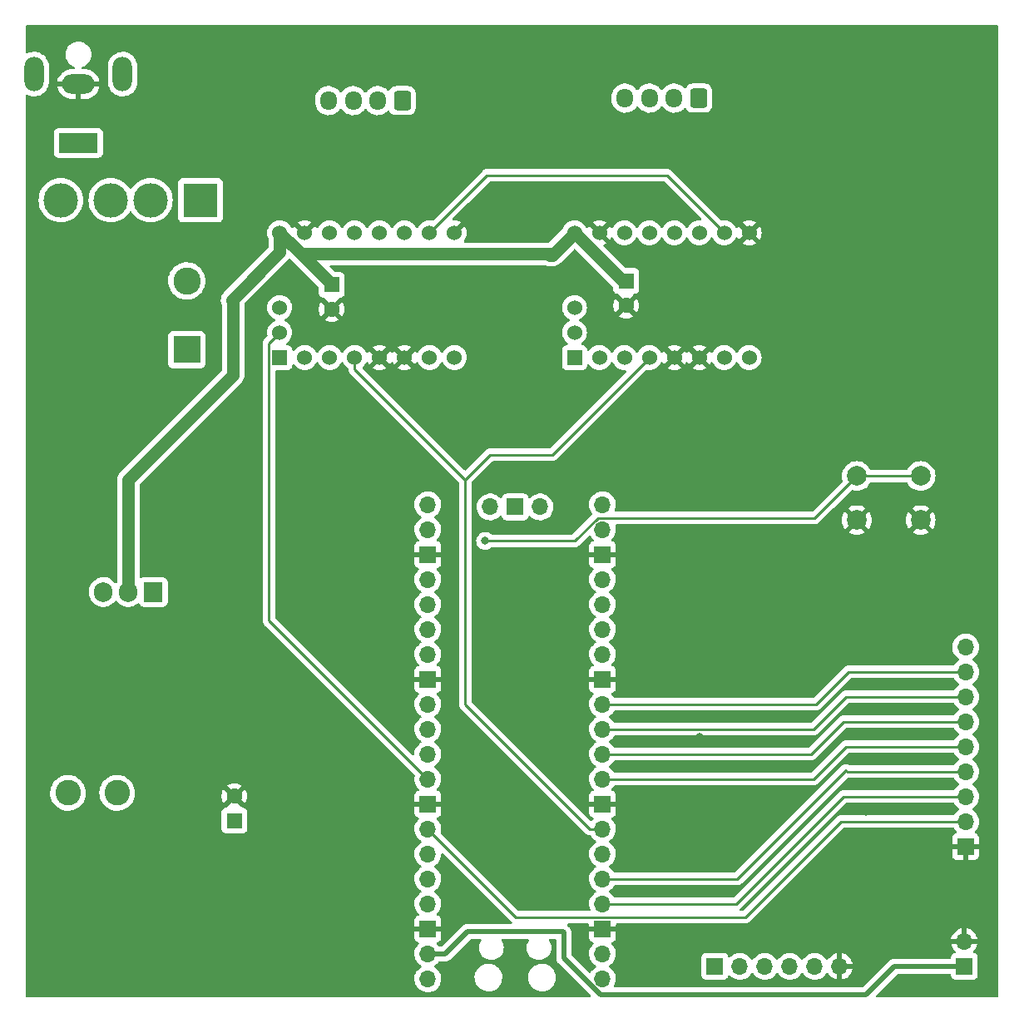
<source format=gbr>
%TF.GenerationSoftware,KiCad,Pcbnew,6.0.9-8da3e8f707~117~ubuntu22.04.1*%
%TF.CreationDate,2022-11-25T15:55:33-05:00*%
%TF.ProjectId,can-crusher,63616e2d-6372-4757-9368-65722e6b6963,2*%
%TF.SameCoordinates,Original*%
%TF.FileFunction,Copper,L2,Bot*%
%TF.FilePolarity,Positive*%
%FSLAX46Y46*%
G04 Gerber Fmt 4.6, Leading zero omitted, Abs format (unit mm)*
G04 Created by KiCad (PCBNEW 6.0.9-8da3e8f707~117~ubuntu22.04.1) date 2022-11-25 15:55:33*
%MOMM*%
%LPD*%
G01*
G04 APERTURE LIST*
G04 Aperture macros list*
%AMRoundRect*
0 Rectangle with rounded corners*
0 $1 Rounding radius*
0 $2 $3 $4 $5 $6 $7 $8 $9 X,Y pos of 4 corners*
0 Add a 4 corners polygon primitive as box body*
4,1,4,$2,$3,$4,$5,$6,$7,$8,$9,$2,$3,0*
0 Add four circle primitives for the rounded corners*
1,1,$1+$1,$2,$3*
1,1,$1+$1,$4,$5*
1,1,$1+$1,$6,$7*
1,1,$1+$1,$8,$9*
0 Add four rect primitives between the rounded corners*
20,1,$1+$1,$2,$3,$4,$5,0*
20,1,$1+$1,$4,$5,$6,$7,0*
20,1,$1+$1,$6,$7,$8,$9,0*
20,1,$1+$1,$8,$9,$2,$3,0*%
G04 Aperture macros list end*
%TA.AperFunction,ComponentPad*%
%ADD10R,3.500000X3.500000*%
%TD*%
%TA.AperFunction,ComponentPad*%
%ADD11C,3.500000*%
%TD*%
%TA.AperFunction,ComponentPad*%
%ADD12R,1.600000X1.600000*%
%TD*%
%TA.AperFunction,ComponentPad*%
%ADD13C,1.600000*%
%TD*%
%TA.AperFunction,ComponentPad*%
%ADD14R,1.905000X2.000000*%
%TD*%
%TA.AperFunction,ComponentPad*%
%ADD15O,1.905000X2.000000*%
%TD*%
%TA.AperFunction,ComponentPad*%
%ADD16RoundRect,0.250000X0.600000X0.725000X-0.600000X0.725000X-0.600000X-0.725000X0.600000X-0.725000X0*%
%TD*%
%TA.AperFunction,ComponentPad*%
%ADD17O,1.700000X1.950000*%
%TD*%
%TA.AperFunction,ComponentPad*%
%ADD18R,1.524000X1.524000*%
%TD*%
%TA.AperFunction,ComponentPad*%
%ADD19C,1.524000*%
%TD*%
%TA.AperFunction,ComponentPad*%
%ADD20R,1.700000X1.700000*%
%TD*%
%TA.AperFunction,ComponentPad*%
%ADD21O,1.700000X1.700000*%
%TD*%
%TA.AperFunction,ComponentPad*%
%ADD22C,2.775000*%
%TD*%
%TA.AperFunction,ComponentPad*%
%ADD23R,2.775000X2.775000*%
%TD*%
%TA.AperFunction,ComponentPad*%
%ADD24R,4.000000X2.000000*%
%TD*%
%TA.AperFunction,ComponentPad*%
%ADD25O,3.300000X2.000000*%
%TD*%
%TA.AperFunction,ComponentPad*%
%ADD26O,2.000000X3.500000*%
%TD*%
%TA.AperFunction,ComponentPad*%
%ADD27C,2.000000*%
%TD*%
%TA.AperFunction,ComponentPad*%
%ADD28C,2.600000*%
%TD*%
%TA.AperFunction,ViaPad*%
%ADD29C,0.800000*%
%TD*%
%TA.AperFunction,Conductor*%
%ADD30C,0.500000*%
%TD*%
%TA.AperFunction,Conductor*%
%ADD31C,0.250000*%
%TD*%
%TA.AperFunction,Conductor*%
%ADD32C,1.250000*%
%TD*%
G04 APERTURE END LIST*
D10*
%TO.P,X1,1A*%
%TO.N,Net-(SW3-Pad1)*%
X115292500Y-69331000D03*
D11*
%TO.P,X1,1B*%
%TO.N,Net-(J5-Pad1)*%
X106152500Y-69331000D03*
%TO.P,X1,2A*%
%TO.N,Net-(SW3-Pad1)*%
X110212500Y-69331000D03*
%TO.P,X1,2B*%
%TO.N,Net-(J5-Pad1)*%
X101072500Y-69331000D03*
%TD*%
D12*
%TO.P,C2,1*%
%TO.N,/12V_ON*%
X128651000Y-77938621D03*
D13*
%TO.P,C2,2*%
%TO.N,GND*%
X128651000Y-80438621D03*
%TD*%
D14*
%TO.P,Q1,1,G*%
%TO.N,Net-(Q1-Pad1)*%
X110490000Y-109220000D03*
D15*
%TO.P,Q1,2,D*%
%TO.N,/12V_ON*%
X107950000Y-109220000D03*
%TO.P,Q1,3,S*%
%TO.N,Net-(Q1-Pad3)*%
X105410000Y-109220000D03*
%TD*%
D16*
%TO.P,J1,1,Pin_1*%
%TO.N,Net-(J1-Pad1)*%
X166000000Y-58945000D03*
D17*
%TO.P,J1,2,Pin_2*%
%TO.N,Net-(J1-Pad2)*%
X163500000Y-58945000D03*
%TO.P,J1,3,Pin_3*%
%TO.N,Net-(J1-Pad3)*%
X161000000Y-58945000D03*
%TO.P,J1,4,Pin_4*%
%TO.N,Net-(J1-Pad4)*%
X158500000Y-58945000D03*
%TD*%
D18*
%TO.P,U1,1,EN*%
%TO.N,Net-(U1-Pad1)*%
X153362500Y-85350000D03*
D19*
%TO.P,U1,2,MS1*%
%TO.N,Net-(U1-Pad2)*%
X155902500Y-85350000D03*
%TO.P,U1,3,MS2*%
%TO.N,Net-(U1-Pad3)*%
X158442500Y-85350000D03*
%TO.P,U1,4,PDN*%
%TO.N,/STEP_TXRX*%
X160982500Y-85350000D03*
%TO.P,U1,5,PDN*%
%TO.N,GND*%
X163522500Y-85350000D03*
%TO.P,U1,6,CLK*%
X166062500Y-85350000D03*
%TO.P,U1,7,STEP*%
%TO.N,Net-(U1-Pad7)*%
X168602500Y-85350000D03*
%TO.P,U1,8,DIR*%
%TO.N,Net-(U1-Pad8)*%
X171142500Y-85350000D03*
%TO.P,U1,9,GND*%
%TO.N,GND*%
X171142500Y-72650000D03*
%TO.P,U1,10,VDD*%
%TO.N,+3.3V*%
X168602500Y-72650000D03*
%TO.P,U1,11,B2*%
%TO.N,Net-(J1-Pad1)*%
X166062500Y-72650000D03*
%TO.P,U1,12,B1*%
%TO.N,Net-(J1-Pad2)*%
X163522500Y-72650000D03*
%TO.P,U1,13,A2*%
%TO.N,Net-(J1-Pad3)*%
X160982500Y-72650000D03*
%TO.P,U1,14,A1*%
%TO.N,Net-(J1-Pad4)*%
X158442500Y-72650000D03*
%TO.P,U1,15,GND*%
%TO.N,GND*%
X155902500Y-72650000D03*
%TO.P,U1,16,VM*%
%TO.N,/12V_ON*%
X153362500Y-72650000D03*
%TO.P,U1,17,DIAG*%
%TO.N,Net-(U1-Pad17)*%
X153362500Y-80270000D03*
%TO.P,U1,18,VREF*%
%TO.N,Net-(U1-Pad18)*%
X153362500Y-82810000D03*
%TD*%
D20*
%TO.P,J2,1,Pin_1*%
%TO.N,unconnected-(J2-Pad1)*%
X167640000Y-147320000D03*
D21*
%TO.P,J2,2,Pin_2*%
%TO.N,Net-(J2-Pad2)*%
X170180000Y-147320000D03*
%TO.P,J2,3,Pin_3*%
%TO.N,Net-(J2-Pad3)*%
X172720000Y-147320000D03*
%TO.P,J2,4,Pin_4*%
%TO.N,unconnected-(J2-Pad4)*%
X175260000Y-147320000D03*
%TO.P,J2,5,Pin_5*%
%TO.N,unconnected-(J2-Pad5)*%
X177800000Y-147320000D03*
%TO.P,J2,6,Pin_6*%
%TO.N,GND*%
X180340000Y-147320000D03*
%TD*%
D22*
%TO.P,SW3,1,A*%
%TO.N,Net-(SW3-Pad1)*%
X113896500Y-77553750D03*
D23*
%TO.P,SW3,2,B*%
%TO.N,+12V*%
X113896500Y-84553750D03*
%TD*%
D20*
%TO.P,J6,1,Pin_1*%
%TO.N,GND*%
X193167000Y-135128000D03*
D21*
%TO.P,J6,2,Pin_2*%
%TO.N,Net-(J6-Pad2)*%
X193167000Y-132588000D03*
%TO.P,J6,3,Pin_3*%
%TO.N,Net-(J6-Pad3)*%
X193167000Y-130048000D03*
%TO.P,J6,4,Pin_4*%
%TO.N,Net-(J6-Pad4)*%
X193167000Y-127508000D03*
%TO.P,J6,5,Pin_5*%
%TO.N,Net-(J6-Pad5)*%
X193167000Y-124968000D03*
%TO.P,J6,6,Pin_6*%
%TO.N,Net-(J6-Pad6)*%
X193167000Y-122428000D03*
%TO.P,J6,7,Pin_7*%
%TO.N,Net-(J6-Pad7)*%
X193167000Y-119888000D03*
%TO.P,J6,8,Pin_8*%
%TO.N,Net-(J6-Pad8)*%
X193167000Y-117348000D03*
%TO.P,J6,9,Pin_9*%
%TO.N,+3.3V*%
X193167000Y-114808000D03*
%TD*%
%TO.P,U2,1,GPIO0*%
%TO.N,Net-(J2-Pad2)*%
X156210000Y-148590000D03*
%TO.P,U2,2,GPIO1*%
%TO.N,Net-(J2-Pad3)*%
X156210000Y-146050000D03*
D20*
%TO.P,U2,3,GND*%
%TO.N,GND*%
X156210000Y-143510000D03*
D21*
%TO.P,U2,4,GPIO2*%
%TO.N,Net-(J6-Pad3)*%
X156210000Y-140970000D03*
%TO.P,U2,5,GPIO3*%
%TO.N,Net-(J6-Pad4)*%
X156210000Y-138430000D03*
%TO.P,U2,6,GPIO4*%
%TO.N,Net-(R1-Pad1)*%
X156210000Y-135890000D03*
%TO.P,U2,7,GPIO5*%
%TO.N,/STEP_TXRX*%
X156210000Y-133350000D03*
D20*
%TO.P,U2,8,GND*%
%TO.N,GND*%
X156210000Y-130810000D03*
D21*
%TO.P,U2,9,GPIO6*%
%TO.N,Net-(J6-Pad5)*%
X156210000Y-128270000D03*
%TO.P,U2,10,GPIO7*%
%TO.N,Net-(J6-Pad6)*%
X156210000Y-125730000D03*
%TO.P,U2,11,GPIO8*%
%TO.N,Net-(J6-Pad7)*%
X156210000Y-123190000D03*
%TO.P,U2,12,GPIO9*%
%TO.N,Net-(J6-Pad8)*%
X156210000Y-120650000D03*
D20*
%TO.P,U2,13,GND*%
%TO.N,GND*%
X156210000Y-118110000D03*
D21*
%TO.P,U2,14,GPIO10*%
%TO.N,Net-(U1-Pad8)*%
X156210000Y-115570000D03*
%TO.P,U2,15,GPIO11*%
%TO.N,Net-(U1-Pad7)*%
X156210000Y-113030000D03*
%TO.P,U2,16,GPIO12*%
%TO.N,Net-(U1-Pad3)*%
X156210000Y-110490000D03*
%TO.P,U2,17,GPIO13*%
%TO.N,Net-(U1-Pad2)*%
X156210000Y-107950000D03*
D20*
%TO.P,U2,18,GND*%
%TO.N,GND*%
X156210000Y-105410000D03*
D21*
%TO.P,U2,19,GPIO14*%
%TO.N,Net-(U1-Pad1)*%
X156210000Y-102870000D03*
%TO.P,U2,20,GPIO15*%
%TO.N,Net-(U1-Pad17)*%
X156210000Y-100330000D03*
%TO.P,U2,21,GPIO16*%
%TO.N,Net-(U2-Pad21)*%
X138430000Y-100330000D03*
%TO.P,U2,22,GPIO17*%
%TO.N,Net-(U2-Pad22)*%
X138430000Y-102870000D03*
D20*
%TO.P,U2,23,GND*%
%TO.N,GND*%
X138430000Y-105410000D03*
D21*
%TO.P,U2,24,GPIO18*%
%TO.N,Net-(U2-Pad24)*%
X138430000Y-107950000D03*
%TO.P,U2,25,GPIO19*%
%TO.N,Net-(U2-Pad25)*%
X138430000Y-110490000D03*
%TO.P,U2,26,GPIO20*%
%TO.N,Net-(U2-Pad26)*%
X138430000Y-113030000D03*
%TO.P,U2,27,GPIO21*%
%TO.N,Net-(U2-Pad27)*%
X138430000Y-115570000D03*
D20*
%TO.P,U2,28,GND*%
%TO.N,GND*%
X138430000Y-118110000D03*
D21*
%TO.P,U2,29,GPIO22*%
%TO.N,Net-(Q2-Pad1)*%
X138430000Y-120650000D03*
%TO.P,U2,30,RUN*%
%TO.N,Net-(SW1-Pad1)*%
X138430000Y-123190000D03*
%TO.P,U2,31,GPIO26_ADC0*%
%TO.N,Net-(U1-Pad18)*%
X138430000Y-125730000D03*
%TO.P,U2,32,GPIO27_ADC1*%
%TO.N,Net-(U2-Pad32)*%
X138430000Y-128270000D03*
D20*
%TO.P,U2,33,AGND*%
%TO.N,GND*%
X138430000Y-130810000D03*
D21*
%TO.P,U2,34,GPIO28_ADC2*%
%TO.N,Net-(J6-Pad2)*%
X138430000Y-133350000D03*
%TO.P,U2,35,ADC_VREF*%
%TO.N,unconnected-(U2-Pad35)*%
X138430000Y-135890000D03*
%TO.P,U2,36,3V3*%
%TO.N,+3.3V*%
X138430000Y-138430000D03*
%TO.P,U2,37,3V3_EN*%
%TO.N,unconnected-(U2-Pad37)*%
X138430000Y-140970000D03*
D20*
%TO.P,U2,38,GND*%
%TO.N,GND*%
X138430000Y-143510000D03*
D21*
%TO.P,U2,39,VSYS*%
%TO.N,VCC*%
X138430000Y-146050000D03*
%TO.P,U2,40,VBUS*%
%TO.N,unconnected-(U2-Pad40)*%
X138430000Y-148590000D03*
%TO.P,U2,41,SWCLK*%
%TO.N,unconnected-(U2-Pad41)*%
X149860000Y-100560000D03*
D20*
%TO.P,U2,42,GND*%
%TO.N,unconnected-(U2-Pad42)*%
X147320000Y-100560000D03*
D21*
%TO.P,U2,43,SWDIO*%
%TO.N,unconnected-(U2-Pad43)*%
X144780000Y-100560000D03*
%TD*%
D24*
%TO.P,J5,1*%
%TO.N,Net-(J5-Pad1)*%
X102870000Y-63500000D03*
D25*
%TO.P,J5,2*%
%TO.N,GND*%
X102870000Y-57500000D03*
D26*
%TO.P,J5,MP*%
%TO.N,N/C*%
X107370000Y-56500000D03*
X98370000Y-56500000D03*
%TD*%
D16*
%TO.P,J4,1,Pin_1*%
%TO.N,Net-(J4-Pad1)*%
X135830000Y-59199000D03*
D17*
%TO.P,J4,2,Pin_2*%
%TO.N,Net-(J4-Pad2)*%
X133330000Y-59199000D03*
%TO.P,J4,3,Pin_3*%
%TO.N,Net-(J4-Pad3)*%
X130830000Y-59199000D03*
%TO.P,J4,4,Pin_4*%
%TO.N,Net-(J4-Pad4)*%
X128330000Y-59199000D03*
%TD*%
D18*
%TO.P,U3,1,EN*%
%TO.N,Net-(U2-Pad26)*%
X123362500Y-85350000D03*
D19*
%TO.P,U3,2,MS1*%
%TO.N,Net-(U2-Pad25)*%
X125902500Y-85350000D03*
%TO.P,U3,3,MS2*%
%TO.N,Net-(U2-Pad24)*%
X128442500Y-85350000D03*
%TO.P,U3,4,PDN*%
%TO.N,/STEP_TXRX*%
X130982500Y-85350000D03*
%TO.P,U3,5,PDN*%
%TO.N,GND*%
X133522500Y-85350000D03*
%TO.P,U3,6,CLK*%
X136062500Y-85350000D03*
%TO.P,U3,7,STEP*%
%TO.N,Net-(U2-Pad22)*%
X138602500Y-85350000D03*
%TO.P,U3,8,DIR*%
%TO.N,Net-(U2-Pad21)*%
X141142500Y-85350000D03*
%TO.P,U3,9,GND*%
%TO.N,GND*%
X141142500Y-72650000D03*
%TO.P,U3,10,VDD*%
%TO.N,+3.3V*%
X138602500Y-72650000D03*
%TO.P,U3,11,B2*%
%TO.N,Net-(J4-Pad1)*%
X136062500Y-72650000D03*
%TO.P,U3,12,B1*%
%TO.N,Net-(J4-Pad2)*%
X133522500Y-72650000D03*
%TO.P,U3,13,A2*%
%TO.N,Net-(J4-Pad3)*%
X130982500Y-72650000D03*
%TO.P,U3,14,A1*%
%TO.N,Net-(J4-Pad4)*%
X128442500Y-72650000D03*
%TO.P,U3,15,GND*%
%TO.N,GND*%
X125902500Y-72650000D03*
%TO.P,U3,16,VM*%
%TO.N,/12V_ON*%
X123362500Y-72650000D03*
%TO.P,U3,17,DIAG*%
%TO.N,Net-(U2-Pad27)*%
X123362500Y-80270000D03*
%TO.P,U3,18,VREF*%
%TO.N,Net-(U2-Pad32)*%
X123362500Y-82810000D03*
%TD*%
D12*
%TO.P,C3,1*%
%TO.N,+12V*%
X118745000Y-132500380D03*
D13*
%TO.P,C3,2*%
%TO.N,GND*%
X118745000Y-130000380D03*
%TD*%
D27*
%TO.P,SW1,1,1*%
%TO.N,Net-(SW1-Pad1)*%
X182095000Y-97409000D03*
X188595000Y-97409000D03*
%TO.P,SW1,2,2*%
%TO.N,GND*%
X182095000Y-101909000D03*
X188595000Y-101909000D03*
%TD*%
D20*
%TO.P,J3,1,Pin_1*%
%TO.N,VCC*%
X193040000Y-147320000D03*
D21*
%TO.P,J3,2,Pin_2*%
%TO.N,GND*%
X193040000Y-144780000D03*
%TD*%
D12*
%TO.P,C1,1*%
%TO.N,/12V_ON*%
X158623000Y-77557621D03*
D13*
%TO.P,C1,2*%
%TO.N,GND*%
X158623000Y-80057621D03*
%TD*%
D28*
%TO.P,L1,1,1*%
%TO.N,Net-(D1-Pad1)*%
X106807000Y-129667000D03*
%TO.P,L1,2,2*%
%TO.N,VCC*%
X101807000Y-129667000D03*
%TD*%
D29*
%TO.N,GND*%
X166370000Y-143891000D03*
X164846000Y-65659000D03*
X162306000Y-65024000D03*
X159639000Y-68580000D03*
X159512000Y-64135000D03*
X134747000Y-65659000D03*
X132334000Y-65532000D03*
X129667000Y-65532000D03*
X124206000Y-65532000D03*
X140081000Y-63754000D03*
X153289000Y-64008000D03*
X148336000Y-88900000D03*
X143002000Y-93345000D03*
X127000000Y-113919000D03*
X118237000Y-104140000D03*
X98171000Y-105283000D03*
X102108000Y-84328000D03*
X99822000Y-138049000D03*
X131191000Y-148844000D03*
X99060000Y-149098000D03*
X188468000Y-149225000D03*
X183769000Y-138049000D03*
X192913000Y-98552000D03*
X178562000Y-108839000D03*
X167513000Y-115316000D03*
X145161000Y-112014000D03*
X151765000Y-112903000D03*
X144653000Y-129413000D03*
X127635000Y-131826000D03*
X125603000Y-126619000D03*
X111379000Y-115824000D03*
X99822000Y-120015000D03*
X118364000Y-75057000D03*
X115189000Y-56642000D03*
X147320000Y-70612000D03*
X147955000Y-57404000D03*
X174371000Y-57912000D03*
X184531000Y-63881000D03*
X177038000Y-94107000D03*
X170180000Y-98171000D03*
X166243000Y-99568000D03*
X151892000Y-90932000D03*
X132080000Y-100330000D03*
X127127000Y-98044000D03*
X124841000Y-97536000D03*
X120904000Y-97663000D03*
X183007000Y-131572000D03*
X164846000Y-139827000D03*
X166497000Y-121666000D03*
X166116000Y-123952000D03*
X165989000Y-126873000D03*
%TO.N,Net-(SW1-Pad1)*%
X144272000Y-104013000D03*
%TD*%
D30*
%TO.N,VCC*%
X138430000Y-146050000D02*
X140208000Y-146050000D01*
X183007000Y-150241000D02*
X185928000Y-147320000D01*
X152273000Y-143891000D02*
X152273000Y-146491478D01*
X152273000Y-146491478D02*
X156022522Y-150241000D01*
X152146000Y-143764000D02*
X152273000Y-143891000D01*
X185928000Y-147320000D02*
X193040000Y-147320000D01*
X142494000Y-143764000D02*
X152146000Y-143764000D01*
X156022522Y-150241000D02*
X183007000Y-150241000D01*
X140208000Y-146050000D02*
X142494000Y-143764000D01*
D31*
%TO.N,Net-(J6-Pad3)*%
X180721000Y-130048000D02*
X193167000Y-130048000D01*
X156210000Y-140970000D02*
X169799000Y-140970000D01*
X169799000Y-140970000D02*
X180721000Y-130048000D01*
%TO.N,Net-(J6-Pad2)*%
X180467000Y-132588000D02*
X193167000Y-132588000D01*
X170720000Y-142335000D02*
X180467000Y-132588000D01*
X147415000Y-142335000D02*
X170720000Y-142335000D01*
X138430000Y-133350000D02*
X147415000Y-142335000D01*
%TO.N,Net-(J6-Pad5)*%
X177673000Y-128270000D02*
X180975000Y-124968000D01*
X156210000Y-128270000D02*
X177673000Y-128270000D01*
X180975000Y-124968000D02*
X193167000Y-124968000D01*
%TO.N,+3.3V*%
X162754500Y-66802000D02*
X144450500Y-66802000D01*
X144450500Y-66802000D02*
X138602500Y-72650000D01*
X168602500Y-72650000D02*
X162754500Y-66802000D01*
%TO.N,Net-(J6-Pad4)*%
X181102000Y-127508000D02*
X193167000Y-127508000D01*
X169926000Y-138430000D02*
X180975000Y-127381000D01*
X180975000Y-127381000D02*
X181102000Y-127508000D01*
X156210000Y-138430000D02*
X169926000Y-138430000D01*
D32*
%TO.N,/12V_ON*%
X107950000Y-97790000D02*
X118618000Y-87122000D01*
X107950000Y-109220000D02*
X107950000Y-97790000D01*
X150876000Y-74930000D02*
X151082500Y-74930000D01*
D31*
X158623000Y-77557621D02*
X158270121Y-77557621D01*
D32*
X125515500Y-74803000D02*
X125515500Y-74803121D01*
X118618000Y-87122000D02*
X118618000Y-79629000D01*
X123362500Y-72650000D02*
X125515500Y-74803000D01*
X125515500Y-74803121D02*
X128651000Y-77938621D01*
X123362500Y-74630500D02*
X123362500Y-72650000D01*
X151082500Y-74930000D02*
X153362500Y-72650000D01*
X118491000Y-79502000D02*
X123362500Y-74630500D01*
X118618000Y-79629000D02*
X118491000Y-79502000D01*
X158270121Y-77557621D02*
X153362500Y-72650000D01*
X125515500Y-74803000D02*
X150749000Y-74803000D01*
X150749000Y-74803000D02*
X150876000Y-74930000D01*
D31*
%TO.N,/STEP_TXRX*%
X142240000Y-97790000D02*
X142240000Y-120650000D01*
X160982500Y-85350000D02*
X151082500Y-95250000D01*
X142240000Y-120650000D02*
X154940000Y-133350000D01*
X130982500Y-86532500D02*
X142240000Y-97790000D01*
X130982500Y-85350000D02*
X130982500Y-86532500D01*
X151082500Y-95250000D02*
X144780000Y-95250000D01*
X154940000Y-133350000D02*
X156210000Y-133350000D01*
X144780000Y-95250000D02*
X142240000Y-97790000D01*
%TO.N,Net-(J6-Pad6)*%
X177419000Y-125730000D02*
X180721000Y-122428000D01*
X156210000Y-125730000D02*
X177419000Y-125730000D01*
X180721000Y-122428000D02*
X193167000Y-122428000D01*
%TO.N,Net-(J6-Pad7)*%
X180975000Y-119888000D02*
X193167000Y-119888000D01*
X156210000Y-123190000D02*
X177673000Y-123190000D01*
X177673000Y-123190000D02*
X180975000Y-119888000D01*
%TO.N,Net-(J6-Pad8)*%
X181229000Y-117348000D02*
X193167000Y-117348000D01*
X156210000Y-120650000D02*
X177927000Y-120650000D01*
X177927000Y-120650000D02*
X181229000Y-117348000D01*
%TO.N,Net-(SW1-Pad1)*%
X155723299Y-101695000D02*
X177809000Y-101695000D01*
X153405299Y-104013000D02*
X155723299Y-101695000D01*
X182095000Y-97409000D02*
X188595000Y-97409000D01*
X177809000Y-101695000D02*
X182095000Y-97409000D01*
X144272000Y-104013000D02*
X153405299Y-104013000D01*
%TO.N,Net-(U2-Pad32)*%
X122275500Y-83897000D02*
X123362500Y-82810000D01*
X138430000Y-128270000D02*
X122275500Y-112115500D01*
X122275500Y-112115500D02*
X122275500Y-83897000D01*
%TD*%
%TA.AperFunction,Conductor*%
%TO.N,GND*%
G36*
X196433621Y-51528502D02*
G01*
X196480114Y-51582158D01*
X196491500Y-51634500D01*
X196491500Y-150365500D01*
X196471498Y-150433621D01*
X196417842Y-150480114D01*
X196365500Y-150491500D01*
X184133371Y-150491500D01*
X184065250Y-150471498D01*
X184018757Y-150417842D01*
X184008653Y-150347568D01*
X184038147Y-150282988D01*
X184044276Y-150276405D01*
X186205276Y-148115405D01*
X186267588Y-148081379D01*
X186294371Y-148078500D01*
X191555500Y-148078500D01*
X191623621Y-148098502D01*
X191670114Y-148152158D01*
X191681500Y-148204500D01*
X191681500Y-148218134D01*
X191688255Y-148280316D01*
X191739385Y-148416705D01*
X191826739Y-148533261D01*
X191943295Y-148620615D01*
X192079684Y-148671745D01*
X192141866Y-148678500D01*
X193938134Y-148678500D01*
X194000316Y-148671745D01*
X194136705Y-148620615D01*
X194253261Y-148533261D01*
X194340615Y-148416705D01*
X194391745Y-148280316D01*
X194398500Y-148218134D01*
X194398500Y-146421866D01*
X194391745Y-146359684D01*
X194340615Y-146223295D01*
X194253261Y-146106739D01*
X194136705Y-146019385D01*
X194098304Y-146004989D01*
X194017687Y-145974767D01*
X193960923Y-145932125D01*
X193936223Y-145865564D01*
X193951430Y-145796215D01*
X193972977Y-145767535D01*
X194074052Y-145666812D01*
X194080730Y-145658965D01*
X194205003Y-145486020D01*
X194210313Y-145477183D01*
X194304670Y-145286267D01*
X194308469Y-145276672D01*
X194370377Y-145072910D01*
X194372555Y-145062837D01*
X194373986Y-145051962D01*
X194371775Y-145037778D01*
X194358617Y-145034000D01*
X191723225Y-145034000D01*
X191709694Y-145037973D01*
X191708257Y-145047966D01*
X191738565Y-145182446D01*
X191741645Y-145192275D01*
X191821770Y-145389603D01*
X191826413Y-145398794D01*
X191937694Y-145580388D01*
X191943777Y-145588699D01*
X192083213Y-145749667D01*
X192090577Y-145756879D01*
X192095522Y-145760985D01*
X192135156Y-145819889D01*
X192136653Y-145890870D01*
X192099537Y-145951392D01*
X192059264Y-145975910D01*
X191951705Y-146016232D01*
X191951704Y-146016233D01*
X191943295Y-146019385D01*
X191826739Y-146106739D01*
X191739385Y-146223295D01*
X191688255Y-146359684D01*
X191681500Y-146421866D01*
X191681500Y-146435500D01*
X191661498Y-146503621D01*
X191607842Y-146550114D01*
X191555500Y-146561500D01*
X185995070Y-146561500D01*
X185976120Y-146560067D01*
X185961885Y-146557901D01*
X185961881Y-146557901D01*
X185954651Y-146556801D01*
X185947359Y-146557394D01*
X185947356Y-146557394D01*
X185901982Y-146561085D01*
X185891767Y-146561500D01*
X185883707Y-146561500D01*
X185880073Y-146561924D01*
X185880067Y-146561924D01*
X185867042Y-146563443D01*
X185855480Y-146564791D01*
X185851132Y-146565221D01*
X185778364Y-146571140D01*
X185771403Y-146573395D01*
X185765463Y-146574582D01*
X185759588Y-146575971D01*
X185752319Y-146576818D01*
X185683670Y-146601736D01*
X185679542Y-146603153D01*
X185617064Y-146623393D01*
X185617062Y-146623394D01*
X185610101Y-146625649D01*
X185603846Y-146629445D01*
X185598372Y-146631951D01*
X185592942Y-146634670D01*
X185586063Y-146637167D01*
X185579943Y-146641180D01*
X185579942Y-146641180D01*
X185525024Y-146677186D01*
X185521320Y-146679523D01*
X185458893Y-146717405D01*
X185450516Y-146724803D01*
X185450492Y-146724776D01*
X185447500Y-146727429D01*
X185444267Y-146730132D01*
X185438148Y-146734144D01*
X185421160Y-146752077D01*
X185384872Y-146790383D01*
X185382494Y-146792825D01*
X182729724Y-149445595D01*
X182667412Y-149479621D01*
X182640629Y-149482500D01*
X157486245Y-149482500D01*
X157418124Y-149462498D01*
X157371631Y-149408842D01*
X157361527Y-149338568D01*
X157377702Y-149293122D01*
X157378453Y-149292077D01*
X157472572Y-149101641D01*
X157475136Y-149096453D01*
X157475137Y-149096451D01*
X157477430Y-149091811D01*
X157542370Y-148878069D01*
X157571529Y-148656590D01*
X157571611Y-148653240D01*
X157573074Y-148593365D01*
X157573074Y-148593361D01*
X157573156Y-148590000D01*
X157554852Y-148367361D01*
X157517369Y-148218134D01*
X166281500Y-148218134D01*
X166288255Y-148280316D01*
X166339385Y-148416705D01*
X166426739Y-148533261D01*
X166543295Y-148620615D01*
X166679684Y-148671745D01*
X166741866Y-148678500D01*
X168538134Y-148678500D01*
X168600316Y-148671745D01*
X168736705Y-148620615D01*
X168853261Y-148533261D01*
X168940615Y-148416705D01*
X168945346Y-148404086D01*
X168984598Y-148299382D01*
X169027240Y-148242618D01*
X169093802Y-148217918D01*
X169163150Y-148233126D01*
X169197817Y-148261114D01*
X169226250Y-148293938D01*
X169302376Y-148357139D01*
X169390891Y-148430625D01*
X169398126Y-148436632D01*
X169591000Y-148549338D01*
X169799692Y-148629030D01*
X169804760Y-148630061D01*
X169804763Y-148630062D01*
X169899862Y-148649410D01*
X170018597Y-148673567D01*
X170023772Y-148673757D01*
X170023774Y-148673757D01*
X170236673Y-148681564D01*
X170236677Y-148681564D01*
X170241837Y-148681753D01*
X170246957Y-148681097D01*
X170246959Y-148681097D01*
X170458288Y-148654025D01*
X170458289Y-148654025D01*
X170463416Y-148653368D01*
X170469546Y-148651529D01*
X170672429Y-148590661D01*
X170672434Y-148590659D01*
X170677384Y-148589174D01*
X170877994Y-148490896D01*
X171059860Y-148361173D01*
X171218096Y-148203489D01*
X171224075Y-148195169D01*
X171348453Y-148022077D01*
X171349776Y-148023028D01*
X171396645Y-147979857D01*
X171466580Y-147967625D01*
X171532026Y-147995144D01*
X171559875Y-148026994D01*
X171619987Y-148125088D01*
X171766250Y-148293938D01*
X171842376Y-148357139D01*
X171930891Y-148430625D01*
X171938126Y-148436632D01*
X172131000Y-148549338D01*
X172339692Y-148629030D01*
X172344760Y-148630061D01*
X172344763Y-148630062D01*
X172439862Y-148649410D01*
X172558597Y-148673567D01*
X172563772Y-148673757D01*
X172563774Y-148673757D01*
X172776673Y-148681564D01*
X172776677Y-148681564D01*
X172781837Y-148681753D01*
X172786957Y-148681097D01*
X172786959Y-148681097D01*
X172998288Y-148654025D01*
X172998289Y-148654025D01*
X173003416Y-148653368D01*
X173009546Y-148651529D01*
X173212429Y-148590661D01*
X173212434Y-148590659D01*
X173217384Y-148589174D01*
X173417994Y-148490896D01*
X173599860Y-148361173D01*
X173758096Y-148203489D01*
X173764075Y-148195169D01*
X173888453Y-148022077D01*
X173889776Y-148023028D01*
X173936645Y-147979857D01*
X174006580Y-147967625D01*
X174072026Y-147995144D01*
X174099875Y-148026994D01*
X174159987Y-148125088D01*
X174306250Y-148293938D01*
X174382376Y-148357139D01*
X174470891Y-148430625D01*
X174478126Y-148436632D01*
X174671000Y-148549338D01*
X174879692Y-148629030D01*
X174884760Y-148630061D01*
X174884763Y-148630062D01*
X174979862Y-148649410D01*
X175098597Y-148673567D01*
X175103772Y-148673757D01*
X175103774Y-148673757D01*
X175316673Y-148681564D01*
X175316677Y-148681564D01*
X175321837Y-148681753D01*
X175326957Y-148681097D01*
X175326959Y-148681097D01*
X175538288Y-148654025D01*
X175538289Y-148654025D01*
X175543416Y-148653368D01*
X175549546Y-148651529D01*
X175752429Y-148590661D01*
X175752434Y-148590659D01*
X175757384Y-148589174D01*
X175957994Y-148490896D01*
X176139860Y-148361173D01*
X176298096Y-148203489D01*
X176304075Y-148195169D01*
X176428453Y-148022077D01*
X176429776Y-148023028D01*
X176476645Y-147979857D01*
X176546580Y-147967625D01*
X176612026Y-147995144D01*
X176639875Y-148026994D01*
X176699987Y-148125088D01*
X176846250Y-148293938D01*
X176922376Y-148357139D01*
X177010891Y-148430625D01*
X177018126Y-148436632D01*
X177211000Y-148549338D01*
X177419692Y-148629030D01*
X177424760Y-148630061D01*
X177424763Y-148630062D01*
X177519862Y-148649410D01*
X177638597Y-148673567D01*
X177643772Y-148673757D01*
X177643774Y-148673757D01*
X177856673Y-148681564D01*
X177856677Y-148681564D01*
X177861837Y-148681753D01*
X177866957Y-148681097D01*
X177866959Y-148681097D01*
X178078288Y-148654025D01*
X178078289Y-148654025D01*
X178083416Y-148653368D01*
X178089546Y-148651529D01*
X178292429Y-148590661D01*
X178292434Y-148590659D01*
X178297384Y-148589174D01*
X178497994Y-148490896D01*
X178679860Y-148361173D01*
X178838096Y-148203489D01*
X178844075Y-148195169D01*
X178968453Y-148022077D01*
X178969640Y-148022930D01*
X179016960Y-147979362D01*
X179086897Y-147967145D01*
X179152338Y-147994678D01*
X179180166Y-148026511D01*
X179237694Y-148120388D01*
X179243777Y-148128699D01*
X179383213Y-148289667D01*
X179390580Y-148296883D01*
X179554434Y-148432916D01*
X179562881Y-148438831D01*
X179746756Y-148546279D01*
X179756042Y-148550729D01*
X179955001Y-148626703D01*
X179964899Y-148629579D01*
X180068250Y-148650606D01*
X180082299Y-148649410D01*
X180086000Y-148639065D01*
X180086000Y-148638517D01*
X180594000Y-148638517D01*
X180598064Y-148652359D01*
X180611478Y-148654393D01*
X180618184Y-148653534D01*
X180628262Y-148651392D01*
X180832255Y-148590191D01*
X180841842Y-148586433D01*
X181033095Y-148492739D01*
X181041945Y-148487464D01*
X181215328Y-148363792D01*
X181223200Y-148357139D01*
X181374052Y-148206812D01*
X181380730Y-148198965D01*
X181505003Y-148026020D01*
X181510313Y-148017183D01*
X181604670Y-147826267D01*
X181608469Y-147816672D01*
X181670377Y-147612910D01*
X181672555Y-147602837D01*
X181673986Y-147591962D01*
X181671775Y-147577778D01*
X181658617Y-147574000D01*
X180612115Y-147574000D01*
X180596876Y-147578475D01*
X180595671Y-147579865D01*
X180594000Y-147587548D01*
X180594000Y-148638517D01*
X180086000Y-148638517D01*
X180086000Y-147047885D01*
X180594000Y-147047885D01*
X180598475Y-147063124D01*
X180599865Y-147064329D01*
X180607548Y-147066000D01*
X181658344Y-147066000D01*
X181671875Y-147062027D01*
X181673180Y-147052947D01*
X181631214Y-146885875D01*
X181627894Y-146876124D01*
X181542972Y-146680814D01*
X181538104Y-146671736D01*
X181422426Y-146492926D01*
X181416136Y-146484757D01*
X181272806Y-146327240D01*
X181265273Y-146320215D01*
X181098139Y-146188222D01*
X181089552Y-146182517D01*
X180903117Y-146079599D01*
X180893705Y-146075369D01*
X180692959Y-146004280D01*
X180682988Y-146001646D01*
X180611837Y-145988972D01*
X180598540Y-145990432D01*
X180594000Y-146004989D01*
X180594000Y-147047885D01*
X180086000Y-147047885D01*
X180086000Y-146003102D01*
X180082082Y-145989758D01*
X180067806Y-145987771D01*
X180029324Y-145993660D01*
X180019288Y-145996051D01*
X179816868Y-146062212D01*
X179807359Y-146066209D01*
X179618463Y-146164542D01*
X179609738Y-146170036D01*
X179439433Y-146297905D01*
X179431726Y-146304748D01*
X179284590Y-146458717D01*
X179278109Y-146466722D01*
X179173498Y-146620074D01*
X179118587Y-146665076D01*
X179048062Y-146673247D01*
X178984315Y-146641993D01*
X178963618Y-146617509D01*
X178882822Y-146492617D01*
X178882820Y-146492614D01*
X178880014Y-146488277D01*
X178729670Y-146323051D01*
X178725619Y-146319852D01*
X178725615Y-146319848D01*
X178558414Y-146187800D01*
X178558410Y-146187798D01*
X178554359Y-146184598D01*
X178518028Y-146164542D01*
X178495108Y-146151890D01*
X178358789Y-146076638D01*
X178353920Y-146074914D01*
X178353916Y-146074912D01*
X178153087Y-146003795D01*
X178153083Y-146003794D01*
X178148212Y-146002069D01*
X178143119Y-146001162D01*
X178143116Y-146001161D01*
X177933373Y-145963800D01*
X177933367Y-145963799D01*
X177928284Y-145962894D01*
X177854452Y-145961992D01*
X177710081Y-145960228D01*
X177710079Y-145960228D01*
X177704911Y-145960165D01*
X177484091Y-145993955D01*
X177271756Y-146063357D01*
X177198757Y-146101358D01*
X177153136Y-146125107D01*
X177073607Y-146166507D01*
X177069474Y-146169610D01*
X177069471Y-146169612D01*
X176899100Y-146297530D01*
X176894965Y-146300635D01*
X176891393Y-146304373D01*
X176749748Y-146452596D01*
X176740629Y-146462138D01*
X176633201Y-146619621D01*
X176578293Y-146664621D01*
X176507768Y-146672792D01*
X176444021Y-146641538D01*
X176423324Y-146617054D01*
X176342822Y-146492617D01*
X176342820Y-146492614D01*
X176340014Y-146488277D01*
X176189670Y-146323051D01*
X176185619Y-146319852D01*
X176185615Y-146319848D01*
X176018414Y-146187800D01*
X176018410Y-146187798D01*
X176014359Y-146184598D01*
X175978028Y-146164542D01*
X175955108Y-146151890D01*
X175818789Y-146076638D01*
X175813920Y-146074914D01*
X175813916Y-146074912D01*
X175613087Y-146003795D01*
X175613083Y-146003794D01*
X175608212Y-146002069D01*
X175603119Y-146001162D01*
X175603116Y-146001161D01*
X175393373Y-145963800D01*
X175393367Y-145963799D01*
X175388284Y-145962894D01*
X175314452Y-145961992D01*
X175170081Y-145960228D01*
X175170079Y-145960228D01*
X175164911Y-145960165D01*
X174944091Y-145993955D01*
X174731756Y-146063357D01*
X174658757Y-146101358D01*
X174613136Y-146125107D01*
X174533607Y-146166507D01*
X174529474Y-146169610D01*
X174529471Y-146169612D01*
X174359100Y-146297530D01*
X174354965Y-146300635D01*
X174351393Y-146304373D01*
X174209748Y-146452596D01*
X174200629Y-146462138D01*
X174093201Y-146619621D01*
X174038293Y-146664621D01*
X173967768Y-146672792D01*
X173904021Y-146641538D01*
X173883324Y-146617054D01*
X173802822Y-146492617D01*
X173802820Y-146492614D01*
X173800014Y-146488277D01*
X173649670Y-146323051D01*
X173645619Y-146319852D01*
X173645615Y-146319848D01*
X173478414Y-146187800D01*
X173478410Y-146187798D01*
X173474359Y-146184598D01*
X173438028Y-146164542D01*
X173415108Y-146151890D01*
X173278789Y-146076638D01*
X173273920Y-146074914D01*
X173273916Y-146074912D01*
X173073087Y-146003795D01*
X173073083Y-146003794D01*
X173068212Y-146002069D01*
X173063119Y-146001162D01*
X173063116Y-146001161D01*
X172853373Y-145963800D01*
X172853367Y-145963799D01*
X172848284Y-145962894D01*
X172774452Y-145961992D01*
X172630081Y-145960228D01*
X172630079Y-145960228D01*
X172624911Y-145960165D01*
X172404091Y-145993955D01*
X172191756Y-146063357D01*
X172118757Y-146101358D01*
X172073136Y-146125107D01*
X171993607Y-146166507D01*
X171989474Y-146169610D01*
X171989471Y-146169612D01*
X171819100Y-146297530D01*
X171814965Y-146300635D01*
X171811393Y-146304373D01*
X171669748Y-146452596D01*
X171660629Y-146462138D01*
X171553201Y-146619621D01*
X171498293Y-146664621D01*
X171427768Y-146672792D01*
X171364021Y-146641538D01*
X171343324Y-146617054D01*
X171262822Y-146492617D01*
X171262820Y-146492614D01*
X171260014Y-146488277D01*
X171109670Y-146323051D01*
X171105619Y-146319852D01*
X171105615Y-146319848D01*
X170938414Y-146187800D01*
X170938410Y-146187798D01*
X170934359Y-146184598D01*
X170898028Y-146164542D01*
X170875108Y-146151890D01*
X170738789Y-146076638D01*
X170733920Y-146074914D01*
X170733916Y-146074912D01*
X170533087Y-146003795D01*
X170533083Y-146003794D01*
X170528212Y-146002069D01*
X170523119Y-146001162D01*
X170523116Y-146001161D01*
X170313373Y-145963800D01*
X170313367Y-145963799D01*
X170308284Y-145962894D01*
X170234452Y-145961992D01*
X170090081Y-145960228D01*
X170090079Y-145960228D01*
X170084911Y-145960165D01*
X169864091Y-145993955D01*
X169651756Y-146063357D01*
X169578757Y-146101358D01*
X169533136Y-146125107D01*
X169453607Y-146166507D01*
X169449474Y-146169610D01*
X169449471Y-146169612D01*
X169279100Y-146297530D01*
X169274965Y-146300635D01*
X169218537Y-146359684D01*
X169194283Y-146385064D01*
X169132759Y-146420494D01*
X169061846Y-146417037D01*
X169004060Y-146375791D01*
X168985207Y-146342243D01*
X168943767Y-146231703D01*
X168940615Y-146223295D01*
X168853261Y-146106739D01*
X168736705Y-146019385D01*
X168600316Y-145968255D01*
X168538134Y-145961500D01*
X166741866Y-145961500D01*
X166679684Y-145968255D01*
X166543295Y-146019385D01*
X166426739Y-146106739D01*
X166339385Y-146223295D01*
X166288255Y-146359684D01*
X166281500Y-146421866D01*
X166281500Y-148218134D01*
X157517369Y-148218134D01*
X157500431Y-148150702D01*
X157411354Y-147945840D01*
X157331116Y-147821811D01*
X157292822Y-147762617D01*
X157292820Y-147762614D01*
X157290014Y-147758277D01*
X157139670Y-147593051D01*
X157135619Y-147589852D01*
X157135615Y-147589848D01*
X156968414Y-147457800D01*
X156968410Y-147457798D01*
X156964359Y-147454598D01*
X156923053Y-147431796D01*
X156873084Y-147381364D01*
X156858312Y-147311921D01*
X156883428Y-147245516D01*
X156910780Y-147218909D01*
X156978120Y-147170876D01*
X157089860Y-147091173D01*
X157094292Y-147086757D01*
X157195038Y-146986362D01*
X157248096Y-146933489D01*
X157307594Y-146850689D01*
X157375435Y-146756277D01*
X157378453Y-146752077D01*
X157381157Y-146746607D01*
X157475136Y-146556453D01*
X157475137Y-146556451D01*
X157477430Y-146551811D01*
X157542370Y-146338069D01*
X157571529Y-146116590D01*
X157572536Y-146075369D01*
X157573074Y-146053365D01*
X157573074Y-146053361D01*
X157573156Y-146050000D01*
X157554852Y-145827361D01*
X157500431Y-145610702D01*
X157411354Y-145405840D01*
X157333999Y-145286267D01*
X157292822Y-145222617D01*
X157292818Y-145222612D01*
X157290014Y-145218277D01*
X157286540Y-145214459D01*
X157286533Y-145214450D01*
X157142435Y-145056088D01*
X157111383Y-144992242D01*
X157119779Y-144921744D01*
X157164956Y-144866976D01*
X157191400Y-144853307D01*
X157298052Y-144813325D01*
X157313649Y-144804786D01*
X157415724Y-144728285D01*
X157428285Y-144715724D01*
X157504786Y-144613649D01*
X157513324Y-144598054D01*
X157544766Y-144514183D01*
X191704389Y-144514183D01*
X191705912Y-144522607D01*
X191718292Y-144526000D01*
X192767885Y-144526000D01*
X192783124Y-144521525D01*
X192784329Y-144520135D01*
X192786000Y-144512452D01*
X192786000Y-144507885D01*
X193294000Y-144507885D01*
X193298475Y-144523124D01*
X193299865Y-144524329D01*
X193307548Y-144526000D01*
X194358344Y-144526000D01*
X194371875Y-144522027D01*
X194373180Y-144512947D01*
X194331214Y-144345875D01*
X194327894Y-144336124D01*
X194242972Y-144140814D01*
X194238105Y-144131739D01*
X194122426Y-143952926D01*
X194116136Y-143944757D01*
X193972806Y-143787240D01*
X193965273Y-143780215D01*
X193798139Y-143648222D01*
X193789552Y-143642517D01*
X193603117Y-143539599D01*
X193593705Y-143535369D01*
X193392959Y-143464280D01*
X193382988Y-143461646D01*
X193311837Y-143448972D01*
X193298540Y-143450432D01*
X193294000Y-143464989D01*
X193294000Y-144507885D01*
X192786000Y-144507885D01*
X192786000Y-143463102D01*
X192782082Y-143449758D01*
X192767806Y-143447771D01*
X192729324Y-143453660D01*
X192719288Y-143456051D01*
X192516868Y-143522212D01*
X192507359Y-143526209D01*
X192318463Y-143624542D01*
X192309738Y-143630036D01*
X192139433Y-143757905D01*
X192131726Y-143764748D01*
X191984590Y-143918717D01*
X191978104Y-143926727D01*
X191858098Y-144102649D01*
X191853000Y-144111623D01*
X191763338Y-144304783D01*
X191759775Y-144314470D01*
X191704389Y-144514183D01*
X157544766Y-144514183D01*
X157558478Y-144477606D01*
X157562105Y-144462351D01*
X157567631Y-144411486D01*
X157568000Y-144404672D01*
X157568000Y-143782115D01*
X157563525Y-143766876D01*
X157562135Y-143765671D01*
X157554452Y-143764000D01*
X154870116Y-143764000D01*
X154854877Y-143768475D01*
X154853672Y-143769865D01*
X154852001Y-143777548D01*
X154852001Y-144404669D01*
X154852371Y-144411490D01*
X154857895Y-144462352D01*
X154861521Y-144477604D01*
X154906676Y-144598054D01*
X154915214Y-144613649D01*
X154991715Y-144715724D01*
X155004276Y-144728285D01*
X155106351Y-144804786D01*
X155121946Y-144813324D01*
X155230827Y-144854142D01*
X155287591Y-144896784D01*
X155312291Y-144963345D01*
X155297083Y-145032694D01*
X155277691Y-145059175D01*
X155274192Y-145062837D01*
X155150629Y-145192138D01*
X155147715Y-145196410D01*
X155147714Y-145196411D01*
X155138015Y-145210629D01*
X155024743Y-145376680D01*
X154930688Y-145579305D01*
X154870989Y-145794570D01*
X154847251Y-146016695D01*
X154847548Y-146021848D01*
X154847548Y-146021851D01*
X154852857Y-146113919D01*
X154860110Y-146239715D01*
X154861247Y-146244761D01*
X154861248Y-146244767D01*
X154879835Y-146327240D01*
X154909222Y-146457639D01*
X154958629Y-146579315D01*
X154986876Y-146648878D01*
X154993266Y-146664616D01*
X155009808Y-146691610D01*
X155100457Y-146839536D01*
X155109987Y-146855088D01*
X155256250Y-147023938D01*
X155428126Y-147166632D01*
X155435389Y-147170876D01*
X155501445Y-147209476D01*
X155550169Y-147261114D01*
X155563240Y-147330897D01*
X155536509Y-147396669D01*
X155496055Y-147430027D01*
X155483607Y-147436507D01*
X155479474Y-147439610D01*
X155479471Y-147439612D01*
X155309100Y-147567530D01*
X155304965Y-147570635D01*
X155150629Y-147732138D01*
X155147715Y-147736410D01*
X155147714Y-147736411D01*
X155106473Y-147796868D01*
X155024743Y-147916680D01*
X155020169Y-147926534D01*
X154973348Y-147979902D01*
X154905105Y-147999485D01*
X154837109Y-147979064D01*
X154816785Y-147962582D01*
X153068405Y-146214202D01*
X153034379Y-146151890D01*
X153031500Y-146125107D01*
X153031500Y-143958069D01*
X153032933Y-143939118D01*
X153035099Y-143924883D01*
X153035099Y-143924881D01*
X153036199Y-143917651D01*
X153031915Y-143864982D01*
X153031500Y-143854767D01*
X153031500Y-143846707D01*
X153028211Y-143818493D01*
X153027778Y-143814118D01*
X153022454Y-143748661D01*
X153022453Y-143748658D01*
X153021860Y-143741363D01*
X153019604Y-143734399D01*
X153018413Y-143728440D01*
X153017029Y-143722585D01*
X153016182Y-143715319D01*
X152991265Y-143646673D01*
X152989848Y-143642545D01*
X152969607Y-143580064D01*
X152969606Y-143580062D01*
X152967351Y-143573101D01*
X152963555Y-143566846D01*
X152961049Y-143561372D01*
X152958330Y-143555942D01*
X152955833Y-143549063D01*
X152915814Y-143488024D01*
X152913467Y-143484305D01*
X152901746Y-143464989D01*
X152875595Y-143421893D01*
X152868197Y-143413516D01*
X152868224Y-143413492D01*
X152865571Y-143410500D01*
X152862868Y-143407267D01*
X152858856Y-143401148D01*
X152802617Y-143347872D01*
X152800175Y-143345494D01*
X152729770Y-143275089D01*
X152717384Y-143260677D01*
X152708851Y-143249082D01*
X152708846Y-143249077D01*
X152704508Y-143243182D01*
X152698930Y-143238443D01*
X152698927Y-143238440D01*
X152664232Y-143208965D01*
X152656716Y-143202035D01*
X152651021Y-143196340D01*
X152647203Y-143193319D01*
X152647025Y-143193067D01*
X152645415Y-143191634D01*
X152645747Y-143191261D01*
X152606186Y-143135369D01*
X152603011Y-143064444D01*
X152638686Y-143003061D01*
X152701883Y-142970709D01*
X152725374Y-142968500D01*
X154726000Y-142968500D01*
X154794121Y-142988502D01*
X154840614Y-143042158D01*
X154852000Y-143094500D01*
X154852000Y-143237885D01*
X154856475Y-143253124D01*
X154857865Y-143254329D01*
X154865548Y-143256000D01*
X157549884Y-143256000D01*
X157565123Y-143251525D01*
X157566328Y-143250135D01*
X157567999Y-143242452D01*
X157567999Y-143094500D01*
X157588001Y-143026379D01*
X157641657Y-142979886D01*
X157693999Y-142968500D01*
X170641233Y-142968500D01*
X170652416Y-142969027D01*
X170659909Y-142970702D01*
X170667835Y-142970453D01*
X170667836Y-142970453D01*
X170727986Y-142968562D01*
X170731945Y-142968500D01*
X170759856Y-142968500D01*
X170763791Y-142968003D01*
X170763856Y-142967995D01*
X170775693Y-142967062D01*
X170807951Y-142966048D01*
X170811970Y-142965922D01*
X170819889Y-142965673D01*
X170839343Y-142960021D01*
X170858700Y-142956013D01*
X170870930Y-142954468D01*
X170870931Y-142954468D01*
X170878797Y-142953474D01*
X170886168Y-142950555D01*
X170886170Y-142950555D01*
X170919912Y-142937196D01*
X170931142Y-142933351D01*
X170965983Y-142923229D01*
X170965984Y-142923229D01*
X170973593Y-142921018D01*
X170980412Y-142916985D01*
X170980417Y-142916983D01*
X170991028Y-142910707D01*
X171008776Y-142902012D01*
X171027617Y-142894552D01*
X171063387Y-142868564D01*
X171073307Y-142862048D01*
X171104535Y-142843580D01*
X171104538Y-142843578D01*
X171111362Y-142839542D01*
X171125683Y-142825221D01*
X171140717Y-142812380D01*
X171150694Y-142805131D01*
X171157107Y-142800472D01*
X171185298Y-142766395D01*
X171193288Y-142757616D01*
X177928235Y-136022669D01*
X191809001Y-136022669D01*
X191809371Y-136029490D01*
X191814895Y-136080352D01*
X191818521Y-136095604D01*
X191863676Y-136216054D01*
X191872214Y-136231649D01*
X191948715Y-136333724D01*
X191961276Y-136346285D01*
X192063351Y-136422786D01*
X192078946Y-136431324D01*
X192199394Y-136476478D01*
X192214649Y-136480105D01*
X192265514Y-136485631D01*
X192272328Y-136486000D01*
X192894885Y-136486000D01*
X192910124Y-136481525D01*
X192911329Y-136480135D01*
X192913000Y-136472452D01*
X192913000Y-136467884D01*
X193421000Y-136467884D01*
X193425475Y-136483123D01*
X193426865Y-136484328D01*
X193434548Y-136485999D01*
X194061669Y-136485999D01*
X194068490Y-136485629D01*
X194119352Y-136480105D01*
X194134604Y-136476479D01*
X194255054Y-136431324D01*
X194270649Y-136422786D01*
X194372724Y-136346285D01*
X194385285Y-136333724D01*
X194461786Y-136231649D01*
X194470324Y-136216054D01*
X194515478Y-136095606D01*
X194519105Y-136080351D01*
X194524631Y-136029486D01*
X194525000Y-136022672D01*
X194525000Y-135400115D01*
X194520525Y-135384876D01*
X194519135Y-135383671D01*
X194511452Y-135382000D01*
X193439115Y-135382000D01*
X193423876Y-135386475D01*
X193422671Y-135387865D01*
X193421000Y-135395548D01*
X193421000Y-136467884D01*
X192913000Y-136467884D01*
X192913000Y-135400115D01*
X192908525Y-135384876D01*
X192907135Y-135383671D01*
X192899452Y-135382000D01*
X191827116Y-135382000D01*
X191811877Y-135386475D01*
X191810672Y-135387865D01*
X191809001Y-135395548D01*
X191809001Y-136022669D01*
X177928235Y-136022669D01*
X180692499Y-133258405D01*
X180754811Y-133224379D01*
X180781594Y-133221500D01*
X191891274Y-133221500D01*
X191959395Y-133241502D01*
X191998707Y-133281665D01*
X192066987Y-133393088D01*
X192213250Y-133561938D01*
X192217225Y-133565238D01*
X192217231Y-133565244D01*
X192222425Y-133569556D01*
X192262059Y-133628460D01*
X192263555Y-133699441D01*
X192226439Y-133759962D01*
X192186168Y-133784480D01*
X192078946Y-133824676D01*
X192063351Y-133833214D01*
X191961276Y-133909715D01*
X191948715Y-133922276D01*
X191872214Y-134024351D01*
X191863676Y-134039946D01*
X191818522Y-134160394D01*
X191814895Y-134175649D01*
X191809369Y-134226514D01*
X191809000Y-134233328D01*
X191809000Y-134855885D01*
X191813475Y-134871124D01*
X191814865Y-134872329D01*
X191822548Y-134874000D01*
X194506884Y-134874000D01*
X194522123Y-134869525D01*
X194523328Y-134868135D01*
X194524999Y-134860452D01*
X194524999Y-134233331D01*
X194524629Y-134226510D01*
X194519105Y-134175648D01*
X194515479Y-134160396D01*
X194470324Y-134039946D01*
X194461786Y-134024351D01*
X194385285Y-133922276D01*
X194372724Y-133909715D01*
X194270649Y-133833214D01*
X194255054Y-133824676D01*
X194144813Y-133783348D01*
X194088049Y-133740706D01*
X194063349Y-133674145D01*
X194078557Y-133604796D01*
X194100104Y-133576115D01*
X194201430Y-133475144D01*
X194201440Y-133475132D01*
X194205096Y-133471489D01*
X194242161Y-133419908D01*
X194332435Y-133294277D01*
X194335453Y-133290077D01*
X194339611Y-133281665D01*
X194432136Y-133094453D01*
X194432137Y-133094451D01*
X194434430Y-133089811D01*
X194499370Y-132876069D01*
X194528529Y-132654590D01*
X194528611Y-132651240D01*
X194530074Y-132591365D01*
X194530074Y-132591361D01*
X194530156Y-132588000D01*
X194511852Y-132365361D01*
X194457431Y-132148702D01*
X194368354Y-131943840D01*
X194328906Y-131882862D01*
X194249822Y-131760617D01*
X194249820Y-131760614D01*
X194247014Y-131756277D01*
X194096670Y-131591051D01*
X194092619Y-131587852D01*
X194092615Y-131587848D01*
X193925414Y-131455800D01*
X193925410Y-131455798D01*
X193921359Y-131452598D01*
X193880053Y-131429796D01*
X193830084Y-131379364D01*
X193815312Y-131309921D01*
X193840428Y-131243516D01*
X193867780Y-131216909D01*
X193936030Y-131168227D01*
X194046860Y-131089173D01*
X194062141Y-131073946D01*
X194175953Y-130960530D01*
X194205096Y-130931489D01*
X194335453Y-130750077D01*
X194339611Y-130741665D01*
X194432136Y-130554453D01*
X194432137Y-130554451D01*
X194434430Y-130549811D01*
X194490605Y-130364919D01*
X194497865Y-130341023D01*
X194497865Y-130341021D01*
X194499370Y-130336069D01*
X194528529Y-130114590D01*
X194530156Y-130048000D01*
X194511852Y-129825361D01*
X194457431Y-129608702D01*
X194368354Y-129403840D01*
X194292635Y-129286796D01*
X194249822Y-129220617D01*
X194249820Y-129220614D01*
X194247014Y-129216277D01*
X194096670Y-129051051D01*
X194092619Y-129047852D01*
X194092615Y-129047848D01*
X193925414Y-128915800D01*
X193925410Y-128915798D01*
X193921359Y-128912598D01*
X193880053Y-128889796D01*
X193830084Y-128839364D01*
X193815312Y-128769921D01*
X193840428Y-128703516D01*
X193867780Y-128676909D01*
X193911603Y-128645650D01*
X194046860Y-128549173D01*
X194205096Y-128391489D01*
X194242161Y-128339908D01*
X194332435Y-128214277D01*
X194335453Y-128210077D01*
X194339611Y-128201665D01*
X194432136Y-128014453D01*
X194432137Y-128014451D01*
X194434430Y-128009811D01*
X194479846Y-127860330D01*
X194497865Y-127801023D01*
X194497865Y-127801021D01*
X194499370Y-127796069D01*
X194528529Y-127574590D01*
X194530156Y-127508000D01*
X194511852Y-127285361D01*
X194457431Y-127068702D01*
X194368354Y-126863840D01*
X194311410Y-126775818D01*
X194249822Y-126680617D01*
X194249820Y-126680614D01*
X194247014Y-126676277D01*
X194096670Y-126511051D01*
X194092619Y-126507852D01*
X194092615Y-126507848D01*
X193925414Y-126375800D01*
X193925410Y-126375798D01*
X193921359Y-126372598D01*
X193880053Y-126349796D01*
X193830084Y-126299364D01*
X193815312Y-126229921D01*
X193840428Y-126163516D01*
X193867780Y-126136909D01*
X193911603Y-126105650D01*
X194046860Y-126009173D01*
X194205096Y-125851489D01*
X194242161Y-125799908D01*
X194332435Y-125674277D01*
X194335453Y-125670077D01*
X194339611Y-125661665D01*
X194432136Y-125474453D01*
X194432137Y-125474451D01*
X194434430Y-125469811D01*
X194499370Y-125256069D01*
X194528529Y-125034590D01*
X194530156Y-124968000D01*
X194511852Y-124745361D01*
X194457431Y-124528702D01*
X194368354Y-124323840D01*
X194328906Y-124262862D01*
X194249822Y-124140617D01*
X194249820Y-124140614D01*
X194247014Y-124136277D01*
X194096670Y-123971051D01*
X194092619Y-123967852D01*
X194092615Y-123967848D01*
X193925414Y-123835800D01*
X193925410Y-123835798D01*
X193921359Y-123832598D01*
X193880053Y-123809796D01*
X193830084Y-123759364D01*
X193815312Y-123689921D01*
X193840428Y-123623516D01*
X193867780Y-123596909D01*
X193911603Y-123565650D01*
X194046860Y-123469173D01*
X194205096Y-123311489D01*
X194242161Y-123259908D01*
X194332435Y-123134277D01*
X194335453Y-123130077D01*
X194339611Y-123121665D01*
X194432136Y-122934453D01*
X194432137Y-122934451D01*
X194434430Y-122929811D01*
X194499370Y-122716069D01*
X194528529Y-122494590D01*
X194530156Y-122428000D01*
X194511852Y-122205361D01*
X194457431Y-121988702D01*
X194368354Y-121783840D01*
X194328906Y-121722862D01*
X194249822Y-121600617D01*
X194249820Y-121600614D01*
X194247014Y-121596277D01*
X194096670Y-121431051D01*
X194092619Y-121427852D01*
X194092615Y-121427848D01*
X193925414Y-121295800D01*
X193925410Y-121295798D01*
X193921359Y-121292598D01*
X193880053Y-121269796D01*
X193830084Y-121219364D01*
X193815312Y-121149921D01*
X193840428Y-121083516D01*
X193867780Y-121056909D01*
X193911603Y-121025650D01*
X194046860Y-120929173D01*
X194205096Y-120771489D01*
X194226308Y-120741970D01*
X194332435Y-120594277D01*
X194335453Y-120590077D01*
X194339611Y-120581665D01*
X194432136Y-120394453D01*
X194432137Y-120394451D01*
X194434430Y-120389811D01*
X194499370Y-120176069D01*
X194528529Y-119954590D01*
X194530156Y-119888000D01*
X194511852Y-119665361D01*
X194457431Y-119448702D01*
X194368354Y-119243840D01*
X194328906Y-119182862D01*
X194249822Y-119060617D01*
X194249820Y-119060614D01*
X194247014Y-119056277D01*
X194096670Y-118891051D01*
X194092619Y-118887852D01*
X194092615Y-118887848D01*
X193925414Y-118755800D01*
X193925410Y-118755798D01*
X193921359Y-118752598D01*
X193880053Y-118729796D01*
X193830084Y-118679364D01*
X193815312Y-118609921D01*
X193840428Y-118543516D01*
X193867780Y-118516909D01*
X193911603Y-118485650D01*
X194046860Y-118389173D01*
X194067631Y-118368475D01*
X194201435Y-118235137D01*
X194205096Y-118231489D01*
X194335453Y-118050077D01*
X194339611Y-118041665D01*
X194432136Y-117854453D01*
X194432137Y-117854451D01*
X194434430Y-117849811D01*
X194499370Y-117636069D01*
X194528529Y-117414590D01*
X194530156Y-117348000D01*
X194511852Y-117125361D01*
X194457431Y-116908702D01*
X194368354Y-116703840D01*
X194269837Y-116551556D01*
X194249822Y-116520617D01*
X194249820Y-116520614D01*
X194247014Y-116516277D01*
X194096670Y-116351051D01*
X194092619Y-116347852D01*
X194092615Y-116347848D01*
X193925414Y-116215800D01*
X193925410Y-116215798D01*
X193921359Y-116212598D01*
X193880053Y-116189796D01*
X193830084Y-116139364D01*
X193815312Y-116069921D01*
X193840428Y-116003516D01*
X193867780Y-115976909D01*
X193911603Y-115945650D01*
X194046860Y-115849173D01*
X194205096Y-115691489D01*
X194242161Y-115639908D01*
X194332435Y-115514277D01*
X194335453Y-115510077D01*
X194434430Y-115309811D01*
X194499370Y-115096069D01*
X194528529Y-114874590D01*
X194530156Y-114808000D01*
X194511852Y-114585361D01*
X194457431Y-114368702D01*
X194368354Y-114163840D01*
X194328906Y-114102862D01*
X194249822Y-113980617D01*
X194249820Y-113980614D01*
X194247014Y-113976277D01*
X194096670Y-113811051D01*
X194092619Y-113807852D01*
X194092615Y-113807848D01*
X193925414Y-113675800D01*
X193925410Y-113675798D01*
X193921359Y-113672598D01*
X193725789Y-113564638D01*
X193720920Y-113562914D01*
X193720916Y-113562912D01*
X193520087Y-113491795D01*
X193520083Y-113491794D01*
X193515212Y-113490069D01*
X193510119Y-113489162D01*
X193510116Y-113489161D01*
X193300373Y-113451800D01*
X193300367Y-113451799D01*
X193295284Y-113450894D01*
X193221452Y-113449992D01*
X193077081Y-113448228D01*
X193077079Y-113448228D01*
X193071911Y-113448165D01*
X192851091Y-113481955D01*
X192638756Y-113551357D01*
X192440607Y-113654507D01*
X192436474Y-113657610D01*
X192436471Y-113657612D01*
X192337293Y-113732077D01*
X192261965Y-113788635D01*
X192258393Y-113792373D01*
X192139166Y-113917137D01*
X192107629Y-113950138D01*
X191981743Y-114134680D01*
X191966003Y-114168590D01*
X191905402Y-114299144D01*
X191887688Y-114337305D01*
X191827989Y-114552570D01*
X191804251Y-114774695D01*
X191804548Y-114779848D01*
X191804548Y-114779851D01*
X191810011Y-114874590D01*
X191817110Y-114997715D01*
X191818247Y-115002761D01*
X191818248Y-115002767D01*
X191839275Y-115096069D01*
X191866222Y-115215639D01*
X191950266Y-115422616D01*
X192066987Y-115613088D01*
X192213250Y-115781938D01*
X192385126Y-115924632D01*
X192455595Y-115965811D01*
X192458445Y-115967476D01*
X192507169Y-116019114D01*
X192520240Y-116088897D01*
X192493509Y-116154669D01*
X192453055Y-116188027D01*
X192440607Y-116194507D01*
X192436474Y-116197610D01*
X192436471Y-116197612D01*
X192337293Y-116272077D01*
X192261965Y-116328635D01*
X192107629Y-116490138D01*
X192104715Y-116494410D01*
X192104714Y-116494411D01*
X191992095Y-116659504D01*
X191937184Y-116704507D01*
X191888007Y-116714500D01*
X181307767Y-116714500D01*
X181296584Y-116713973D01*
X181289091Y-116712298D01*
X181281165Y-116712547D01*
X181281164Y-116712547D01*
X181221014Y-116714438D01*
X181217055Y-116714500D01*
X181189144Y-116714500D01*
X181185210Y-116714997D01*
X181185209Y-116714997D01*
X181185144Y-116715005D01*
X181173307Y-116715938D01*
X181141490Y-116716938D01*
X181137029Y-116717078D01*
X181129110Y-116717327D01*
X181111454Y-116722456D01*
X181109658Y-116722978D01*
X181090306Y-116726986D01*
X181083235Y-116727880D01*
X181070203Y-116729526D01*
X181062834Y-116732443D01*
X181062832Y-116732444D01*
X181029097Y-116745800D01*
X181017869Y-116749645D01*
X180975407Y-116761982D01*
X180968585Y-116766016D01*
X180968579Y-116766019D01*
X180957968Y-116772294D01*
X180940218Y-116780990D01*
X180928756Y-116785528D01*
X180928751Y-116785531D01*
X180921383Y-116788448D01*
X180914968Y-116793109D01*
X180885625Y-116814427D01*
X180875707Y-116820943D01*
X180857019Y-116831995D01*
X180837637Y-116843458D01*
X180823313Y-116857782D01*
X180808281Y-116870621D01*
X180791893Y-116882528D01*
X180770240Y-116908702D01*
X180763712Y-116916593D01*
X180755722Y-116925373D01*
X177701500Y-119979595D01*
X177639188Y-120013621D01*
X177612405Y-120016500D01*
X157486805Y-120016500D01*
X157418684Y-119996498D01*
X157381013Y-119958940D01*
X157292822Y-119822617D01*
X157292820Y-119822614D01*
X157290014Y-119818277D01*
X157286540Y-119814459D01*
X157286533Y-119814450D01*
X157142435Y-119656088D01*
X157111383Y-119592242D01*
X157119779Y-119521744D01*
X157164956Y-119466976D01*
X157191400Y-119453307D01*
X157298052Y-119413325D01*
X157313649Y-119404786D01*
X157415724Y-119328285D01*
X157428285Y-119315724D01*
X157504786Y-119213649D01*
X157513324Y-119198054D01*
X157558478Y-119077606D01*
X157562105Y-119062351D01*
X157567631Y-119011486D01*
X157568000Y-119004672D01*
X157568000Y-118382115D01*
X157563525Y-118366876D01*
X157562135Y-118365671D01*
X157554452Y-118364000D01*
X154870116Y-118364000D01*
X154854877Y-118368475D01*
X154853672Y-118369865D01*
X154852001Y-118377548D01*
X154852001Y-119004669D01*
X154852371Y-119011490D01*
X154857895Y-119062352D01*
X154861521Y-119077604D01*
X154906676Y-119198054D01*
X154915214Y-119213649D01*
X154991715Y-119315724D01*
X155004276Y-119328285D01*
X155106351Y-119404786D01*
X155121946Y-119413324D01*
X155230827Y-119454142D01*
X155287591Y-119496784D01*
X155312291Y-119563345D01*
X155297083Y-119632694D01*
X155277691Y-119659175D01*
X155276576Y-119660342D01*
X155150629Y-119792138D01*
X155024743Y-119976680D01*
X154930688Y-120179305D01*
X154870989Y-120394570D01*
X154847251Y-120616695D01*
X154847548Y-120621848D01*
X154847548Y-120621851D01*
X154857874Y-120800930D01*
X154860110Y-120839715D01*
X154861247Y-120844761D01*
X154861248Y-120844767D01*
X154880358Y-120929563D01*
X154909222Y-121057639D01*
X154960791Y-121184638D01*
X154986662Y-121248351D01*
X154993266Y-121264616D01*
X155008885Y-121290104D01*
X155081521Y-121408635D01*
X155109987Y-121455088D01*
X155256250Y-121623938D01*
X155428126Y-121766632D01*
X155484438Y-121799538D01*
X155501445Y-121809476D01*
X155550169Y-121861114D01*
X155563240Y-121930897D01*
X155536509Y-121996669D01*
X155496055Y-122030027D01*
X155483607Y-122036507D01*
X155479474Y-122039610D01*
X155479471Y-122039612D01*
X155455247Y-122057800D01*
X155304965Y-122170635D01*
X155150629Y-122332138D01*
X155024743Y-122516680D01*
X154930688Y-122719305D01*
X154870989Y-122934570D01*
X154847251Y-123156695D01*
X154847548Y-123161848D01*
X154847548Y-123161851D01*
X154859812Y-123374547D01*
X154860110Y-123379715D01*
X154861247Y-123384761D01*
X154861248Y-123384767D01*
X154880946Y-123472171D01*
X154909222Y-123597639D01*
X154960791Y-123724638D01*
X154986662Y-123788351D01*
X154993266Y-123804616D01*
X155008885Y-123830104D01*
X155081521Y-123948635D01*
X155109987Y-123995088D01*
X155256250Y-124163938D01*
X155428126Y-124306632D01*
X155484438Y-124339538D01*
X155501445Y-124349476D01*
X155550169Y-124401114D01*
X155563240Y-124470897D01*
X155536509Y-124536669D01*
X155496055Y-124570027D01*
X155483607Y-124576507D01*
X155479474Y-124579610D01*
X155479471Y-124579612D01*
X155455247Y-124597800D01*
X155304965Y-124710635D01*
X155150629Y-124872138D01*
X155024743Y-125056680D01*
X154930688Y-125259305D01*
X154870989Y-125474570D01*
X154847251Y-125696695D01*
X154847548Y-125701848D01*
X154847548Y-125701851D01*
X154859812Y-125914547D01*
X154860110Y-125919715D01*
X154861247Y-125924761D01*
X154861248Y-125924767D01*
X154880946Y-126012171D01*
X154909222Y-126137639D01*
X154960791Y-126264638D01*
X154986662Y-126328351D01*
X154993266Y-126344616D01*
X155008885Y-126370104D01*
X155081521Y-126488635D01*
X155109987Y-126535088D01*
X155256250Y-126703938D01*
X155428126Y-126846632D01*
X155457574Y-126863840D01*
X155501445Y-126889476D01*
X155550169Y-126941114D01*
X155563240Y-127010897D01*
X155536509Y-127076669D01*
X155496055Y-127110027D01*
X155483607Y-127116507D01*
X155479474Y-127119610D01*
X155479471Y-127119612D01*
X155455247Y-127137800D01*
X155304965Y-127250635D01*
X155150629Y-127412138D01*
X155024743Y-127596680D01*
X154930688Y-127799305D01*
X154870989Y-128014570D01*
X154847251Y-128236695D01*
X154847548Y-128241848D01*
X154847548Y-128241851D01*
X154856902Y-128404071D01*
X154860110Y-128459715D01*
X154861247Y-128464761D01*
X154861248Y-128464767D01*
X154880946Y-128552171D01*
X154909222Y-128677639D01*
X154960791Y-128804638D01*
X154986662Y-128868351D01*
X154993266Y-128884616D01*
X155012376Y-128915800D01*
X155081521Y-129028635D01*
X155109987Y-129075088D01*
X155256250Y-129243938D01*
X155260225Y-129247238D01*
X155260231Y-129247244D01*
X155265425Y-129251556D01*
X155305059Y-129310460D01*
X155306555Y-129381441D01*
X155269439Y-129441962D01*
X155229168Y-129466480D01*
X155121946Y-129506676D01*
X155106351Y-129515214D01*
X155004276Y-129591715D01*
X154991715Y-129604276D01*
X154915214Y-129706351D01*
X154906676Y-129721946D01*
X154861522Y-129842394D01*
X154857895Y-129857649D01*
X154852369Y-129908514D01*
X154852000Y-129915328D01*
X154852000Y-130537885D01*
X154856475Y-130553124D01*
X154857865Y-130554329D01*
X154865548Y-130556000D01*
X157549884Y-130556000D01*
X157565123Y-130551525D01*
X157566328Y-130550135D01*
X157567999Y-130542452D01*
X157567999Y-129915331D01*
X157567629Y-129908510D01*
X157562105Y-129857648D01*
X157558479Y-129842396D01*
X157513324Y-129721946D01*
X157504786Y-129706351D01*
X157428285Y-129604276D01*
X157415724Y-129591715D01*
X157313649Y-129515214D01*
X157298054Y-129506676D01*
X157187813Y-129465348D01*
X157131049Y-129422706D01*
X157106349Y-129356145D01*
X157121557Y-129286796D01*
X157143104Y-129258115D01*
X157244430Y-129157144D01*
X157244440Y-129157132D01*
X157248096Y-129153489D01*
X157256833Y-129141331D01*
X157375435Y-128976277D01*
X157378453Y-128972077D01*
X157380746Y-128967437D01*
X157382446Y-128964608D01*
X157434674Y-128916518D01*
X157490451Y-128903500D01*
X177594233Y-128903500D01*
X177605416Y-128904027D01*
X177612909Y-128905702D01*
X177620835Y-128905453D01*
X177620836Y-128905453D01*
X177680986Y-128903562D01*
X177684945Y-128903500D01*
X177712856Y-128903500D01*
X177716791Y-128903003D01*
X177716856Y-128902995D01*
X177728693Y-128902062D01*
X177760951Y-128901048D01*
X177764970Y-128900922D01*
X177772889Y-128900673D01*
X177792343Y-128895021D01*
X177811700Y-128891013D01*
X177823930Y-128889468D01*
X177823931Y-128889468D01*
X177831797Y-128888474D01*
X177839168Y-128885555D01*
X177839170Y-128885555D01*
X177872912Y-128872196D01*
X177884142Y-128868351D01*
X177918983Y-128858229D01*
X177918984Y-128858229D01*
X177926593Y-128856018D01*
X177933412Y-128851985D01*
X177933417Y-128851983D01*
X177944028Y-128845707D01*
X177961776Y-128837012D01*
X177980617Y-128829552D01*
X178016387Y-128803564D01*
X178026307Y-128797048D01*
X178057535Y-128778580D01*
X178057538Y-128778578D01*
X178064362Y-128774542D01*
X178078683Y-128760221D01*
X178093717Y-128747380D01*
X178103694Y-128740131D01*
X178110107Y-128735472D01*
X178138298Y-128701395D01*
X178146288Y-128692616D01*
X181200499Y-125638405D01*
X181262811Y-125604379D01*
X181289594Y-125601500D01*
X191891274Y-125601500D01*
X191959395Y-125621502D01*
X191998707Y-125661665D01*
X192066987Y-125773088D01*
X192213250Y-125941938D01*
X192385126Y-126084632D01*
X192455595Y-126125811D01*
X192458445Y-126127476D01*
X192507169Y-126179114D01*
X192520240Y-126248897D01*
X192493509Y-126314669D01*
X192453055Y-126348027D01*
X192440607Y-126354507D01*
X192436474Y-126357610D01*
X192436471Y-126357612D01*
X192337293Y-126432077D01*
X192261965Y-126488635D01*
X192258393Y-126492373D01*
X192139166Y-126617137D01*
X192107629Y-126650138D01*
X192104715Y-126654410D01*
X192104714Y-126654411D01*
X191992095Y-126819504D01*
X191937184Y-126864507D01*
X191888007Y-126874500D01*
X181402720Y-126874500D01*
X181334697Y-126853573D01*
X181333910Y-126852879D01*
X181326851Y-126849282D01*
X181326848Y-126849280D01*
X181326561Y-126849134D01*
X181306549Y-126836434D01*
X181306302Y-126836242D01*
X181306301Y-126836241D01*
X181300041Y-126831386D01*
X181248488Y-126809077D01*
X181241372Y-126805729D01*
X181191296Y-126780214D01*
X181183248Y-126778415D01*
X181160707Y-126771091D01*
X181153145Y-126767819D01*
X181097691Y-126759036D01*
X181089918Y-126757553D01*
X181082733Y-126755947D01*
X181035092Y-126745298D01*
X181026857Y-126745557D01*
X181003186Y-126744067D01*
X181002890Y-126744020D01*
X181002885Y-126744020D01*
X180995057Y-126742780D01*
X180987165Y-126743526D01*
X180939153Y-126748064D01*
X180931255Y-126748561D01*
X180883032Y-126750077D01*
X180875111Y-126750326D01*
X180867505Y-126752535D01*
X180867502Y-126752536D01*
X180867201Y-126752624D01*
X180843904Y-126757068D01*
X180843697Y-126757088D01*
X180835708Y-126757843D01*
X180828250Y-126760528D01*
X180782870Y-126776866D01*
X180775341Y-126779312D01*
X180721407Y-126794981D01*
X180714584Y-126799016D01*
X180714582Y-126799017D01*
X180714309Y-126799178D01*
X180692865Y-126809268D01*
X180692577Y-126809372D01*
X180692570Y-126809375D01*
X180685111Y-126812061D01*
X180678556Y-126816516D01*
X180638655Y-126843632D01*
X180631973Y-126847872D01*
X180583638Y-126876458D01*
X180577818Y-126882278D01*
X180559547Y-126897394D01*
X180559290Y-126897569D01*
X180552729Y-126902028D01*
X180547485Y-126907976D01*
X180547484Y-126907977D01*
X180515582Y-126944163D01*
X180510163Y-126949933D01*
X169700500Y-137759595D01*
X169638188Y-137793621D01*
X169611405Y-137796500D01*
X157486805Y-137796500D01*
X157418684Y-137776498D01*
X157381013Y-137738940D01*
X157292822Y-137602617D01*
X157292820Y-137602614D01*
X157290014Y-137598277D01*
X157139670Y-137433051D01*
X157135619Y-137429852D01*
X157135615Y-137429848D01*
X156968414Y-137297800D01*
X156968410Y-137297798D01*
X156964359Y-137294598D01*
X156923053Y-137271796D01*
X156873084Y-137221364D01*
X156858312Y-137151921D01*
X156883428Y-137085516D01*
X156910780Y-137058909D01*
X156954603Y-137027650D01*
X157089860Y-136931173D01*
X157248096Y-136773489D01*
X157307594Y-136690689D01*
X157375435Y-136596277D01*
X157378453Y-136592077D01*
X157462122Y-136422786D01*
X157475136Y-136396453D01*
X157475137Y-136396451D01*
X157477430Y-136391811D01*
X157542370Y-136178069D01*
X157571529Y-135956590D01*
X157573156Y-135890000D01*
X157554852Y-135667361D01*
X157500431Y-135450702D01*
X157411354Y-135245840D01*
X157290014Y-135058277D01*
X157139670Y-134893051D01*
X157135619Y-134889852D01*
X157135615Y-134889848D01*
X156968414Y-134757800D01*
X156968410Y-134757798D01*
X156964359Y-134754598D01*
X156923053Y-134731796D01*
X156873084Y-134681364D01*
X156858312Y-134611921D01*
X156883428Y-134545516D01*
X156910780Y-134518909D01*
X156954603Y-134487650D01*
X157089860Y-134391173D01*
X157248096Y-134233489D01*
X157307594Y-134150689D01*
X157375435Y-134056277D01*
X157378453Y-134052077D01*
X157384449Y-134039946D01*
X157475136Y-133856453D01*
X157475137Y-133856451D01*
X157477430Y-133851811D01*
X157542370Y-133638069D01*
X157571529Y-133416590D01*
X157573156Y-133350000D01*
X157554852Y-133127361D01*
X157500431Y-132910702D01*
X157411354Y-132705840D01*
X157332950Y-132584646D01*
X157292822Y-132522617D01*
X157292820Y-132522614D01*
X157290014Y-132518277D01*
X157286540Y-132514459D01*
X157286533Y-132514450D01*
X157142435Y-132356088D01*
X157111383Y-132292242D01*
X157119779Y-132221744D01*
X157164956Y-132166976D01*
X157191400Y-132153307D01*
X157298052Y-132113325D01*
X157313649Y-132104786D01*
X157415724Y-132028285D01*
X157428285Y-132015724D01*
X157504786Y-131913649D01*
X157513324Y-131898054D01*
X157558478Y-131777606D01*
X157562105Y-131762351D01*
X157567631Y-131711486D01*
X157568000Y-131704672D01*
X157568000Y-131082115D01*
X157563525Y-131066876D01*
X157562135Y-131065671D01*
X157554452Y-131064000D01*
X154870116Y-131064000D01*
X154854877Y-131068475D01*
X154853672Y-131069865D01*
X154852001Y-131077548D01*
X154852001Y-131704669D01*
X154852371Y-131711490D01*
X154857895Y-131762352D01*
X154861521Y-131777604D01*
X154906676Y-131898054D01*
X154915214Y-131913649D01*
X154991715Y-132015724D01*
X155004276Y-132028285D01*
X155106351Y-132104786D01*
X155121946Y-132113324D01*
X155230827Y-132154142D01*
X155287591Y-132196784D01*
X155312291Y-132263345D01*
X155297083Y-132332694D01*
X155277691Y-132359175D01*
X155155343Y-132487205D01*
X155093819Y-132522635D01*
X155022906Y-132519178D01*
X154975154Y-132489249D01*
X142910405Y-120424500D01*
X142876379Y-120362188D01*
X142873500Y-120335405D01*
X142873500Y-115536695D01*
X154847251Y-115536695D01*
X154847548Y-115541848D01*
X154847548Y-115541851D01*
X154859812Y-115754547D01*
X154860110Y-115759715D01*
X154861247Y-115764761D01*
X154861248Y-115764767D01*
X154880946Y-115852171D01*
X154909222Y-115977639D01*
X154993266Y-116184616D01*
X154995965Y-116189020D01*
X155081521Y-116328635D01*
X155109987Y-116375088D01*
X155256250Y-116543938D01*
X155260225Y-116547238D01*
X155260231Y-116547244D01*
X155265425Y-116551556D01*
X155305059Y-116610460D01*
X155306555Y-116681441D01*
X155269439Y-116741962D01*
X155229168Y-116766480D01*
X155121946Y-116806676D01*
X155106351Y-116815214D01*
X155004276Y-116891715D01*
X154991715Y-116904276D01*
X154915214Y-117006351D01*
X154906676Y-117021946D01*
X154861522Y-117142394D01*
X154857895Y-117157649D01*
X154852369Y-117208514D01*
X154852000Y-117215328D01*
X154852000Y-117837885D01*
X154856475Y-117853124D01*
X154857865Y-117854329D01*
X154865548Y-117856000D01*
X157549884Y-117856000D01*
X157565123Y-117851525D01*
X157566328Y-117850135D01*
X157567999Y-117842452D01*
X157567999Y-117215331D01*
X157567629Y-117208510D01*
X157562105Y-117157648D01*
X157558479Y-117142396D01*
X157513324Y-117021946D01*
X157504786Y-117006351D01*
X157428285Y-116904276D01*
X157415724Y-116891715D01*
X157313649Y-116815214D01*
X157298054Y-116806676D01*
X157187813Y-116765348D01*
X157131049Y-116722706D01*
X157106349Y-116656145D01*
X157121557Y-116586796D01*
X157143104Y-116558115D01*
X157244430Y-116457144D01*
X157244440Y-116457132D01*
X157248096Y-116453489D01*
X157307594Y-116370689D01*
X157375435Y-116276277D01*
X157378453Y-116272077D01*
X157436480Y-116154669D01*
X157475136Y-116076453D01*
X157475137Y-116076451D01*
X157477430Y-116071811D01*
X157542370Y-115858069D01*
X157571529Y-115636590D01*
X157573156Y-115570000D01*
X157554852Y-115347361D01*
X157500431Y-115130702D01*
X157411354Y-114925840D01*
X157332950Y-114804646D01*
X157292822Y-114742617D01*
X157292820Y-114742614D01*
X157290014Y-114738277D01*
X157139670Y-114573051D01*
X157135619Y-114569852D01*
X157135615Y-114569848D01*
X156968414Y-114437800D01*
X156968410Y-114437798D01*
X156964359Y-114434598D01*
X156923053Y-114411796D01*
X156873084Y-114361364D01*
X156858312Y-114291921D01*
X156883428Y-114225516D01*
X156910780Y-114198909D01*
X156966041Y-114159492D01*
X157089860Y-114071173D01*
X157248096Y-113913489D01*
X157307594Y-113830689D01*
X157375435Y-113736277D01*
X157378453Y-113732077D01*
X157409084Y-113670101D01*
X157475136Y-113536453D01*
X157475137Y-113536451D01*
X157477430Y-113531811D01*
X157542370Y-113318069D01*
X157571529Y-113096590D01*
X157573156Y-113030000D01*
X157554852Y-112807361D01*
X157500431Y-112590702D01*
X157411354Y-112385840D01*
X157306006Y-112222997D01*
X157292822Y-112202617D01*
X157292820Y-112202614D01*
X157290014Y-112198277D01*
X157139670Y-112033051D01*
X157135619Y-112029852D01*
X157135615Y-112029848D01*
X156968414Y-111897800D01*
X156968410Y-111897798D01*
X156964359Y-111894598D01*
X156923053Y-111871796D01*
X156873084Y-111821364D01*
X156858312Y-111751921D01*
X156883428Y-111685516D01*
X156910780Y-111658909D01*
X156954603Y-111627650D01*
X157089860Y-111531173D01*
X157248096Y-111373489D01*
X157307594Y-111290689D01*
X157375435Y-111196277D01*
X157378453Y-111192077D01*
X157477430Y-110991811D01*
X157542370Y-110778069D01*
X157571529Y-110556590D01*
X157573156Y-110490000D01*
X157554852Y-110267361D01*
X157500431Y-110050702D01*
X157411354Y-109845840D01*
X157290014Y-109658277D01*
X157139670Y-109493051D01*
X157135619Y-109489852D01*
X157135615Y-109489848D01*
X156968414Y-109357800D01*
X156968410Y-109357798D01*
X156964359Y-109354598D01*
X156923053Y-109331796D01*
X156873084Y-109281364D01*
X156858312Y-109211921D01*
X156883428Y-109145516D01*
X156910780Y-109118909D01*
X156954603Y-109087650D01*
X157089860Y-108991173D01*
X157248096Y-108833489D01*
X157307594Y-108750689D01*
X157375435Y-108656277D01*
X157378453Y-108652077D01*
X157477430Y-108451811D01*
X157542370Y-108238069D01*
X157571529Y-108016590D01*
X157572366Y-107982324D01*
X157573074Y-107953365D01*
X157573074Y-107953361D01*
X157573156Y-107950000D01*
X157554852Y-107727361D01*
X157500431Y-107510702D01*
X157411354Y-107305840D01*
X157290014Y-107118277D01*
X157286540Y-107114459D01*
X157286533Y-107114450D01*
X157142435Y-106956088D01*
X157111383Y-106892242D01*
X157119779Y-106821744D01*
X157164956Y-106766976D01*
X157191400Y-106753307D01*
X157298052Y-106713325D01*
X157313649Y-106704786D01*
X157415724Y-106628285D01*
X157428285Y-106615724D01*
X157504786Y-106513649D01*
X157513324Y-106498054D01*
X157558478Y-106377606D01*
X157562105Y-106362351D01*
X157567631Y-106311486D01*
X157568000Y-106304672D01*
X157568000Y-105682115D01*
X157563525Y-105666876D01*
X157562135Y-105665671D01*
X157554452Y-105664000D01*
X154870116Y-105664000D01*
X154854877Y-105668475D01*
X154853672Y-105669865D01*
X154852001Y-105677548D01*
X154852001Y-106304669D01*
X154852371Y-106311490D01*
X154857895Y-106362352D01*
X154861521Y-106377604D01*
X154906676Y-106498054D01*
X154915214Y-106513649D01*
X154991715Y-106615724D01*
X155004276Y-106628285D01*
X155106351Y-106704786D01*
X155121946Y-106713324D01*
X155230827Y-106754142D01*
X155287591Y-106796784D01*
X155312291Y-106863345D01*
X155297083Y-106932694D01*
X155277691Y-106959175D01*
X155154200Y-107088401D01*
X155150629Y-107092138D01*
X155024743Y-107276680D01*
X154930688Y-107479305D01*
X154870989Y-107694570D01*
X154847251Y-107916695D01*
X154847548Y-107921848D01*
X154847548Y-107921851D01*
X154853011Y-108016590D01*
X154860110Y-108139715D01*
X154861247Y-108144761D01*
X154861248Y-108144767D01*
X154874265Y-108202526D01*
X154909222Y-108357639D01*
X154993266Y-108564616D01*
X155109987Y-108755088D01*
X155256250Y-108923938D01*
X155428126Y-109066632D01*
X155469131Y-109090593D01*
X155501445Y-109109476D01*
X155550169Y-109161114D01*
X155563240Y-109230897D01*
X155536509Y-109296669D01*
X155496055Y-109330027D01*
X155483607Y-109336507D01*
X155479474Y-109339610D01*
X155479471Y-109339612D01*
X155455247Y-109357800D01*
X155304965Y-109470635D01*
X155150629Y-109632138D01*
X155024743Y-109816680D01*
X155009003Y-109850590D01*
X154956081Y-109964601D01*
X154930688Y-110019305D01*
X154870989Y-110234570D01*
X154847251Y-110456695D01*
X154847548Y-110461848D01*
X154847548Y-110461851D01*
X154859275Y-110665229D01*
X154860110Y-110679715D01*
X154861247Y-110684761D01*
X154861248Y-110684767D01*
X154871428Y-110729936D01*
X154909222Y-110897639D01*
X154993266Y-111104616D01*
X155109987Y-111295088D01*
X155256250Y-111463938D01*
X155428126Y-111606632D01*
X155498595Y-111647811D01*
X155501445Y-111649476D01*
X155550169Y-111701114D01*
X155563240Y-111770897D01*
X155536509Y-111836669D01*
X155496055Y-111870027D01*
X155483607Y-111876507D01*
X155479474Y-111879610D01*
X155479471Y-111879612D01*
X155455247Y-111897800D01*
X155304965Y-112010635D01*
X155150629Y-112172138D01*
X155024743Y-112356680D01*
X154977716Y-112457992D01*
X154948384Y-112521183D01*
X154930688Y-112559305D01*
X154870989Y-112774570D01*
X154847251Y-112996695D01*
X154847548Y-113001848D01*
X154847548Y-113001851D01*
X154853011Y-113096590D01*
X154860110Y-113219715D01*
X154861247Y-113224761D01*
X154861248Y-113224767D01*
X154881119Y-113312939D01*
X154909222Y-113437639D01*
X154993266Y-113644616D01*
X154995965Y-113649020D01*
X155081521Y-113788635D01*
X155109987Y-113835088D01*
X155256250Y-114003938D01*
X155428126Y-114146632D01*
X155457574Y-114163840D01*
X155501445Y-114189476D01*
X155550169Y-114241114D01*
X155563240Y-114310897D01*
X155536509Y-114376669D01*
X155496055Y-114410027D01*
X155483607Y-114416507D01*
X155479474Y-114419610D01*
X155479471Y-114419612D01*
X155455247Y-114437800D01*
X155304965Y-114550635D01*
X155150629Y-114712138D01*
X155147715Y-114716410D01*
X155147714Y-114716411D01*
X155104438Y-114779851D01*
X155024743Y-114896680D01*
X154930688Y-115099305D01*
X154870989Y-115314570D01*
X154847251Y-115536695D01*
X142873500Y-115536695D01*
X142873500Y-104013000D01*
X143358496Y-104013000D01*
X143378458Y-104202928D01*
X143437473Y-104384556D01*
X143532960Y-104549944D01*
X143537378Y-104554851D01*
X143537379Y-104554852D01*
X143619452Y-104646003D01*
X143660747Y-104691866D01*
X143815248Y-104804118D01*
X143821276Y-104806802D01*
X143821278Y-104806803D01*
X143983681Y-104879109D01*
X143989712Y-104881794D01*
X144083113Y-104901647D01*
X144170056Y-104920128D01*
X144170061Y-104920128D01*
X144176513Y-104921500D01*
X144367487Y-104921500D01*
X144373939Y-104920128D01*
X144373944Y-104920128D01*
X144460888Y-104901647D01*
X144554288Y-104881794D01*
X144560319Y-104879109D01*
X144722722Y-104806803D01*
X144722724Y-104806802D01*
X144728752Y-104804118D01*
X144883253Y-104691866D01*
X144887668Y-104686963D01*
X144892580Y-104682540D01*
X144893705Y-104683789D01*
X144947014Y-104650949D01*
X144980200Y-104646500D01*
X153326532Y-104646500D01*
X153337715Y-104647027D01*
X153345208Y-104648702D01*
X153353134Y-104648453D01*
X153353135Y-104648453D01*
X153413285Y-104646562D01*
X153417244Y-104646500D01*
X153445155Y-104646500D01*
X153449090Y-104646003D01*
X153449155Y-104645995D01*
X153460992Y-104645062D01*
X153493250Y-104644048D01*
X153497269Y-104643922D01*
X153505188Y-104643673D01*
X153524642Y-104638021D01*
X153543999Y-104634013D01*
X153556229Y-104632468D01*
X153556230Y-104632468D01*
X153564096Y-104631474D01*
X153571467Y-104628555D01*
X153571469Y-104628555D01*
X153605211Y-104615196D01*
X153616441Y-104611351D01*
X153651282Y-104601229D01*
X153651283Y-104601229D01*
X153658892Y-104599018D01*
X153665711Y-104594985D01*
X153665716Y-104594983D01*
X153676327Y-104588707D01*
X153694075Y-104580012D01*
X153712916Y-104572552D01*
X153748686Y-104546564D01*
X153758606Y-104540048D01*
X153789834Y-104521580D01*
X153789837Y-104521578D01*
X153796661Y-104517542D01*
X153810982Y-104503221D01*
X153826016Y-104490380D01*
X153835993Y-104483131D01*
X153842406Y-104478472D01*
X153870597Y-104444395D01*
X153878587Y-104435616D01*
X154818057Y-103496146D01*
X154880369Y-103462120D01*
X154951184Y-103467185D01*
X155008020Y-103509732D01*
X155014585Y-103519406D01*
X155109987Y-103675088D01*
X155256250Y-103843938D01*
X155260225Y-103847238D01*
X155260231Y-103847244D01*
X155265425Y-103851556D01*
X155305059Y-103910460D01*
X155306555Y-103981441D01*
X155269439Y-104041962D01*
X155229168Y-104066480D01*
X155121946Y-104106676D01*
X155106351Y-104115214D01*
X155004276Y-104191715D01*
X154991715Y-104204276D01*
X154915214Y-104306351D01*
X154906676Y-104321946D01*
X154861522Y-104442394D01*
X154857895Y-104457649D01*
X154852369Y-104508514D01*
X154852000Y-104515328D01*
X154852000Y-105137885D01*
X154856475Y-105153124D01*
X154857865Y-105154329D01*
X154865548Y-105156000D01*
X157549884Y-105156000D01*
X157565123Y-105151525D01*
X157566328Y-105150135D01*
X157567999Y-105142452D01*
X157567999Y-104515331D01*
X157567629Y-104508510D01*
X157562105Y-104457648D01*
X157558479Y-104442396D01*
X157513324Y-104321946D01*
X157504786Y-104306351D01*
X157428285Y-104204276D01*
X157415724Y-104191715D01*
X157313649Y-104115214D01*
X157298054Y-104106676D01*
X157187813Y-104065348D01*
X157131049Y-104022706D01*
X157106349Y-103956145D01*
X157121557Y-103886796D01*
X157143104Y-103858115D01*
X157244430Y-103757144D01*
X157244440Y-103757132D01*
X157248096Y-103753489D01*
X157307594Y-103670689D01*
X157375435Y-103576277D01*
X157378453Y-103572077D01*
X157404485Y-103519406D01*
X157475136Y-103376453D01*
X157475137Y-103376451D01*
X157477430Y-103371811D01*
X157542370Y-103158069D01*
X157544529Y-103141670D01*
X181227160Y-103141670D01*
X181232887Y-103149320D01*
X181404042Y-103254205D01*
X181412837Y-103258687D01*
X181622988Y-103345734D01*
X181632373Y-103348783D01*
X181853554Y-103401885D01*
X181863301Y-103403428D01*
X182090070Y-103421275D01*
X182099930Y-103421275D01*
X182326699Y-103403428D01*
X182336446Y-103401885D01*
X182557627Y-103348783D01*
X182567012Y-103345734D01*
X182777163Y-103258687D01*
X182785958Y-103254205D01*
X182953445Y-103151568D01*
X182962400Y-103141670D01*
X187727160Y-103141670D01*
X187732887Y-103149320D01*
X187904042Y-103254205D01*
X187912837Y-103258687D01*
X188122988Y-103345734D01*
X188132373Y-103348783D01*
X188353554Y-103401885D01*
X188363301Y-103403428D01*
X188590070Y-103421275D01*
X188599930Y-103421275D01*
X188826699Y-103403428D01*
X188836446Y-103401885D01*
X189057627Y-103348783D01*
X189067012Y-103345734D01*
X189277163Y-103258687D01*
X189285958Y-103254205D01*
X189453445Y-103151568D01*
X189462907Y-103141110D01*
X189459124Y-103132334D01*
X188607812Y-102281022D01*
X188593868Y-102273408D01*
X188592035Y-102273539D01*
X188585420Y-102277790D01*
X187733920Y-103129290D01*
X187727160Y-103141670D01*
X182962400Y-103141670D01*
X182962907Y-103141110D01*
X182959124Y-103132334D01*
X182107812Y-102281022D01*
X182093868Y-102273408D01*
X182092035Y-102273539D01*
X182085420Y-102277790D01*
X181233920Y-103129290D01*
X181227160Y-103141670D01*
X157544529Y-103141670D01*
X157571529Y-102936590D01*
X157573156Y-102870000D01*
X157554852Y-102647361D01*
X157546616Y-102614570D01*
X157514119Y-102485195D01*
X157516923Y-102414254D01*
X157557636Y-102356091D01*
X157623331Y-102329172D01*
X157636323Y-102328500D01*
X177730233Y-102328500D01*
X177741416Y-102329027D01*
X177748909Y-102330702D01*
X177756835Y-102330453D01*
X177756836Y-102330453D01*
X177816986Y-102328562D01*
X177820945Y-102328500D01*
X177848856Y-102328500D01*
X177852791Y-102328003D01*
X177852856Y-102327995D01*
X177864693Y-102327062D01*
X177896951Y-102326048D01*
X177900970Y-102325922D01*
X177908889Y-102325673D01*
X177928343Y-102320021D01*
X177947700Y-102316013D01*
X177959930Y-102314468D01*
X177959931Y-102314468D01*
X177967797Y-102313474D01*
X177975168Y-102310555D01*
X177975170Y-102310555D01*
X178008912Y-102297196D01*
X178020142Y-102293351D01*
X178054983Y-102283229D01*
X178054984Y-102283229D01*
X178062593Y-102281018D01*
X178069412Y-102276985D01*
X178069417Y-102276983D01*
X178080028Y-102270707D01*
X178097776Y-102262012D01*
X178116617Y-102254552D01*
X178152387Y-102228564D01*
X178162307Y-102222048D01*
X178193535Y-102203580D01*
X178193538Y-102203578D01*
X178200362Y-102199542D01*
X178214683Y-102185221D01*
X178229717Y-102172380D01*
X178239694Y-102165131D01*
X178246107Y-102160472D01*
X178274298Y-102126395D01*
X178282288Y-102117616D01*
X178485974Y-101913930D01*
X180582725Y-101913930D01*
X180600572Y-102140699D01*
X180602115Y-102150446D01*
X180655217Y-102371627D01*
X180658266Y-102381012D01*
X180745313Y-102591163D01*
X180749795Y-102599958D01*
X180852432Y-102767445D01*
X180862890Y-102776907D01*
X180871666Y-102773124D01*
X181722978Y-101921812D01*
X181729356Y-101910132D01*
X182459408Y-101910132D01*
X182459539Y-101911965D01*
X182463790Y-101918580D01*
X183315290Y-102770080D01*
X183327670Y-102776840D01*
X183335320Y-102771113D01*
X183440205Y-102599958D01*
X183444687Y-102591163D01*
X183531734Y-102381012D01*
X183534783Y-102371627D01*
X183587885Y-102150446D01*
X183589428Y-102140699D01*
X183607275Y-101913930D01*
X187082725Y-101913930D01*
X187100572Y-102140699D01*
X187102115Y-102150446D01*
X187155217Y-102371627D01*
X187158266Y-102381012D01*
X187245313Y-102591163D01*
X187249795Y-102599958D01*
X187352432Y-102767445D01*
X187362890Y-102776907D01*
X187371666Y-102773124D01*
X188222978Y-101921812D01*
X188229356Y-101910132D01*
X188959408Y-101910132D01*
X188959539Y-101911965D01*
X188963790Y-101918580D01*
X189815290Y-102770080D01*
X189827670Y-102776840D01*
X189835320Y-102771113D01*
X189940205Y-102599958D01*
X189944687Y-102591163D01*
X190031734Y-102381012D01*
X190034783Y-102371627D01*
X190087885Y-102150446D01*
X190089428Y-102140699D01*
X190107275Y-101913930D01*
X190107275Y-101904070D01*
X190089428Y-101677301D01*
X190087885Y-101667554D01*
X190034783Y-101446373D01*
X190031734Y-101436988D01*
X189944687Y-101226837D01*
X189940205Y-101218042D01*
X189837568Y-101050555D01*
X189827110Y-101041093D01*
X189818334Y-101044876D01*
X188967022Y-101896188D01*
X188959408Y-101910132D01*
X188229356Y-101910132D01*
X188230592Y-101907868D01*
X188230461Y-101906035D01*
X188226210Y-101899420D01*
X187374710Y-101047920D01*
X187362330Y-101041160D01*
X187354680Y-101046887D01*
X187249795Y-101218042D01*
X187245313Y-101226837D01*
X187158266Y-101436988D01*
X187155217Y-101446373D01*
X187102115Y-101667554D01*
X187100572Y-101677301D01*
X187082725Y-101904070D01*
X187082725Y-101913930D01*
X183607275Y-101913930D01*
X183607275Y-101904070D01*
X183589428Y-101677301D01*
X183587885Y-101667554D01*
X183534783Y-101446373D01*
X183531734Y-101436988D01*
X183444687Y-101226837D01*
X183440205Y-101218042D01*
X183337568Y-101050555D01*
X183327110Y-101041093D01*
X183318334Y-101044876D01*
X182467022Y-101896188D01*
X182459408Y-101910132D01*
X181729356Y-101910132D01*
X181730592Y-101907868D01*
X181730461Y-101906035D01*
X181726210Y-101899420D01*
X180874710Y-101047920D01*
X180862330Y-101041160D01*
X180854680Y-101046887D01*
X180749795Y-101218042D01*
X180745313Y-101226837D01*
X180658266Y-101436988D01*
X180655217Y-101446373D01*
X180602115Y-101667554D01*
X180600572Y-101677301D01*
X180582725Y-101904070D01*
X180582725Y-101913930D01*
X178485974Y-101913930D01*
X179723014Y-100676890D01*
X181227093Y-100676890D01*
X181230876Y-100685666D01*
X182082188Y-101536978D01*
X182096132Y-101544592D01*
X182097965Y-101544461D01*
X182104580Y-101540210D01*
X182956080Y-100688710D01*
X182962534Y-100676890D01*
X187727093Y-100676890D01*
X187730876Y-100685666D01*
X188582188Y-101536978D01*
X188596132Y-101544592D01*
X188597965Y-101544461D01*
X188604580Y-101540210D01*
X189456080Y-100688710D01*
X189462840Y-100676330D01*
X189457113Y-100668680D01*
X189285958Y-100563795D01*
X189277163Y-100559313D01*
X189067012Y-100472266D01*
X189057627Y-100469217D01*
X188836446Y-100416115D01*
X188826699Y-100414572D01*
X188599930Y-100396725D01*
X188590070Y-100396725D01*
X188363301Y-100414572D01*
X188353554Y-100416115D01*
X188132373Y-100469217D01*
X188122988Y-100472266D01*
X187912837Y-100559313D01*
X187904042Y-100563795D01*
X187736555Y-100666432D01*
X187727093Y-100676890D01*
X182962534Y-100676890D01*
X182962840Y-100676330D01*
X182957113Y-100668680D01*
X182785958Y-100563795D01*
X182777163Y-100559313D01*
X182567012Y-100472266D01*
X182557627Y-100469217D01*
X182336446Y-100416115D01*
X182326699Y-100414572D01*
X182099930Y-100396725D01*
X182090070Y-100396725D01*
X181863301Y-100414572D01*
X181853554Y-100416115D01*
X181632373Y-100469217D01*
X181622988Y-100472266D01*
X181412837Y-100559313D01*
X181404042Y-100563795D01*
X181236555Y-100666432D01*
X181227093Y-100676890D01*
X179723014Y-100676890D01*
X181516540Y-98883364D01*
X181578852Y-98849338D01*
X181635049Y-98849940D01*
X181853476Y-98902380D01*
X181853482Y-98902381D01*
X181858289Y-98903535D01*
X182095000Y-98922165D01*
X182331711Y-98903535D01*
X182336518Y-98902381D01*
X182336524Y-98902380D01*
X182482391Y-98867360D01*
X182562594Y-98848105D01*
X182567167Y-98846211D01*
X182777389Y-98759135D01*
X182777393Y-98759133D01*
X182781963Y-98757240D01*
X182786183Y-98754654D01*
X182980202Y-98635759D01*
X182980208Y-98635755D01*
X182984416Y-98633176D01*
X183164969Y-98478969D01*
X183319176Y-98298416D01*
X183321755Y-98294208D01*
X183321759Y-98294202D01*
X183439133Y-98102665D01*
X183491781Y-98055034D01*
X183546566Y-98042500D01*
X187143434Y-98042500D01*
X187211555Y-98062502D01*
X187250867Y-98102665D01*
X187368241Y-98294202D01*
X187368245Y-98294208D01*
X187370824Y-98298416D01*
X187525031Y-98478969D01*
X187705584Y-98633176D01*
X187709792Y-98635755D01*
X187709798Y-98635759D01*
X187903817Y-98754654D01*
X187908037Y-98757240D01*
X187912607Y-98759133D01*
X187912611Y-98759135D01*
X188122833Y-98846211D01*
X188127406Y-98848105D01*
X188207609Y-98867360D01*
X188353476Y-98902380D01*
X188353482Y-98902381D01*
X188358289Y-98903535D01*
X188595000Y-98922165D01*
X188831711Y-98903535D01*
X188836518Y-98902381D01*
X188836524Y-98902380D01*
X188982391Y-98867360D01*
X189062594Y-98848105D01*
X189067167Y-98846211D01*
X189277389Y-98759135D01*
X189277393Y-98759133D01*
X189281963Y-98757240D01*
X189286183Y-98754654D01*
X189480202Y-98635759D01*
X189480208Y-98635755D01*
X189484416Y-98633176D01*
X189664969Y-98478969D01*
X189819176Y-98298416D01*
X189821755Y-98294208D01*
X189821759Y-98294202D01*
X189940654Y-98100183D01*
X189943240Y-98095963D01*
X189960194Y-98055034D01*
X190032211Y-97881167D01*
X190032212Y-97881165D01*
X190034105Y-97876594D01*
X190069402Y-97729573D01*
X190088380Y-97650524D01*
X190088381Y-97650518D01*
X190089535Y-97645711D01*
X190108165Y-97409000D01*
X190089535Y-97172289D01*
X190083465Y-97147003D01*
X190035260Y-96946218D01*
X190034105Y-96941406D01*
X190025511Y-96920657D01*
X189945135Y-96726611D01*
X189945133Y-96726607D01*
X189943240Y-96722037D01*
X189939133Y-96715335D01*
X189821759Y-96523798D01*
X189821755Y-96523792D01*
X189819176Y-96519584D01*
X189664969Y-96339031D01*
X189484416Y-96184824D01*
X189480208Y-96182245D01*
X189480202Y-96182241D01*
X189286183Y-96063346D01*
X189281963Y-96060760D01*
X189277393Y-96058867D01*
X189277389Y-96058865D01*
X189067167Y-95971789D01*
X189067165Y-95971788D01*
X189062594Y-95969895D01*
X188982391Y-95950640D01*
X188836524Y-95915620D01*
X188836518Y-95915619D01*
X188831711Y-95914465D01*
X188595000Y-95895835D01*
X188358289Y-95914465D01*
X188353482Y-95915619D01*
X188353476Y-95915620D01*
X188207609Y-95950640D01*
X188127406Y-95969895D01*
X188122835Y-95971788D01*
X188122833Y-95971789D01*
X187912611Y-96058865D01*
X187912607Y-96058867D01*
X187908037Y-96060760D01*
X187903817Y-96063346D01*
X187709798Y-96182241D01*
X187709792Y-96182245D01*
X187705584Y-96184824D01*
X187525031Y-96339031D01*
X187370824Y-96519584D01*
X187368245Y-96523792D01*
X187368241Y-96523798D01*
X187250867Y-96715335D01*
X187198219Y-96762966D01*
X187143434Y-96775500D01*
X183546566Y-96775500D01*
X183478445Y-96755498D01*
X183439133Y-96715335D01*
X183321759Y-96523798D01*
X183321755Y-96523792D01*
X183319176Y-96519584D01*
X183164969Y-96339031D01*
X182984416Y-96184824D01*
X182980208Y-96182245D01*
X182980202Y-96182241D01*
X182786183Y-96063346D01*
X182781963Y-96060760D01*
X182777393Y-96058867D01*
X182777389Y-96058865D01*
X182567167Y-95971789D01*
X182567165Y-95971788D01*
X182562594Y-95969895D01*
X182482391Y-95950640D01*
X182336524Y-95915620D01*
X182336518Y-95915619D01*
X182331711Y-95914465D01*
X182095000Y-95895835D01*
X181858289Y-95914465D01*
X181853482Y-95915619D01*
X181853476Y-95915620D01*
X181707609Y-95950640D01*
X181627406Y-95969895D01*
X181622835Y-95971788D01*
X181622833Y-95971789D01*
X181412611Y-96058865D01*
X181412607Y-96058867D01*
X181408037Y-96060760D01*
X181403817Y-96063346D01*
X181209798Y-96182241D01*
X181209792Y-96182245D01*
X181205584Y-96184824D01*
X181025031Y-96339031D01*
X180870824Y-96519584D01*
X180868245Y-96523792D01*
X180868241Y-96523798D01*
X180750867Y-96715335D01*
X180746760Y-96722037D01*
X180744867Y-96726607D01*
X180744865Y-96726611D01*
X180664489Y-96920657D01*
X180655895Y-96941406D01*
X180654740Y-96946218D01*
X180606536Y-97147003D01*
X180600465Y-97172289D01*
X180581835Y-97409000D01*
X180600465Y-97645711D01*
X180601619Y-97650518D01*
X180601620Y-97650524D01*
X180654060Y-97868950D01*
X180650513Y-97939858D01*
X180620636Y-97987459D01*
X177583500Y-101024595D01*
X177521188Y-101058621D01*
X177494405Y-101061500D01*
X157566732Y-101061500D01*
X157498611Y-101041498D01*
X157452118Y-100987842D01*
X157442014Y-100917568D01*
X157453775Y-100879673D01*
X157475136Y-100836452D01*
X157477430Y-100831811D01*
X157542370Y-100618069D01*
X157571529Y-100396590D01*
X157573156Y-100330000D01*
X157554852Y-100107361D01*
X157500431Y-99890702D01*
X157411354Y-99685840D01*
X157290014Y-99498277D01*
X157139670Y-99333051D01*
X157135619Y-99329852D01*
X157135615Y-99329848D01*
X156968414Y-99197800D01*
X156968410Y-99197798D01*
X156964359Y-99194598D01*
X156768789Y-99086638D01*
X156763920Y-99084914D01*
X156763916Y-99084912D01*
X156563087Y-99013795D01*
X156563083Y-99013794D01*
X156558212Y-99012069D01*
X156553119Y-99011162D01*
X156553116Y-99011161D01*
X156343373Y-98973800D01*
X156343367Y-98973799D01*
X156338284Y-98972894D01*
X156264452Y-98971992D01*
X156120081Y-98970228D01*
X156120079Y-98970228D01*
X156114911Y-98970165D01*
X155894091Y-99003955D01*
X155681756Y-99073357D01*
X155483607Y-99176507D01*
X155479474Y-99179610D01*
X155479471Y-99179612D01*
X155314658Y-99303357D01*
X155304965Y-99310635D01*
X155296840Y-99319137D01*
X155159080Y-99463295D01*
X155150629Y-99472138D01*
X155147715Y-99476410D01*
X155147714Y-99476411D01*
X155101354Y-99544373D01*
X155024743Y-99656680D01*
X154930688Y-99859305D01*
X154870989Y-100074570D01*
X154847251Y-100296695D01*
X154847548Y-100301848D01*
X154847548Y-100301851D01*
X154857198Y-100469217D01*
X154860110Y-100519715D01*
X154861247Y-100524761D01*
X154861248Y-100524767D01*
X154869947Y-100563365D01*
X154909222Y-100737639D01*
X154993266Y-100944616D01*
X155010307Y-100972425D01*
X155067928Y-101066453D01*
X155109987Y-101135088D01*
X155113365Y-101138988D01*
X155113366Y-101138989D01*
X155161913Y-101195033D01*
X155191395Y-101259618D01*
X155181280Y-101329891D01*
X155155770Y-101366625D01*
X153179799Y-103342595D01*
X153117487Y-103376621D01*
X153090704Y-103379500D01*
X144980200Y-103379500D01*
X144912079Y-103359498D01*
X144892853Y-103343157D01*
X144892580Y-103343460D01*
X144887668Y-103339037D01*
X144883253Y-103334134D01*
X144728752Y-103221882D01*
X144722724Y-103219198D01*
X144722722Y-103219197D01*
X144560319Y-103146891D01*
X144560318Y-103146891D01*
X144554288Y-103144206D01*
X144460887Y-103124353D01*
X144373944Y-103105872D01*
X144373939Y-103105872D01*
X144367487Y-103104500D01*
X144176513Y-103104500D01*
X144170061Y-103105872D01*
X144170056Y-103105872D01*
X144083113Y-103124353D01*
X143989712Y-103144206D01*
X143983682Y-103146891D01*
X143983681Y-103146891D01*
X143821278Y-103219197D01*
X143821276Y-103219198D01*
X143815248Y-103221882D01*
X143660747Y-103334134D01*
X143656326Y-103339044D01*
X143656325Y-103339045D01*
X143622492Y-103376621D01*
X143532960Y-103476056D01*
X143437473Y-103641444D01*
X143378458Y-103823072D01*
X143377768Y-103829633D01*
X143377768Y-103829635D01*
X143376265Y-103843938D01*
X143358496Y-104013000D01*
X142873500Y-104013000D01*
X142873500Y-100526695D01*
X143417251Y-100526695D01*
X143417548Y-100531848D01*
X143417548Y-100531851D01*
X143429123Y-100732596D01*
X143430110Y-100749715D01*
X143431247Y-100754761D01*
X143431248Y-100754767D01*
X143451119Y-100842939D01*
X143479222Y-100967639D01*
X143563266Y-101174616D01*
X143595267Y-101226837D01*
X143630105Y-101283687D01*
X143679987Y-101365088D01*
X143826250Y-101533938D01*
X143998126Y-101676632D01*
X144191000Y-101789338D01*
X144399692Y-101869030D01*
X144404760Y-101870061D01*
X144404763Y-101870062D01*
X144512017Y-101891883D01*
X144618597Y-101913567D01*
X144623772Y-101913757D01*
X144623774Y-101913757D01*
X144836673Y-101921564D01*
X144836677Y-101921564D01*
X144841837Y-101921753D01*
X144846957Y-101921097D01*
X144846959Y-101921097D01*
X145058288Y-101894025D01*
X145058289Y-101894025D01*
X145063416Y-101893368D01*
X145068366Y-101891883D01*
X145272429Y-101830661D01*
X145272434Y-101830659D01*
X145277384Y-101829174D01*
X145477994Y-101730896D01*
X145659860Y-101601173D01*
X145768091Y-101493319D01*
X145830462Y-101459404D01*
X145901268Y-101464592D01*
X145958030Y-101507238D01*
X145975012Y-101538341D01*
X146008113Y-101626638D01*
X146019385Y-101656705D01*
X146106739Y-101773261D01*
X146223295Y-101860615D01*
X146359684Y-101911745D01*
X146421866Y-101918500D01*
X148218134Y-101918500D01*
X148280316Y-101911745D01*
X148416705Y-101860615D01*
X148533261Y-101773261D01*
X148620615Y-101656705D01*
X148631887Y-101626638D01*
X148664598Y-101539382D01*
X148707240Y-101482618D01*
X148773802Y-101457918D01*
X148843150Y-101473126D01*
X148877817Y-101501114D01*
X148906250Y-101533938D01*
X149078126Y-101676632D01*
X149271000Y-101789338D01*
X149479692Y-101869030D01*
X149484760Y-101870061D01*
X149484763Y-101870062D01*
X149592017Y-101891883D01*
X149698597Y-101913567D01*
X149703772Y-101913757D01*
X149703774Y-101913757D01*
X149916673Y-101921564D01*
X149916677Y-101921564D01*
X149921837Y-101921753D01*
X149926957Y-101921097D01*
X149926959Y-101921097D01*
X150138288Y-101894025D01*
X150138289Y-101894025D01*
X150143416Y-101893368D01*
X150148366Y-101891883D01*
X150352429Y-101830661D01*
X150352434Y-101830659D01*
X150357384Y-101829174D01*
X150557994Y-101730896D01*
X150739860Y-101601173D01*
X150749145Y-101591921D01*
X150842482Y-101498909D01*
X150898096Y-101443489D01*
X150902768Y-101436988D01*
X151025435Y-101266277D01*
X151028453Y-101262077D01*
X151050217Y-101218042D01*
X151125136Y-101066453D01*
X151125137Y-101066451D01*
X151127430Y-101061811D01*
X151192370Y-100848069D01*
X151221529Y-100626590D01*
X151223156Y-100560000D01*
X151204852Y-100337361D01*
X151150431Y-100120702D01*
X151061354Y-99915840D01*
X150940014Y-99728277D01*
X150789670Y-99563051D01*
X150785619Y-99559852D01*
X150785615Y-99559848D01*
X150618414Y-99427800D01*
X150618410Y-99427798D01*
X150614359Y-99424598D01*
X150418789Y-99316638D01*
X150413920Y-99314914D01*
X150413916Y-99314912D01*
X150213087Y-99243795D01*
X150213083Y-99243794D01*
X150208212Y-99242069D01*
X150203119Y-99241162D01*
X150203116Y-99241161D01*
X149993373Y-99203800D01*
X149993367Y-99203799D01*
X149988284Y-99202894D01*
X149914452Y-99201992D01*
X149770081Y-99200228D01*
X149770079Y-99200228D01*
X149764911Y-99200165D01*
X149544091Y-99233955D01*
X149331756Y-99303357D01*
X149133607Y-99406507D01*
X149129474Y-99409610D01*
X149129471Y-99409612D01*
X149005600Y-99502617D01*
X148954965Y-99540635D01*
X148898537Y-99599684D01*
X148874283Y-99625064D01*
X148812759Y-99660494D01*
X148741846Y-99657037D01*
X148684060Y-99615791D01*
X148665207Y-99582243D01*
X148623767Y-99471703D01*
X148620615Y-99463295D01*
X148533261Y-99346739D01*
X148416705Y-99259385D01*
X148280316Y-99208255D01*
X148218134Y-99201500D01*
X146421866Y-99201500D01*
X146359684Y-99208255D01*
X146223295Y-99259385D01*
X146106739Y-99346739D01*
X146019385Y-99463295D01*
X146016233Y-99471703D01*
X145974919Y-99581907D01*
X145932277Y-99638671D01*
X145865716Y-99663371D01*
X145796367Y-99648163D01*
X145763743Y-99622476D01*
X145713151Y-99566875D01*
X145713142Y-99566866D01*
X145709670Y-99563051D01*
X145705619Y-99559852D01*
X145705615Y-99559848D01*
X145538414Y-99427800D01*
X145538410Y-99427798D01*
X145534359Y-99424598D01*
X145338789Y-99316638D01*
X145333920Y-99314914D01*
X145333916Y-99314912D01*
X145133087Y-99243795D01*
X145133083Y-99243794D01*
X145128212Y-99242069D01*
X145123119Y-99241162D01*
X145123116Y-99241161D01*
X144913373Y-99203800D01*
X144913367Y-99203799D01*
X144908284Y-99202894D01*
X144834452Y-99201992D01*
X144690081Y-99200228D01*
X144690079Y-99200228D01*
X144684911Y-99200165D01*
X144464091Y-99233955D01*
X144251756Y-99303357D01*
X144053607Y-99406507D01*
X144049474Y-99409610D01*
X144049471Y-99409612D01*
X143925600Y-99502617D01*
X143874965Y-99540635D01*
X143835525Y-99581907D01*
X143731665Y-99690590D01*
X143720629Y-99702138D01*
X143594743Y-99886680D01*
X143579003Y-99920590D01*
X143507528Y-100074570D01*
X143500688Y-100089305D01*
X143440989Y-100304570D01*
X143417251Y-100526695D01*
X142873500Y-100526695D01*
X142873500Y-98104594D01*
X142893502Y-98036473D01*
X142910405Y-98015499D01*
X145005499Y-95920405D01*
X145067811Y-95886379D01*
X145094594Y-95883500D01*
X151003733Y-95883500D01*
X151014916Y-95884027D01*
X151022409Y-95885702D01*
X151030335Y-95885453D01*
X151030336Y-95885453D01*
X151090486Y-95883562D01*
X151094445Y-95883500D01*
X151122356Y-95883500D01*
X151126291Y-95883003D01*
X151126356Y-95882995D01*
X151138193Y-95882062D01*
X151170451Y-95881048D01*
X151174470Y-95880922D01*
X151182389Y-95880673D01*
X151201843Y-95875021D01*
X151221200Y-95871013D01*
X151233430Y-95869468D01*
X151233431Y-95869468D01*
X151241297Y-95868474D01*
X151248668Y-95865555D01*
X151248670Y-95865555D01*
X151282412Y-95852196D01*
X151293642Y-95848351D01*
X151328483Y-95838229D01*
X151328484Y-95838229D01*
X151336093Y-95836018D01*
X151342912Y-95831985D01*
X151342917Y-95831983D01*
X151353528Y-95825707D01*
X151371276Y-95817012D01*
X151390117Y-95809552D01*
X151425887Y-95783564D01*
X151435807Y-95777048D01*
X151467035Y-95758580D01*
X151467038Y-95758578D01*
X151473862Y-95754542D01*
X151488183Y-95740221D01*
X151503217Y-95727380D01*
X151513194Y-95720131D01*
X151519607Y-95715472D01*
X151547798Y-95681395D01*
X151555788Y-95672616D01*
X160600278Y-86628126D01*
X160662590Y-86594100D01*
X160721984Y-86595514D01*
X160739843Y-86600299D01*
X160761037Y-86605978D01*
X160982500Y-86625353D01*
X161203963Y-86605978D01*
X161365795Y-86562615D01*
X161413386Y-86549863D01*
X161413388Y-86549862D01*
X161418696Y-86548440D01*
X161424690Y-86545645D01*
X161615190Y-86456814D01*
X161615195Y-86456811D01*
X161620177Y-86454488D01*
X161685459Y-86408777D01*
X162828277Y-86408777D01*
X162837574Y-86420793D01*
X162880569Y-86450898D01*
X162890055Y-86456376D01*
X163081493Y-86545645D01*
X163091785Y-86549391D01*
X163295809Y-86604059D01*
X163306604Y-86605962D01*
X163517025Y-86624372D01*
X163527975Y-86624372D01*
X163738396Y-86605962D01*
X163749191Y-86604059D01*
X163953215Y-86549391D01*
X163963507Y-86545645D01*
X164154945Y-86456376D01*
X164164431Y-86450898D01*
X164208264Y-86420207D01*
X164216639Y-86409729D01*
X164216139Y-86408777D01*
X165368277Y-86408777D01*
X165377574Y-86420793D01*
X165420569Y-86450898D01*
X165430055Y-86456376D01*
X165621493Y-86545645D01*
X165631785Y-86549391D01*
X165835809Y-86604059D01*
X165846604Y-86605962D01*
X166057025Y-86624372D01*
X166067975Y-86624372D01*
X166278396Y-86605962D01*
X166289191Y-86604059D01*
X166493215Y-86549391D01*
X166503507Y-86545645D01*
X166694945Y-86456376D01*
X166704431Y-86450898D01*
X166748264Y-86420207D01*
X166756639Y-86409729D01*
X166749571Y-86396281D01*
X166075312Y-85722022D01*
X166061368Y-85714408D01*
X166059535Y-85714539D01*
X166052920Y-85718790D01*
X165374707Y-86397003D01*
X165368277Y-86408777D01*
X164216139Y-86408777D01*
X164209571Y-86396281D01*
X163535312Y-85722022D01*
X163521368Y-85714408D01*
X163519535Y-85714539D01*
X163512920Y-85718790D01*
X162834707Y-86397003D01*
X162828277Y-86408777D01*
X161685459Y-86408777D01*
X161772764Y-86347645D01*
X161797770Y-86330136D01*
X161797773Y-86330134D01*
X161802281Y-86326977D01*
X161959477Y-86169781D01*
X161963854Y-86163531D01*
X162083831Y-85992185D01*
X162083832Y-85992183D01*
X162086988Y-85987676D01*
X162089311Y-85982694D01*
X162089314Y-85982689D01*
X162138581Y-85877035D01*
X162185499Y-85823750D01*
X162253776Y-85804289D01*
X162321736Y-85824831D01*
X162366971Y-85877035D01*
X162416123Y-85982441D01*
X162421603Y-85991932D01*
X162452294Y-86035765D01*
X162462771Y-86044140D01*
X162476218Y-86037072D01*
X163150478Y-85362812D01*
X163156856Y-85351132D01*
X163886908Y-85351132D01*
X163887039Y-85352965D01*
X163891290Y-85359580D01*
X164569503Y-86037793D01*
X164581277Y-86044223D01*
X164593293Y-86034926D01*
X164623397Y-85991932D01*
X164628877Y-85982441D01*
X164678305Y-85876443D01*
X164725222Y-85823158D01*
X164793500Y-85803697D01*
X164861460Y-85824239D01*
X164906695Y-85876443D01*
X164956123Y-85982441D01*
X164961603Y-85991932D01*
X164992294Y-86035765D01*
X165002771Y-86044140D01*
X165016218Y-86037072D01*
X165690478Y-85362812D01*
X165696856Y-85351132D01*
X166426908Y-85351132D01*
X166427039Y-85352965D01*
X166431290Y-85359580D01*
X167109503Y-86037793D01*
X167121277Y-86044223D01*
X167133293Y-86034926D01*
X167163397Y-85991932D01*
X167168877Y-85982441D01*
X167218029Y-85877035D01*
X167264947Y-85823750D01*
X167333224Y-85804289D01*
X167401184Y-85824831D01*
X167446419Y-85877035D01*
X167495686Y-85982689D01*
X167495689Y-85982694D01*
X167498012Y-85987676D01*
X167501168Y-85992183D01*
X167501169Y-85992185D01*
X167621147Y-86163531D01*
X167625523Y-86169781D01*
X167782719Y-86326977D01*
X167787227Y-86330134D01*
X167787230Y-86330136D01*
X167812236Y-86347645D01*
X167964823Y-86454488D01*
X167969805Y-86456811D01*
X167969810Y-86456814D01*
X168160310Y-86545645D01*
X168166304Y-86548440D01*
X168171612Y-86549862D01*
X168171614Y-86549863D01*
X168219205Y-86562615D01*
X168381037Y-86605978D01*
X168602500Y-86625353D01*
X168823963Y-86605978D01*
X168985795Y-86562615D01*
X169033386Y-86549863D01*
X169033388Y-86549862D01*
X169038696Y-86548440D01*
X169044690Y-86545645D01*
X169235190Y-86456814D01*
X169235195Y-86456811D01*
X169240177Y-86454488D01*
X169392764Y-86347645D01*
X169417770Y-86330136D01*
X169417773Y-86330134D01*
X169422281Y-86326977D01*
X169579477Y-86169781D01*
X169583854Y-86163531D01*
X169703831Y-85992185D01*
X169703832Y-85992183D01*
X169706988Y-85987676D01*
X169709311Y-85982694D01*
X169709314Y-85982689D01*
X169758305Y-85877627D01*
X169805223Y-85824342D01*
X169873500Y-85804881D01*
X169941460Y-85825423D01*
X169986695Y-85877627D01*
X170035686Y-85982689D01*
X170035689Y-85982694D01*
X170038012Y-85987676D01*
X170041168Y-85992183D01*
X170041169Y-85992185D01*
X170161147Y-86163531D01*
X170165523Y-86169781D01*
X170322719Y-86326977D01*
X170327227Y-86330134D01*
X170327230Y-86330136D01*
X170352236Y-86347645D01*
X170504823Y-86454488D01*
X170509805Y-86456811D01*
X170509810Y-86456814D01*
X170700310Y-86545645D01*
X170706304Y-86548440D01*
X170711612Y-86549862D01*
X170711614Y-86549863D01*
X170759205Y-86562615D01*
X170921037Y-86605978D01*
X171142500Y-86625353D01*
X171363963Y-86605978D01*
X171525795Y-86562615D01*
X171573386Y-86549863D01*
X171573388Y-86549862D01*
X171578696Y-86548440D01*
X171584690Y-86545645D01*
X171775190Y-86456814D01*
X171775195Y-86456811D01*
X171780177Y-86454488D01*
X171932764Y-86347645D01*
X171957770Y-86330136D01*
X171957773Y-86330134D01*
X171962281Y-86326977D01*
X172119477Y-86169781D01*
X172123854Y-86163531D01*
X172243831Y-85992185D01*
X172243832Y-85992183D01*
X172246988Y-85987676D01*
X172249311Y-85982694D01*
X172249314Y-85982689D01*
X172338617Y-85791178D01*
X172338618Y-85791177D01*
X172340940Y-85786196D01*
X172398478Y-85571463D01*
X172417853Y-85350000D01*
X172398478Y-85128537D01*
X172340940Y-84913804D01*
X172298305Y-84822373D01*
X172249314Y-84717311D01*
X172249311Y-84717306D01*
X172246988Y-84712324D01*
X172243831Y-84707815D01*
X172122636Y-84534730D01*
X172122634Y-84534727D01*
X172119477Y-84530219D01*
X171962281Y-84373023D01*
X171957773Y-84369866D01*
X171957770Y-84369864D01*
X171882005Y-84316813D01*
X171780177Y-84245512D01*
X171775195Y-84243189D01*
X171775190Y-84243186D01*
X171583678Y-84153883D01*
X171583677Y-84153882D01*
X171578696Y-84151560D01*
X171573388Y-84150138D01*
X171573386Y-84150137D01*
X171507551Y-84132497D01*
X171363963Y-84094022D01*
X171142500Y-84074647D01*
X170921037Y-84094022D01*
X170777449Y-84132497D01*
X170711614Y-84150137D01*
X170711612Y-84150138D01*
X170706304Y-84151560D01*
X170701323Y-84153882D01*
X170701322Y-84153883D01*
X170509811Y-84243186D01*
X170509806Y-84243189D01*
X170504824Y-84245512D01*
X170500317Y-84248668D01*
X170500315Y-84248669D01*
X170327230Y-84369864D01*
X170327227Y-84369866D01*
X170322719Y-84373023D01*
X170165523Y-84530219D01*
X170162366Y-84534727D01*
X170162364Y-84534730D01*
X170041169Y-84707815D01*
X170038012Y-84712324D01*
X170035689Y-84717306D01*
X170035686Y-84717311D01*
X169986695Y-84822373D01*
X169939777Y-84875658D01*
X169871500Y-84895119D01*
X169803540Y-84874577D01*
X169758305Y-84822373D01*
X169709314Y-84717311D01*
X169709311Y-84717306D01*
X169706988Y-84712324D01*
X169703831Y-84707815D01*
X169582636Y-84534730D01*
X169582634Y-84534727D01*
X169579477Y-84530219D01*
X169422281Y-84373023D01*
X169417773Y-84369866D01*
X169417770Y-84369864D01*
X169342005Y-84316813D01*
X169240177Y-84245512D01*
X169235195Y-84243189D01*
X169235190Y-84243186D01*
X169043678Y-84153883D01*
X169043677Y-84153882D01*
X169038696Y-84151560D01*
X169033388Y-84150138D01*
X169033386Y-84150137D01*
X168967551Y-84132497D01*
X168823963Y-84094022D01*
X168602500Y-84074647D01*
X168381037Y-84094022D01*
X168237449Y-84132497D01*
X168171614Y-84150137D01*
X168171612Y-84150138D01*
X168166304Y-84151560D01*
X168161323Y-84153882D01*
X168161322Y-84153883D01*
X167969811Y-84243186D01*
X167969806Y-84243189D01*
X167964824Y-84245512D01*
X167960317Y-84248668D01*
X167960315Y-84248669D01*
X167787230Y-84369864D01*
X167787227Y-84369866D01*
X167782719Y-84373023D01*
X167625523Y-84530219D01*
X167622366Y-84534727D01*
X167622364Y-84534730D01*
X167501169Y-84707815D01*
X167498012Y-84712324D01*
X167495689Y-84717306D01*
X167495686Y-84717311D01*
X167446419Y-84822965D01*
X167399501Y-84876250D01*
X167331224Y-84895711D01*
X167263264Y-84875169D01*
X167218029Y-84822965D01*
X167168877Y-84717559D01*
X167163397Y-84708068D01*
X167132706Y-84664235D01*
X167122229Y-84655860D01*
X167108782Y-84662928D01*
X166434522Y-85337188D01*
X166426908Y-85351132D01*
X165696856Y-85351132D01*
X165698092Y-85348868D01*
X165697961Y-85347035D01*
X165693710Y-85340420D01*
X165015497Y-84662207D01*
X165003723Y-84655777D01*
X164991707Y-84665074D01*
X164961603Y-84708068D01*
X164956123Y-84717559D01*
X164906695Y-84823557D01*
X164859778Y-84876842D01*
X164791500Y-84896303D01*
X164723540Y-84875761D01*
X164678305Y-84823557D01*
X164628877Y-84717559D01*
X164623397Y-84708068D01*
X164592706Y-84664235D01*
X164582229Y-84655860D01*
X164568782Y-84662928D01*
X163894522Y-85337188D01*
X163886908Y-85351132D01*
X163156856Y-85351132D01*
X163158092Y-85348868D01*
X163157961Y-85347035D01*
X163153710Y-85340420D01*
X162475497Y-84662207D01*
X162463723Y-84655777D01*
X162451707Y-84665074D01*
X162421603Y-84708068D01*
X162416123Y-84717559D01*
X162366971Y-84822965D01*
X162320053Y-84876250D01*
X162251776Y-84895711D01*
X162183816Y-84875169D01*
X162138581Y-84822965D01*
X162089314Y-84717311D01*
X162089311Y-84717306D01*
X162086988Y-84712324D01*
X162083831Y-84707815D01*
X161962636Y-84534730D01*
X161962634Y-84534727D01*
X161959477Y-84530219D01*
X161802281Y-84373023D01*
X161797773Y-84369866D01*
X161797770Y-84369864D01*
X161722005Y-84316813D01*
X161684099Y-84290271D01*
X162828360Y-84290271D01*
X162835428Y-84303718D01*
X163509688Y-84977978D01*
X163523632Y-84985592D01*
X163525465Y-84985461D01*
X163532080Y-84981210D01*
X164210293Y-84302997D01*
X164216723Y-84291223D01*
X164215986Y-84290271D01*
X165368360Y-84290271D01*
X165375428Y-84303718D01*
X166049688Y-84977978D01*
X166063632Y-84985592D01*
X166065465Y-84985461D01*
X166072080Y-84981210D01*
X166750293Y-84302997D01*
X166756723Y-84291223D01*
X166747426Y-84279207D01*
X166704431Y-84249102D01*
X166694945Y-84243624D01*
X166503507Y-84154355D01*
X166493215Y-84150609D01*
X166289191Y-84095941D01*
X166278396Y-84094038D01*
X166067975Y-84075628D01*
X166057025Y-84075628D01*
X165846604Y-84094038D01*
X165835809Y-84095941D01*
X165631785Y-84150609D01*
X165621493Y-84154355D01*
X165430059Y-84243623D01*
X165420568Y-84249103D01*
X165376735Y-84279794D01*
X165368360Y-84290271D01*
X164215986Y-84290271D01*
X164207426Y-84279207D01*
X164164431Y-84249102D01*
X164154945Y-84243624D01*
X163963507Y-84154355D01*
X163953215Y-84150609D01*
X163749191Y-84095941D01*
X163738396Y-84094038D01*
X163527975Y-84075628D01*
X163517025Y-84075628D01*
X163306604Y-84094038D01*
X163295809Y-84095941D01*
X163091785Y-84150609D01*
X163081493Y-84154355D01*
X162890059Y-84243623D01*
X162880568Y-84249103D01*
X162836735Y-84279794D01*
X162828360Y-84290271D01*
X161684099Y-84290271D01*
X161620177Y-84245512D01*
X161615195Y-84243189D01*
X161615190Y-84243186D01*
X161423678Y-84153883D01*
X161423677Y-84153882D01*
X161418696Y-84151560D01*
X161413388Y-84150138D01*
X161413386Y-84150137D01*
X161347551Y-84132497D01*
X161203963Y-84094022D01*
X160982500Y-84074647D01*
X160761037Y-84094022D01*
X160617449Y-84132497D01*
X160551614Y-84150137D01*
X160551612Y-84150138D01*
X160546304Y-84151560D01*
X160541323Y-84153882D01*
X160541322Y-84153883D01*
X160349811Y-84243186D01*
X160349806Y-84243189D01*
X160344824Y-84245512D01*
X160340317Y-84248668D01*
X160340315Y-84248669D01*
X160167230Y-84369864D01*
X160167227Y-84369866D01*
X160162719Y-84373023D01*
X160005523Y-84530219D01*
X160002366Y-84534727D01*
X160002364Y-84534730D01*
X159881169Y-84707815D01*
X159878012Y-84712324D01*
X159875689Y-84717306D01*
X159875686Y-84717311D01*
X159826695Y-84822373D01*
X159779777Y-84875658D01*
X159711500Y-84895119D01*
X159643540Y-84874577D01*
X159598305Y-84822373D01*
X159549314Y-84717311D01*
X159549311Y-84717306D01*
X159546988Y-84712324D01*
X159543831Y-84707815D01*
X159422636Y-84534730D01*
X159422634Y-84534727D01*
X159419477Y-84530219D01*
X159262281Y-84373023D01*
X159257773Y-84369866D01*
X159257770Y-84369864D01*
X159182005Y-84316813D01*
X159080177Y-84245512D01*
X159075195Y-84243189D01*
X159075190Y-84243186D01*
X158883678Y-84153883D01*
X158883677Y-84153882D01*
X158878696Y-84151560D01*
X158873388Y-84150138D01*
X158873386Y-84150137D01*
X158807551Y-84132497D01*
X158663963Y-84094022D01*
X158442500Y-84074647D01*
X158221037Y-84094022D01*
X158077449Y-84132497D01*
X158011614Y-84150137D01*
X158011612Y-84150138D01*
X158006304Y-84151560D01*
X158001323Y-84153882D01*
X158001322Y-84153883D01*
X157809811Y-84243186D01*
X157809806Y-84243189D01*
X157804824Y-84245512D01*
X157800317Y-84248668D01*
X157800315Y-84248669D01*
X157627230Y-84369864D01*
X157627227Y-84369866D01*
X157622719Y-84373023D01*
X157465523Y-84530219D01*
X157462366Y-84534727D01*
X157462364Y-84534730D01*
X157341169Y-84707815D01*
X157338012Y-84712324D01*
X157335689Y-84717306D01*
X157335686Y-84717311D01*
X157286695Y-84822373D01*
X157239777Y-84875658D01*
X157171500Y-84895119D01*
X157103540Y-84874577D01*
X157058305Y-84822373D01*
X157009314Y-84717311D01*
X157009311Y-84717306D01*
X157006988Y-84712324D01*
X157003831Y-84707815D01*
X156882636Y-84534730D01*
X156882634Y-84534727D01*
X156879477Y-84530219D01*
X156722281Y-84373023D01*
X156717773Y-84369866D01*
X156717770Y-84369864D01*
X156642005Y-84316813D01*
X156540177Y-84245512D01*
X156535195Y-84243189D01*
X156535190Y-84243186D01*
X156343678Y-84153883D01*
X156343677Y-84153882D01*
X156338696Y-84151560D01*
X156333388Y-84150138D01*
X156333386Y-84150137D01*
X156267551Y-84132497D01*
X156123963Y-84094022D01*
X155902500Y-84074647D01*
X155681037Y-84094022D01*
X155537449Y-84132497D01*
X155471614Y-84150137D01*
X155471612Y-84150138D01*
X155466304Y-84151560D01*
X155461323Y-84153882D01*
X155461322Y-84153883D01*
X155269811Y-84243186D01*
X155269806Y-84243189D01*
X155264824Y-84245512D01*
X155260317Y-84248668D01*
X155260315Y-84248669D01*
X155087230Y-84369864D01*
X155087227Y-84369866D01*
X155082719Y-84373023D01*
X154925523Y-84530219D01*
X154922366Y-84534727D01*
X154922364Y-84534730D01*
X154862213Y-84620635D01*
X154806756Y-84664963D01*
X154736137Y-84672272D01*
X154672776Y-84640241D01*
X154636791Y-84579040D01*
X154633000Y-84548364D01*
X154633000Y-84539866D01*
X154626245Y-84477684D01*
X154575115Y-84341295D01*
X154487761Y-84224739D01*
X154371205Y-84137385D01*
X154234816Y-84086255D01*
X154172634Y-84079500D01*
X154164136Y-84079500D01*
X154096015Y-84059498D01*
X154049522Y-84005842D01*
X154039418Y-83935568D01*
X154068912Y-83870988D01*
X154091865Y-83850287D01*
X154177770Y-83790136D01*
X154177773Y-83790134D01*
X154182281Y-83786977D01*
X154339477Y-83629781D01*
X154344087Y-83623198D01*
X154463831Y-83452185D01*
X154463832Y-83452183D01*
X154466988Y-83447676D01*
X154469311Y-83442694D01*
X154469314Y-83442689D01*
X154558617Y-83251178D01*
X154558618Y-83251177D01*
X154560940Y-83246196D01*
X154618478Y-83031463D01*
X154637853Y-82810000D01*
X154618478Y-82588537D01*
X154560940Y-82373804D01*
X154558617Y-82368822D01*
X154469314Y-82177311D01*
X154469311Y-82177306D01*
X154466988Y-82172324D01*
X154339477Y-81990219D01*
X154182281Y-81833023D01*
X154177773Y-81829866D01*
X154177770Y-81829864D01*
X154038218Y-81732149D01*
X154000177Y-81705512D01*
X153995195Y-81703189D01*
X153995190Y-81703186D01*
X153890127Y-81654195D01*
X153836842Y-81607278D01*
X153817381Y-81539001D01*
X153837923Y-81471041D01*
X153890127Y-81425805D01*
X153995190Y-81376814D01*
X153995195Y-81376811D01*
X154000177Y-81374488D01*
X154122108Y-81289111D01*
X154177770Y-81250136D01*
X154177773Y-81250134D01*
X154182281Y-81246977D01*
X154285575Y-81143683D01*
X157901493Y-81143683D01*
X157910789Y-81155698D01*
X157961994Y-81191552D01*
X157971489Y-81197035D01*
X158168947Y-81289111D01*
X158179239Y-81292857D01*
X158389688Y-81349246D01*
X158400481Y-81351149D01*
X158617525Y-81370138D01*
X158628475Y-81370138D01*
X158845519Y-81351149D01*
X158856312Y-81349246D01*
X159066761Y-81292857D01*
X159077053Y-81289111D01*
X159274511Y-81197035D01*
X159284006Y-81191552D01*
X159336048Y-81155112D01*
X159344424Y-81144633D01*
X159337356Y-81131187D01*
X158635812Y-80429643D01*
X158621868Y-80422029D01*
X158620035Y-80422160D01*
X158613420Y-80426411D01*
X157907923Y-81131908D01*
X157901493Y-81143683D01*
X154285575Y-81143683D01*
X154339477Y-81089781D01*
X154466988Y-80907676D01*
X154469311Y-80902694D01*
X154469314Y-80902689D01*
X154558617Y-80711178D01*
X154558618Y-80711177D01*
X154560940Y-80706196D01*
X154618478Y-80491463D01*
X154637853Y-80270000D01*
X154619752Y-80063096D01*
X157310483Y-80063096D01*
X157329472Y-80280140D01*
X157331375Y-80290933D01*
X157387764Y-80501382D01*
X157391510Y-80511674D01*
X157483586Y-80709132D01*
X157489069Y-80718627D01*
X157525509Y-80770669D01*
X157535988Y-80779045D01*
X157549434Y-80771977D01*
X158250978Y-80070433D01*
X158257356Y-80058753D01*
X158987408Y-80058753D01*
X158987539Y-80060586D01*
X158991790Y-80067201D01*
X159697287Y-80772698D01*
X159709062Y-80779128D01*
X159721077Y-80769832D01*
X159756931Y-80718627D01*
X159762414Y-80709132D01*
X159854490Y-80511674D01*
X159858236Y-80501382D01*
X159914625Y-80290933D01*
X159916528Y-80280140D01*
X159935517Y-80063096D01*
X159935517Y-80052146D01*
X159916528Y-79835102D01*
X159914625Y-79824309D01*
X159858236Y-79613860D01*
X159854490Y-79603568D01*
X159762414Y-79406110D01*
X159756931Y-79396615D01*
X159720491Y-79344573D01*
X159710012Y-79336197D01*
X159696566Y-79343265D01*
X158995022Y-80044809D01*
X158987408Y-80058753D01*
X158257356Y-80058753D01*
X158258592Y-80056489D01*
X158258461Y-80054656D01*
X158254210Y-80048041D01*
X157548713Y-79342544D01*
X157536938Y-79336114D01*
X157524923Y-79345410D01*
X157489069Y-79396615D01*
X157483586Y-79406110D01*
X157391510Y-79603568D01*
X157387764Y-79613860D01*
X157331375Y-79824309D01*
X157329472Y-79835102D01*
X157310483Y-80052146D01*
X157310483Y-80063096D01*
X154619752Y-80063096D01*
X154618478Y-80048537D01*
X154571163Y-79871956D01*
X154562363Y-79839114D01*
X154562362Y-79839112D01*
X154560940Y-79833804D01*
X154558504Y-79828580D01*
X154469314Y-79637311D01*
X154469311Y-79637306D01*
X154466988Y-79632324D01*
X154463831Y-79627815D01*
X154342636Y-79454730D01*
X154342634Y-79454727D01*
X154339477Y-79450219D01*
X154182281Y-79293023D01*
X154177773Y-79289866D01*
X154177770Y-79289864D01*
X154049088Y-79199760D01*
X154000177Y-79165512D01*
X153995195Y-79163189D01*
X153995190Y-79163186D01*
X153803678Y-79073883D01*
X153803677Y-79073882D01*
X153798696Y-79071560D01*
X153793388Y-79070138D01*
X153793386Y-79070137D01*
X153711408Y-79048171D01*
X153583963Y-79014022D01*
X153362500Y-78994647D01*
X153141037Y-79014022D01*
X153013592Y-79048171D01*
X152931614Y-79070137D01*
X152931612Y-79070138D01*
X152926304Y-79071560D01*
X152921323Y-79073882D01*
X152921322Y-79073883D01*
X152729811Y-79163186D01*
X152729806Y-79163189D01*
X152724824Y-79165512D01*
X152720317Y-79168668D01*
X152720315Y-79168669D01*
X152547230Y-79289864D01*
X152547227Y-79289866D01*
X152542719Y-79293023D01*
X152385523Y-79450219D01*
X152382366Y-79454727D01*
X152382364Y-79454730D01*
X152261169Y-79627815D01*
X152258012Y-79632324D01*
X152255689Y-79637306D01*
X152255686Y-79637311D01*
X152166496Y-79828580D01*
X152164060Y-79833804D01*
X152162638Y-79839112D01*
X152162637Y-79839114D01*
X152153837Y-79871956D01*
X152106522Y-80048537D01*
X152087147Y-80270000D01*
X152106522Y-80491463D01*
X152164060Y-80706196D01*
X152166382Y-80711177D01*
X152166383Y-80711178D01*
X152255686Y-80902689D01*
X152255689Y-80902694D01*
X152258012Y-80907676D01*
X152385523Y-81089781D01*
X152542719Y-81246977D01*
X152547227Y-81250134D01*
X152547230Y-81250136D01*
X152602892Y-81289111D01*
X152724823Y-81374488D01*
X152729805Y-81376811D01*
X152729810Y-81376814D01*
X152834873Y-81425805D01*
X152888158Y-81472722D01*
X152907619Y-81540999D01*
X152887077Y-81608959D01*
X152834873Y-81654195D01*
X152729811Y-81703186D01*
X152729806Y-81703189D01*
X152724824Y-81705512D01*
X152720317Y-81708668D01*
X152720315Y-81708669D01*
X152547230Y-81829864D01*
X152547227Y-81829866D01*
X152542719Y-81833023D01*
X152385523Y-81990219D01*
X152258012Y-82172324D01*
X152255689Y-82177306D01*
X152255686Y-82177311D01*
X152166383Y-82368822D01*
X152164060Y-82373804D01*
X152106522Y-82588537D01*
X152087147Y-82810000D01*
X152106522Y-83031463D01*
X152164060Y-83246196D01*
X152166382Y-83251177D01*
X152166383Y-83251178D01*
X152255686Y-83442689D01*
X152255689Y-83442694D01*
X152258012Y-83447676D01*
X152261168Y-83452183D01*
X152261169Y-83452185D01*
X152380914Y-83623198D01*
X152385523Y-83629781D01*
X152542719Y-83786977D01*
X152547227Y-83790134D01*
X152547230Y-83790136D01*
X152633135Y-83850287D01*
X152677463Y-83905744D01*
X152684772Y-83976363D01*
X152652741Y-84039724D01*
X152591540Y-84075709D01*
X152560864Y-84079500D01*
X152552366Y-84079500D01*
X152490184Y-84086255D01*
X152353795Y-84137385D01*
X152237239Y-84224739D01*
X152149885Y-84341295D01*
X152098755Y-84477684D01*
X152092000Y-84539866D01*
X152092000Y-86160134D01*
X152098755Y-86222316D01*
X152149885Y-86358705D01*
X152237239Y-86475261D01*
X152353795Y-86562615D01*
X152490184Y-86613745D01*
X152552366Y-86620500D01*
X154172634Y-86620500D01*
X154234816Y-86613745D01*
X154371205Y-86562615D01*
X154487761Y-86475261D01*
X154575115Y-86358705D01*
X154626245Y-86222316D01*
X154633000Y-86160134D01*
X154633000Y-86151636D01*
X154653002Y-86083515D01*
X154706658Y-86037022D01*
X154776932Y-86026918D01*
X154841512Y-86056412D01*
X154862213Y-86079365D01*
X154921147Y-86163531D01*
X154925523Y-86169781D01*
X155082719Y-86326977D01*
X155087227Y-86330134D01*
X155087230Y-86330136D01*
X155112236Y-86347645D01*
X155264823Y-86454488D01*
X155269805Y-86456811D01*
X155269810Y-86456814D01*
X155460310Y-86545645D01*
X155466304Y-86548440D01*
X155471612Y-86549862D01*
X155471614Y-86549863D01*
X155519205Y-86562615D01*
X155681037Y-86605978D01*
X155902500Y-86625353D01*
X156123963Y-86605978D01*
X156285795Y-86562615D01*
X156333386Y-86549863D01*
X156333388Y-86549862D01*
X156338696Y-86548440D01*
X156344690Y-86545645D01*
X156535190Y-86456814D01*
X156535195Y-86456811D01*
X156540177Y-86454488D01*
X156692764Y-86347645D01*
X156717770Y-86330136D01*
X156717773Y-86330134D01*
X156722281Y-86326977D01*
X156879477Y-86169781D01*
X156883854Y-86163531D01*
X157003831Y-85992185D01*
X157003832Y-85992183D01*
X157006988Y-85987676D01*
X157009311Y-85982694D01*
X157009314Y-85982689D01*
X157058305Y-85877627D01*
X157105223Y-85824342D01*
X157173500Y-85804881D01*
X157241460Y-85825423D01*
X157286695Y-85877627D01*
X157335686Y-85982689D01*
X157335689Y-85982694D01*
X157338012Y-85987676D01*
X157341168Y-85992183D01*
X157341169Y-85992185D01*
X157461147Y-86163531D01*
X157465523Y-86169781D01*
X157622719Y-86326977D01*
X157627227Y-86330134D01*
X157627230Y-86330136D01*
X157652236Y-86347645D01*
X157804823Y-86454488D01*
X157809805Y-86456811D01*
X157809810Y-86456814D01*
X158000310Y-86545645D01*
X158006304Y-86548440D01*
X158011612Y-86549862D01*
X158011614Y-86549863D01*
X158059205Y-86562615D01*
X158221037Y-86605978D01*
X158442500Y-86625353D01*
X158447975Y-86624874D01*
X158501732Y-86620171D01*
X158571336Y-86634160D01*
X158622329Y-86683560D01*
X158638519Y-86752686D01*
X158614766Y-86819591D01*
X158601808Y-86834787D01*
X150857000Y-94579595D01*
X150794688Y-94613621D01*
X150767905Y-94616500D01*
X144858763Y-94616500D01*
X144847579Y-94615973D01*
X144840091Y-94614299D01*
X144832168Y-94614548D01*
X144772033Y-94616438D01*
X144768075Y-94616500D01*
X144740144Y-94616500D01*
X144736229Y-94616995D01*
X144736225Y-94616995D01*
X144736167Y-94617003D01*
X144736138Y-94617006D01*
X144724296Y-94617939D01*
X144680110Y-94619327D01*
X144662744Y-94624372D01*
X144660658Y-94624978D01*
X144641306Y-94628986D01*
X144629068Y-94630532D01*
X144629066Y-94630533D01*
X144621203Y-94631526D01*
X144580086Y-94647806D01*
X144568885Y-94651641D01*
X144526406Y-94663982D01*
X144519587Y-94668015D01*
X144519582Y-94668017D01*
X144508971Y-94674293D01*
X144491221Y-94682990D01*
X144472383Y-94690448D01*
X144465967Y-94695109D01*
X144465966Y-94695110D01*
X144436625Y-94716428D01*
X144426701Y-94722947D01*
X144395460Y-94741422D01*
X144395455Y-94741426D01*
X144388637Y-94745458D01*
X144374313Y-94759782D01*
X144359281Y-94772621D01*
X144342893Y-94784528D01*
X144314712Y-94818593D01*
X144306722Y-94827373D01*
X142329095Y-96805000D01*
X142266783Y-96839026D01*
X142195968Y-96833961D01*
X142150905Y-96805000D01*
X131826677Y-86480772D01*
X131792651Y-86418460D01*
X131793344Y-86408777D01*
X132828277Y-86408777D01*
X132837574Y-86420793D01*
X132880569Y-86450898D01*
X132890055Y-86456376D01*
X133081493Y-86545645D01*
X133091785Y-86549391D01*
X133295809Y-86604059D01*
X133306604Y-86605962D01*
X133517025Y-86624372D01*
X133527975Y-86624372D01*
X133738396Y-86605962D01*
X133749191Y-86604059D01*
X133953215Y-86549391D01*
X133963507Y-86545645D01*
X134154945Y-86456376D01*
X134164431Y-86450898D01*
X134208264Y-86420207D01*
X134216639Y-86409729D01*
X134216139Y-86408777D01*
X135368277Y-86408777D01*
X135377574Y-86420793D01*
X135420569Y-86450898D01*
X135430055Y-86456376D01*
X135621493Y-86545645D01*
X135631785Y-86549391D01*
X135835809Y-86604059D01*
X135846604Y-86605962D01*
X136057025Y-86624372D01*
X136067975Y-86624372D01*
X136278396Y-86605962D01*
X136289191Y-86604059D01*
X136493215Y-86549391D01*
X136503507Y-86545645D01*
X136694945Y-86456376D01*
X136704431Y-86450898D01*
X136748264Y-86420207D01*
X136756639Y-86409729D01*
X136749571Y-86396281D01*
X136075312Y-85722022D01*
X136061368Y-85714408D01*
X136059535Y-85714539D01*
X136052920Y-85718790D01*
X135374707Y-86397003D01*
X135368277Y-86408777D01*
X134216139Y-86408777D01*
X134209571Y-86396281D01*
X133535312Y-85722022D01*
X133521368Y-85714408D01*
X133519535Y-85714539D01*
X133512920Y-85718790D01*
X132834707Y-86397003D01*
X132828277Y-86408777D01*
X131793344Y-86408777D01*
X131797716Y-86347645D01*
X131826676Y-86302582D01*
X131959477Y-86169781D01*
X131963854Y-86163531D01*
X132083831Y-85992185D01*
X132083832Y-85992183D01*
X132086988Y-85987676D01*
X132089311Y-85982694D01*
X132089314Y-85982689D01*
X132138581Y-85877035D01*
X132185499Y-85823750D01*
X132253776Y-85804289D01*
X132321736Y-85824831D01*
X132366971Y-85877035D01*
X132416123Y-85982441D01*
X132421603Y-85991932D01*
X132452294Y-86035765D01*
X132462771Y-86044140D01*
X132476218Y-86037072D01*
X133150478Y-85362812D01*
X133156856Y-85351132D01*
X133886908Y-85351132D01*
X133887039Y-85352965D01*
X133891290Y-85359580D01*
X134569503Y-86037793D01*
X134581277Y-86044223D01*
X134593293Y-86034926D01*
X134623397Y-85991932D01*
X134628877Y-85982441D01*
X134678305Y-85876443D01*
X134725222Y-85823158D01*
X134793500Y-85803697D01*
X134861460Y-85824239D01*
X134906695Y-85876443D01*
X134956123Y-85982441D01*
X134961603Y-85991932D01*
X134992294Y-86035765D01*
X135002771Y-86044140D01*
X135016218Y-86037072D01*
X135690478Y-85362812D01*
X135696856Y-85351132D01*
X136426908Y-85351132D01*
X136427039Y-85352965D01*
X136431290Y-85359580D01*
X137109503Y-86037793D01*
X137121277Y-86044223D01*
X137133293Y-86034926D01*
X137163397Y-85991932D01*
X137168877Y-85982441D01*
X137218029Y-85877035D01*
X137264947Y-85823750D01*
X137333224Y-85804289D01*
X137401184Y-85824831D01*
X137446419Y-85877035D01*
X137495686Y-85982689D01*
X137495689Y-85982694D01*
X137498012Y-85987676D01*
X137501168Y-85992183D01*
X137501169Y-85992185D01*
X137621147Y-86163531D01*
X137625523Y-86169781D01*
X137782719Y-86326977D01*
X137787227Y-86330134D01*
X137787230Y-86330136D01*
X137812236Y-86347645D01*
X137964823Y-86454488D01*
X137969805Y-86456811D01*
X137969810Y-86456814D01*
X138160310Y-86545645D01*
X138166304Y-86548440D01*
X138171612Y-86549862D01*
X138171614Y-86549863D01*
X138219205Y-86562615D01*
X138381037Y-86605978D01*
X138602500Y-86625353D01*
X138823963Y-86605978D01*
X138985795Y-86562615D01*
X139033386Y-86549863D01*
X139033388Y-86549862D01*
X139038696Y-86548440D01*
X139044690Y-86545645D01*
X139235190Y-86456814D01*
X139235195Y-86456811D01*
X139240177Y-86454488D01*
X139392764Y-86347645D01*
X139417770Y-86330136D01*
X139417773Y-86330134D01*
X139422281Y-86326977D01*
X139579477Y-86169781D01*
X139583854Y-86163531D01*
X139703831Y-85992185D01*
X139703832Y-85992183D01*
X139706988Y-85987676D01*
X139709311Y-85982694D01*
X139709314Y-85982689D01*
X139758305Y-85877627D01*
X139805223Y-85824342D01*
X139873500Y-85804881D01*
X139941460Y-85825423D01*
X139986695Y-85877627D01*
X140035686Y-85982689D01*
X140035689Y-85982694D01*
X140038012Y-85987676D01*
X140041168Y-85992183D01*
X140041169Y-85992185D01*
X140161147Y-86163531D01*
X140165523Y-86169781D01*
X140322719Y-86326977D01*
X140327227Y-86330134D01*
X140327230Y-86330136D01*
X140352236Y-86347645D01*
X140504823Y-86454488D01*
X140509805Y-86456811D01*
X140509810Y-86456814D01*
X140700310Y-86545645D01*
X140706304Y-86548440D01*
X140711612Y-86549862D01*
X140711614Y-86549863D01*
X140759205Y-86562615D01*
X140921037Y-86605978D01*
X141142500Y-86625353D01*
X141363963Y-86605978D01*
X141525795Y-86562615D01*
X141573386Y-86549863D01*
X141573388Y-86549862D01*
X141578696Y-86548440D01*
X141584690Y-86545645D01*
X141775190Y-86456814D01*
X141775195Y-86456811D01*
X141780177Y-86454488D01*
X141932764Y-86347645D01*
X141957770Y-86330136D01*
X141957773Y-86330134D01*
X141962281Y-86326977D01*
X142119477Y-86169781D01*
X142123854Y-86163531D01*
X142243831Y-85992185D01*
X142243832Y-85992183D01*
X142246988Y-85987676D01*
X142249311Y-85982694D01*
X142249314Y-85982689D01*
X142338617Y-85791178D01*
X142338618Y-85791177D01*
X142340940Y-85786196D01*
X142398478Y-85571463D01*
X142417853Y-85350000D01*
X142398478Y-85128537D01*
X142340940Y-84913804D01*
X142298305Y-84822373D01*
X142249314Y-84717311D01*
X142249311Y-84717306D01*
X142246988Y-84712324D01*
X142243831Y-84707815D01*
X142122636Y-84534730D01*
X142122634Y-84534727D01*
X142119477Y-84530219D01*
X141962281Y-84373023D01*
X141957773Y-84369866D01*
X141957770Y-84369864D01*
X141882005Y-84316813D01*
X141780177Y-84245512D01*
X141775195Y-84243189D01*
X141775190Y-84243186D01*
X141583678Y-84153883D01*
X141583677Y-84153882D01*
X141578696Y-84151560D01*
X141573388Y-84150138D01*
X141573386Y-84150137D01*
X141507551Y-84132497D01*
X141363963Y-84094022D01*
X141142500Y-84074647D01*
X140921037Y-84094022D01*
X140777449Y-84132497D01*
X140711614Y-84150137D01*
X140711612Y-84150138D01*
X140706304Y-84151560D01*
X140701323Y-84153882D01*
X140701322Y-84153883D01*
X140509811Y-84243186D01*
X140509806Y-84243189D01*
X140504824Y-84245512D01*
X140500317Y-84248668D01*
X140500315Y-84248669D01*
X140327230Y-84369864D01*
X140327227Y-84369866D01*
X140322719Y-84373023D01*
X140165523Y-84530219D01*
X140162366Y-84534727D01*
X140162364Y-84534730D01*
X140041169Y-84707815D01*
X140038012Y-84712324D01*
X140035689Y-84717306D01*
X140035686Y-84717311D01*
X139986695Y-84822373D01*
X139939777Y-84875658D01*
X139871500Y-84895119D01*
X139803540Y-84874577D01*
X139758305Y-84822373D01*
X139709314Y-84717311D01*
X139709311Y-84717306D01*
X139706988Y-84712324D01*
X139703831Y-84707815D01*
X139582636Y-84534730D01*
X139582634Y-84534727D01*
X139579477Y-84530219D01*
X139422281Y-84373023D01*
X139417773Y-84369866D01*
X139417770Y-84369864D01*
X139342005Y-84316813D01*
X139240177Y-84245512D01*
X139235195Y-84243189D01*
X139235190Y-84243186D01*
X139043678Y-84153883D01*
X139043677Y-84153882D01*
X139038696Y-84151560D01*
X139033388Y-84150138D01*
X139033386Y-84150137D01*
X138967551Y-84132497D01*
X138823963Y-84094022D01*
X138602500Y-84074647D01*
X138381037Y-84094022D01*
X138237449Y-84132497D01*
X138171614Y-84150137D01*
X138171612Y-84150138D01*
X138166304Y-84151560D01*
X138161323Y-84153882D01*
X138161322Y-84153883D01*
X137969811Y-84243186D01*
X137969806Y-84243189D01*
X137964824Y-84245512D01*
X137960317Y-84248668D01*
X137960315Y-84248669D01*
X137787230Y-84369864D01*
X137787227Y-84369866D01*
X137782719Y-84373023D01*
X137625523Y-84530219D01*
X137622366Y-84534727D01*
X137622364Y-84534730D01*
X137501169Y-84707815D01*
X137498012Y-84712324D01*
X137495689Y-84717306D01*
X137495686Y-84717311D01*
X137446419Y-84822965D01*
X137399501Y-84876250D01*
X137331224Y-84895711D01*
X137263264Y-84875169D01*
X137218029Y-84822965D01*
X137168877Y-84717559D01*
X137163397Y-84708068D01*
X137132706Y-84664235D01*
X137122229Y-84655860D01*
X137108782Y-84662928D01*
X136434522Y-85337188D01*
X136426908Y-85351132D01*
X135696856Y-85351132D01*
X135698092Y-85348868D01*
X135697961Y-85347035D01*
X135693710Y-85340420D01*
X135015497Y-84662207D01*
X135003723Y-84655777D01*
X134991707Y-84665074D01*
X134961603Y-84708068D01*
X134956123Y-84717559D01*
X134906695Y-84823557D01*
X134859778Y-84876842D01*
X134791500Y-84896303D01*
X134723540Y-84875761D01*
X134678305Y-84823557D01*
X134628877Y-84717559D01*
X134623397Y-84708068D01*
X134592706Y-84664235D01*
X134582229Y-84655860D01*
X134568782Y-84662928D01*
X133894522Y-85337188D01*
X133886908Y-85351132D01*
X133156856Y-85351132D01*
X133158092Y-85348868D01*
X133157961Y-85347035D01*
X133153710Y-85340420D01*
X132475497Y-84662207D01*
X132463723Y-84655777D01*
X132451707Y-84665074D01*
X132421603Y-84708068D01*
X132416123Y-84717559D01*
X132366971Y-84822965D01*
X132320053Y-84876250D01*
X132251776Y-84895711D01*
X132183816Y-84875169D01*
X132138581Y-84822965D01*
X132089314Y-84717311D01*
X132089311Y-84717306D01*
X132086988Y-84712324D01*
X132083831Y-84707815D01*
X131962636Y-84534730D01*
X131962634Y-84534727D01*
X131959477Y-84530219D01*
X131802281Y-84373023D01*
X131797773Y-84369866D01*
X131797770Y-84369864D01*
X131722005Y-84316813D01*
X131684099Y-84290271D01*
X132828360Y-84290271D01*
X132835428Y-84303718D01*
X133509688Y-84977978D01*
X133523632Y-84985592D01*
X133525465Y-84985461D01*
X133532080Y-84981210D01*
X134210293Y-84302997D01*
X134216723Y-84291223D01*
X134215986Y-84290271D01*
X135368360Y-84290271D01*
X135375428Y-84303718D01*
X136049688Y-84977978D01*
X136063632Y-84985592D01*
X136065465Y-84985461D01*
X136072080Y-84981210D01*
X136750293Y-84302997D01*
X136756723Y-84291223D01*
X136747426Y-84279207D01*
X136704431Y-84249102D01*
X136694945Y-84243624D01*
X136503507Y-84154355D01*
X136493215Y-84150609D01*
X136289191Y-84095941D01*
X136278396Y-84094038D01*
X136067975Y-84075628D01*
X136057025Y-84075628D01*
X135846604Y-84094038D01*
X135835809Y-84095941D01*
X135631785Y-84150609D01*
X135621493Y-84154355D01*
X135430059Y-84243623D01*
X135420568Y-84249103D01*
X135376735Y-84279794D01*
X135368360Y-84290271D01*
X134215986Y-84290271D01*
X134207426Y-84279207D01*
X134164431Y-84249102D01*
X134154945Y-84243624D01*
X133963507Y-84154355D01*
X133953215Y-84150609D01*
X133749191Y-84095941D01*
X133738396Y-84094038D01*
X133527975Y-84075628D01*
X133517025Y-84075628D01*
X133306604Y-84094038D01*
X133295809Y-84095941D01*
X133091785Y-84150609D01*
X133081493Y-84154355D01*
X132890059Y-84243623D01*
X132880568Y-84249103D01*
X132836735Y-84279794D01*
X132828360Y-84290271D01*
X131684099Y-84290271D01*
X131620177Y-84245512D01*
X131615195Y-84243189D01*
X131615190Y-84243186D01*
X131423678Y-84153883D01*
X131423677Y-84153882D01*
X131418696Y-84151560D01*
X131413388Y-84150138D01*
X131413386Y-84150137D01*
X131347551Y-84132497D01*
X131203963Y-84094022D01*
X130982500Y-84074647D01*
X130761037Y-84094022D01*
X130617449Y-84132497D01*
X130551614Y-84150137D01*
X130551612Y-84150138D01*
X130546304Y-84151560D01*
X130541323Y-84153882D01*
X130541322Y-84153883D01*
X130349811Y-84243186D01*
X130349806Y-84243189D01*
X130344824Y-84245512D01*
X130340317Y-84248668D01*
X130340315Y-84248669D01*
X130167230Y-84369864D01*
X130167227Y-84369866D01*
X130162719Y-84373023D01*
X130005523Y-84530219D01*
X130002366Y-84534727D01*
X130002364Y-84534730D01*
X129881169Y-84707815D01*
X129878012Y-84712324D01*
X129875689Y-84717306D01*
X129875686Y-84717311D01*
X129826695Y-84822373D01*
X129779777Y-84875658D01*
X129711500Y-84895119D01*
X129643540Y-84874577D01*
X129598305Y-84822373D01*
X129549314Y-84717311D01*
X129549311Y-84717306D01*
X129546988Y-84712324D01*
X129543831Y-84707815D01*
X129422636Y-84534730D01*
X129422634Y-84534727D01*
X129419477Y-84530219D01*
X129262281Y-84373023D01*
X129257773Y-84369866D01*
X129257770Y-84369864D01*
X129182005Y-84316813D01*
X129080177Y-84245512D01*
X129075195Y-84243189D01*
X129075190Y-84243186D01*
X128883678Y-84153883D01*
X128883677Y-84153882D01*
X128878696Y-84151560D01*
X128873388Y-84150138D01*
X128873386Y-84150137D01*
X128807551Y-84132497D01*
X128663963Y-84094022D01*
X128442500Y-84074647D01*
X128221037Y-84094022D01*
X128077449Y-84132497D01*
X128011614Y-84150137D01*
X128011612Y-84150138D01*
X128006304Y-84151560D01*
X128001323Y-84153882D01*
X128001322Y-84153883D01*
X127809811Y-84243186D01*
X127809806Y-84243189D01*
X127804824Y-84245512D01*
X127800317Y-84248668D01*
X127800315Y-84248669D01*
X127627230Y-84369864D01*
X127627227Y-84369866D01*
X127622719Y-84373023D01*
X127465523Y-84530219D01*
X127462366Y-84534727D01*
X127462364Y-84534730D01*
X127341169Y-84707815D01*
X127338012Y-84712324D01*
X127335689Y-84717306D01*
X127335686Y-84717311D01*
X127286695Y-84822373D01*
X127239777Y-84875658D01*
X127171500Y-84895119D01*
X127103540Y-84874577D01*
X127058305Y-84822373D01*
X127009314Y-84717311D01*
X127009311Y-84717306D01*
X127006988Y-84712324D01*
X127003831Y-84707815D01*
X126882636Y-84534730D01*
X126882634Y-84534727D01*
X126879477Y-84530219D01*
X126722281Y-84373023D01*
X126717773Y-84369866D01*
X126717770Y-84369864D01*
X126642005Y-84316813D01*
X126540177Y-84245512D01*
X126535195Y-84243189D01*
X126535190Y-84243186D01*
X126343678Y-84153883D01*
X126343677Y-84153882D01*
X126338696Y-84151560D01*
X126333388Y-84150138D01*
X126333386Y-84150137D01*
X126267551Y-84132497D01*
X126123963Y-84094022D01*
X125902500Y-84074647D01*
X125681037Y-84094022D01*
X125537449Y-84132497D01*
X125471614Y-84150137D01*
X125471612Y-84150138D01*
X125466304Y-84151560D01*
X125461323Y-84153882D01*
X125461322Y-84153883D01*
X125269811Y-84243186D01*
X125269806Y-84243189D01*
X125264824Y-84245512D01*
X125260317Y-84248668D01*
X125260315Y-84248669D01*
X125087230Y-84369864D01*
X125087227Y-84369866D01*
X125082719Y-84373023D01*
X124925523Y-84530219D01*
X124922366Y-84534727D01*
X124922364Y-84534730D01*
X124862213Y-84620635D01*
X124806756Y-84664963D01*
X124736137Y-84672272D01*
X124672776Y-84640241D01*
X124636791Y-84579040D01*
X124633000Y-84548364D01*
X124633000Y-84539866D01*
X124626245Y-84477684D01*
X124575115Y-84341295D01*
X124487761Y-84224739D01*
X124371205Y-84137385D01*
X124234816Y-84086255D01*
X124172634Y-84079500D01*
X124164136Y-84079500D01*
X124096015Y-84059498D01*
X124049522Y-84005842D01*
X124039418Y-83935568D01*
X124068912Y-83870988D01*
X124091865Y-83850287D01*
X124177770Y-83790136D01*
X124177773Y-83790134D01*
X124182281Y-83786977D01*
X124339477Y-83629781D01*
X124344087Y-83623198D01*
X124463831Y-83452185D01*
X124463832Y-83452183D01*
X124466988Y-83447676D01*
X124469311Y-83442694D01*
X124469314Y-83442689D01*
X124558617Y-83251178D01*
X124558618Y-83251177D01*
X124560940Y-83246196D01*
X124618478Y-83031463D01*
X124637853Y-82810000D01*
X124618478Y-82588537D01*
X124560940Y-82373804D01*
X124558617Y-82368822D01*
X124469314Y-82177311D01*
X124469311Y-82177306D01*
X124466988Y-82172324D01*
X124339477Y-81990219D01*
X124182281Y-81833023D01*
X124177773Y-81829866D01*
X124177770Y-81829864D01*
X124038218Y-81732149D01*
X124000177Y-81705512D01*
X123995195Y-81703189D01*
X123995190Y-81703186D01*
X123890127Y-81654195D01*
X123836842Y-81607278D01*
X123817381Y-81539001D01*
X123821709Y-81524683D01*
X127929493Y-81524683D01*
X127938789Y-81536698D01*
X127989994Y-81572552D01*
X127999489Y-81578035D01*
X128196947Y-81670111D01*
X128207239Y-81673857D01*
X128417688Y-81730246D01*
X128428481Y-81732149D01*
X128645525Y-81751138D01*
X128656475Y-81751138D01*
X128873519Y-81732149D01*
X128884312Y-81730246D01*
X129094761Y-81673857D01*
X129105053Y-81670111D01*
X129302511Y-81578035D01*
X129312006Y-81572552D01*
X129364048Y-81536112D01*
X129372424Y-81525633D01*
X129365356Y-81512187D01*
X128663812Y-80810643D01*
X128649868Y-80803029D01*
X128648035Y-80803160D01*
X128641420Y-80807411D01*
X127935923Y-81512908D01*
X127929493Y-81524683D01*
X123821709Y-81524683D01*
X123837923Y-81471041D01*
X123890127Y-81425805D01*
X123995190Y-81376814D01*
X123995195Y-81376811D01*
X124000177Y-81374488D01*
X124122108Y-81289111D01*
X124177770Y-81250136D01*
X124177773Y-81250134D01*
X124182281Y-81246977D01*
X124339477Y-81089781D01*
X124466988Y-80907676D01*
X124469311Y-80902694D01*
X124469314Y-80902689D01*
X124558617Y-80711178D01*
X124558618Y-80711177D01*
X124560940Y-80706196D01*
X124618478Y-80491463D01*
X124622622Y-80444096D01*
X127338483Y-80444096D01*
X127357472Y-80661140D01*
X127359375Y-80671933D01*
X127415764Y-80882382D01*
X127419510Y-80892674D01*
X127511586Y-81090132D01*
X127517069Y-81099627D01*
X127553509Y-81151669D01*
X127563988Y-81160045D01*
X127577434Y-81152977D01*
X128278978Y-80451433D01*
X128285356Y-80439753D01*
X129015408Y-80439753D01*
X129015539Y-80441586D01*
X129019790Y-80448201D01*
X129725287Y-81153698D01*
X129737062Y-81160128D01*
X129749077Y-81150832D01*
X129784931Y-81099627D01*
X129790414Y-81090132D01*
X129882490Y-80892674D01*
X129886236Y-80882382D01*
X129942625Y-80671933D01*
X129944528Y-80661140D01*
X129963517Y-80444096D01*
X129963517Y-80433146D01*
X129944528Y-80216102D01*
X129942625Y-80205309D01*
X129886236Y-79994860D01*
X129882490Y-79984568D01*
X129790414Y-79787110D01*
X129784931Y-79777615D01*
X129748491Y-79725573D01*
X129738012Y-79717197D01*
X129724566Y-79724265D01*
X129023022Y-80425809D01*
X129015408Y-80439753D01*
X128285356Y-80439753D01*
X128286592Y-80437489D01*
X128286461Y-80435656D01*
X128282210Y-80429041D01*
X127576713Y-79723544D01*
X127564938Y-79717114D01*
X127552923Y-79726410D01*
X127517069Y-79777615D01*
X127511586Y-79787110D01*
X127419510Y-79984568D01*
X127415764Y-79994860D01*
X127359375Y-80205309D01*
X127357472Y-80216102D01*
X127338483Y-80433146D01*
X127338483Y-80444096D01*
X124622622Y-80444096D01*
X124637853Y-80270000D01*
X124618478Y-80048537D01*
X124571163Y-79871956D01*
X124562363Y-79839114D01*
X124562362Y-79839112D01*
X124560940Y-79833804D01*
X124558504Y-79828580D01*
X124469314Y-79637311D01*
X124469311Y-79637306D01*
X124466988Y-79632324D01*
X124463831Y-79627815D01*
X124342636Y-79454730D01*
X124342634Y-79454727D01*
X124339477Y-79450219D01*
X124182281Y-79293023D01*
X124177773Y-79289866D01*
X124177770Y-79289864D01*
X124049088Y-79199760D01*
X124000177Y-79165512D01*
X123995195Y-79163189D01*
X123995190Y-79163186D01*
X123803678Y-79073883D01*
X123803677Y-79073882D01*
X123798696Y-79071560D01*
X123793388Y-79070138D01*
X123793386Y-79070137D01*
X123711408Y-79048171D01*
X123583963Y-79014022D01*
X123362500Y-78994647D01*
X123141037Y-79014022D01*
X123013592Y-79048171D01*
X122931614Y-79070137D01*
X122931612Y-79070138D01*
X122926304Y-79071560D01*
X122921323Y-79073882D01*
X122921322Y-79073883D01*
X122729811Y-79163186D01*
X122729806Y-79163189D01*
X122724824Y-79165512D01*
X122720317Y-79168668D01*
X122720315Y-79168669D01*
X122547230Y-79289864D01*
X122547227Y-79289866D01*
X122542719Y-79293023D01*
X122385523Y-79450219D01*
X122382366Y-79454727D01*
X122382364Y-79454730D01*
X122261169Y-79627815D01*
X122258012Y-79632324D01*
X122255689Y-79637306D01*
X122255686Y-79637311D01*
X122166496Y-79828580D01*
X122164060Y-79833804D01*
X122162638Y-79839112D01*
X122162637Y-79839114D01*
X122153837Y-79871956D01*
X122106522Y-80048537D01*
X122087147Y-80270000D01*
X122106522Y-80491463D01*
X122164060Y-80706196D01*
X122166382Y-80711177D01*
X122166383Y-80711178D01*
X122255686Y-80902689D01*
X122255689Y-80902694D01*
X122258012Y-80907676D01*
X122385523Y-81089781D01*
X122542719Y-81246977D01*
X122547227Y-81250134D01*
X122547230Y-81250136D01*
X122602892Y-81289111D01*
X122724823Y-81374488D01*
X122729805Y-81376811D01*
X122729810Y-81376814D01*
X122834873Y-81425805D01*
X122888158Y-81472722D01*
X122907619Y-81540999D01*
X122887077Y-81608959D01*
X122834873Y-81654195D01*
X122729811Y-81703186D01*
X122729806Y-81703189D01*
X122724824Y-81705512D01*
X122720317Y-81708668D01*
X122720315Y-81708669D01*
X122547230Y-81829864D01*
X122547227Y-81829866D01*
X122542719Y-81833023D01*
X122385523Y-81990219D01*
X122258012Y-82172324D01*
X122255689Y-82177306D01*
X122255686Y-82177311D01*
X122166383Y-82368822D01*
X122164060Y-82373804D01*
X122106522Y-82588537D01*
X122087147Y-82810000D01*
X122106522Y-83031463D01*
X122107946Y-83036776D01*
X122107947Y-83036783D01*
X122116985Y-83070514D01*
X122115296Y-83141490D01*
X122084374Y-83192221D01*
X121883247Y-83393348D01*
X121874961Y-83400888D01*
X121868482Y-83405000D01*
X121863057Y-83410777D01*
X121821857Y-83454651D01*
X121819102Y-83457493D01*
X121799365Y-83477230D01*
X121796885Y-83480427D01*
X121789182Y-83489447D01*
X121758914Y-83521679D01*
X121755095Y-83528625D01*
X121755093Y-83528628D01*
X121749152Y-83539434D01*
X121738301Y-83555953D01*
X121725886Y-83571959D01*
X121722741Y-83579228D01*
X121722738Y-83579232D01*
X121708326Y-83612537D01*
X121703109Y-83623187D01*
X121681805Y-83661940D01*
X121679834Y-83669615D01*
X121679834Y-83669616D01*
X121676767Y-83681562D01*
X121670363Y-83700266D01*
X121662319Y-83718855D01*
X121661080Y-83726678D01*
X121661077Y-83726688D01*
X121655401Y-83762524D01*
X121652995Y-83774144D01*
X121643972Y-83809289D01*
X121642000Y-83816970D01*
X121642000Y-83837224D01*
X121640449Y-83856934D01*
X121637280Y-83876943D01*
X121638026Y-83884835D01*
X121641441Y-83920961D01*
X121642000Y-83932819D01*
X121642000Y-112036733D01*
X121641473Y-112047916D01*
X121639798Y-112055409D01*
X121640047Y-112063335D01*
X121640047Y-112063336D01*
X121641938Y-112123486D01*
X121642000Y-112127445D01*
X121642000Y-112155356D01*
X121642497Y-112159290D01*
X121642497Y-112159291D01*
X121642505Y-112159356D01*
X121643438Y-112171193D01*
X121644827Y-112215389D01*
X121650478Y-112234839D01*
X121654487Y-112254200D01*
X121657026Y-112274297D01*
X121659945Y-112281668D01*
X121659945Y-112281670D01*
X121673304Y-112315412D01*
X121677149Y-112326642D01*
X121685876Y-112356680D01*
X121689482Y-112369093D01*
X121693515Y-112375912D01*
X121693517Y-112375917D01*
X121699793Y-112386528D01*
X121708488Y-112404276D01*
X121715948Y-112423117D01*
X121720610Y-112429533D01*
X121720610Y-112429534D01*
X121741936Y-112458887D01*
X121748452Y-112468807D01*
X121770958Y-112506862D01*
X121785279Y-112521183D01*
X121798119Y-112536216D01*
X121810028Y-112552607D01*
X121824159Y-112564297D01*
X121844105Y-112580798D01*
X121852884Y-112588788D01*
X137079777Y-127815682D01*
X137113803Y-127877994D01*
X137112100Y-127938446D01*
X137090989Y-128014570D01*
X137067251Y-128236695D01*
X137067548Y-128241848D01*
X137067548Y-128241851D01*
X137076902Y-128404071D01*
X137080110Y-128459715D01*
X137081247Y-128464761D01*
X137081248Y-128464767D01*
X137100946Y-128552171D01*
X137129222Y-128677639D01*
X137180791Y-128804638D01*
X137206662Y-128868351D01*
X137213266Y-128884616D01*
X137232376Y-128915800D01*
X137301521Y-129028635D01*
X137329987Y-129075088D01*
X137476250Y-129243938D01*
X137480225Y-129247238D01*
X137480231Y-129247244D01*
X137485425Y-129251556D01*
X137525059Y-129310460D01*
X137526555Y-129381441D01*
X137489439Y-129441962D01*
X137449168Y-129466480D01*
X137341946Y-129506676D01*
X137326351Y-129515214D01*
X137224276Y-129591715D01*
X137211715Y-129604276D01*
X137135214Y-129706351D01*
X137126676Y-129721946D01*
X137081522Y-129842394D01*
X137077895Y-129857649D01*
X137072369Y-129908514D01*
X137072000Y-129915328D01*
X137072000Y-130537885D01*
X137076475Y-130553124D01*
X137077865Y-130554329D01*
X137085548Y-130556000D01*
X139769884Y-130556000D01*
X139785123Y-130551525D01*
X139786328Y-130550135D01*
X139787999Y-130542452D01*
X139787999Y-129915331D01*
X139787629Y-129908510D01*
X139782105Y-129857648D01*
X139778479Y-129842396D01*
X139733324Y-129721946D01*
X139724786Y-129706351D01*
X139648285Y-129604276D01*
X139635724Y-129591715D01*
X139533649Y-129515214D01*
X139518054Y-129506676D01*
X139407813Y-129465348D01*
X139351049Y-129422706D01*
X139326349Y-129356145D01*
X139341557Y-129286796D01*
X139363104Y-129258115D01*
X139464430Y-129157144D01*
X139464440Y-129157132D01*
X139468096Y-129153489D01*
X139476833Y-129141331D01*
X139595435Y-128976277D01*
X139598453Y-128972077D01*
X139602145Y-128964608D01*
X139695136Y-128776453D01*
X139695137Y-128776451D01*
X139697430Y-128771811D01*
X139762370Y-128558069D01*
X139791529Y-128336590D01*
X139793156Y-128270000D01*
X139774852Y-128047361D01*
X139720431Y-127830702D01*
X139631354Y-127625840D01*
X139510014Y-127438277D01*
X139359670Y-127273051D01*
X139355619Y-127269852D01*
X139355615Y-127269848D01*
X139188414Y-127137800D01*
X139188410Y-127137798D01*
X139184359Y-127134598D01*
X139143053Y-127111796D01*
X139093084Y-127061364D01*
X139078312Y-126991921D01*
X139103428Y-126925516D01*
X139130780Y-126898909D01*
X139200357Y-126849280D01*
X139309860Y-126771173D01*
X139322040Y-126759036D01*
X139464435Y-126617137D01*
X139468096Y-126613489D01*
X139527594Y-126530689D01*
X139595435Y-126436277D01*
X139598453Y-126432077D01*
X139602145Y-126424608D01*
X139695136Y-126236453D01*
X139695137Y-126236451D01*
X139697430Y-126231811D01*
X139743151Y-126081327D01*
X139760865Y-126023023D01*
X139760865Y-126023021D01*
X139762370Y-126018069D01*
X139791529Y-125796590D01*
X139793156Y-125730000D01*
X139774852Y-125507361D01*
X139720431Y-125290702D01*
X139631354Y-125085840D01*
X139510014Y-124898277D01*
X139359670Y-124733051D01*
X139355619Y-124729852D01*
X139355615Y-124729848D01*
X139188414Y-124597800D01*
X139188410Y-124597798D01*
X139184359Y-124594598D01*
X139143053Y-124571796D01*
X139093084Y-124521364D01*
X139078312Y-124451921D01*
X139103428Y-124385516D01*
X139130780Y-124358909D01*
X139186041Y-124319492D01*
X139309860Y-124231173D01*
X139468096Y-124073489D01*
X139527594Y-123990689D01*
X139595435Y-123896277D01*
X139598453Y-123892077D01*
X139602145Y-123884608D01*
X139695136Y-123696453D01*
X139695137Y-123696451D01*
X139697430Y-123691811D01*
X139762370Y-123478069D01*
X139791529Y-123256590D01*
X139793156Y-123190000D01*
X139774852Y-122967361D01*
X139720431Y-122750702D01*
X139631354Y-122545840D01*
X139510014Y-122358277D01*
X139359670Y-122193051D01*
X139355619Y-122189852D01*
X139355615Y-122189848D01*
X139188414Y-122057800D01*
X139188410Y-122057798D01*
X139184359Y-122054598D01*
X139143053Y-122031796D01*
X139093084Y-121981364D01*
X139078312Y-121911921D01*
X139103428Y-121845516D01*
X139130780Y-121818909D01*
X139186041Y-121779492D01*
X139309860Y-121691173D01*
X139468096Y-121533489D01*
X139527594Y-121450689D01*
X139595435Y-121356277D01*
X139598453Y-121352077D01*
X139602145Y-121344608D01*
X139695136Y-121156453D01*
X139695137Y-121156451D01*
X139697430Y-121151811D01*
X139762370Y-120938069D01*
X139791529Y-120716590D01*
X139792008Y-120696990D01*
X139793074Y-120653365D01*
X139793074Y-120653361D01*
X139793156Y-120650000D01*
X139774852Y-120427361D01*
X139720431Y-120210702D01*
X139631354Y-120005840D01*
X139510014Y-119818277D01*
X139506540Y-119814459D01*
X139506533Y-119814450D01*
X139362435Y-119656088D01*
X139331383Y-119592242D01*
X139339779Y-119521744D01*
X139384956Y-119466976D01*
X139411400Y-119453307D01*
X139518052Y-119413325D01*
X139533649Y-119404786D01*
X139635724Y-119328285D01*
X139648285Y-119315724D01*
X139724786Y-119213649D01*
X139733324Y-119198054D01*
X139778478Y-119077606D01*
X139782105Y-119062351D01*
X139787631Y-119011486D01*
X139788000Y-119004672D01*
X139788000Y-118382115D01*
X139783525Y-118366876D01*
X139782135Y-118365671D01*
X139774452Y-118364000D01*
X137090116Y-118364000D01*
X137074877Y-118368475D01*
X137073672Y-118369865D01*
X137072001Y-118377548D01*
X137072001Y-119004669D01*
X137072371Y-119011490D01*
X137077895Y-119062352D01*
X137081521Y-119077604D01*
X137126676Y-119198054D01*
X137135214Y-119213649D01*
X137211715Y-119315724D01*
X137224276Y-119328285D01*
X137326351Y-119404786D01*
X137341946Y-119413324D01*
X137450827Y-119454142D01*
X137507591Y-119496784D01*
X137532291Y-119563345D01*
X137517083Y-119632694D01*
X137497691Y-119659175D01*
X137496576Y-119660342D01*
X137370629Y-119792138D01*
X137244743Y-119976680D01*
X137150688Y-120179305D01*
X137090989Y-120394570D01*
X137067251Y-120616695D01*
X137067548Y-120621848D01*
X137067548Y-120621851D01*
X137077874Y-120800930D01*
X137080110Y-120839715D01*
X137081247Y-120844761D01*
X137081248Y-120844767D01*
X137100358Y-120929563D01*
X137129222Y-121057639D01*
X137180791Y-121184638D01*
X137206662Y-121248351D01*
X137213266Y-121264616D01*
X137228885Y-121290104D01*
X137301521Y-121408635D01*
X137329987Y-121455088D01*
X137476250Y-121623938D01*
X137648126Y-121766632D01*
X137704438Y-121799538D01*
X137721445Y-121809476D01*
X137770169Y-121861114D01*
X137783240Y-121930897D01*
X137756509Y-121996669D01*
X137716055Y-122030027D01*
X137703607Y-122036507D01*
X137699474Y-122039610D01*
X137699471Y-122039612D01*
X137675247Y-122057800D01*
X137524965Y-122170635D01*
X137370629Y-122332138D01*
X137244743Y-122516680D01*
X137150688Y-122719305D01*
X137090989Y-122934570D01*
X137067251Y-123156695D01*
X137067548Y-123161848D01*
X137067548Y-123161851D01*
X137079812Y-123374547D01*
X137080110Y-123379715D01*
X137081247Y-123384761D01*
X137081248Y-123384767D01*
X137100946Y-123472171D01*
X137129222Y-123597639D01*
X137180791Y-123724638D01*
X137206662Y-123788351D01*
X137213266Y-123804616D01*
X137228885Y-123830104D01*
X137301521Y-123948635D01*
X137329987Y-123995088D01*
X137476250Y-124163938D01*
X137648126Y-124306632D01*
X137704438Y-124339538D01*
X137721445Y-124349476D01*
X137770169Y-124401114D01*
X137783240Y-124470897D01*
X137756509Y-124536669D01*
X137716055Y-124570027D01*
X137703607Y-124576507D01*
X137699474Y-124579610D01*
X137699471Y-124579612D01*
X137675247Y-124597800D01*
X137524965Y-124710635D01*
X137370629Y-124872138D01*
X137244743Y-125056680D01*
X137150688Y-125259305D01*
X137090989Y-125474570D01*
X137067251Y-125696695D01*
X137067548Y-125701851D01*
X137067422Y-125707024D01*
X137065914Y-125706987D01*
X137051410Y-125769485D01*
X137000518Y-125818988D01*
X136930942Y-125833118D01*
X136864771Y-125807389D01*
X136852574Y-125796670D01*
X129950775Y-118894870D01*
X126592600Y-115536695D01*
X137067251Y-115536695D01*
X137067548Y-115541848D01*
X137067548Y-115541851D01*
X137079812Y-115754547D01*
X137080110Y-115759715D01*
X137081247Y-115764761D01*
X137081248Y-115764767D01*
X137100946Y-115852171D01*
X137129222Y-115977639D01*
X137213266Y-116184616D01*
X137215965Y-116189020D01*
X137301521Y-116328635D01*
X137329987Y-116375088D01*
X137476250Y-116543938D01*
X137480225Y-116547238D01*
X137480231Y-116547244D01*
X137485425Y-116551556D01*
X137525059Y-116610460D01*
X137526555Y-116681441D01*
X137489439Y-116741962D01*
X137449168Y-116766480D01*
X137341946Y-116806676D01*
X137326351Y-116815214D01*
X137224276Y-116891715D01*
X137211715Y-116904276D01*
X137135214Y-117006351D01*
X137126676Y-117021946D01*
X137081522Y-117142394D01*
X137077895Y-117157649D01*
X137072369Y-117208514D01*
X137072000Y-117215328D01*
X137072000Y-117837885D01*
X137076475Y-117853124D01*
X137077865Y-117854329D01*
X137085548Y-117856000D01*
X139769884Y-117856000D01*
X139785123Y-117851525D01*
X139786328Y-117850135D01*
X139787999Y-117842452D01*
X139787999Y-117215331D01*
X139787629Y-117208510D01*
X139782105Y-117157648D01*
X139778479Y-117142396D01*
X139733324Y-117021946D01*
X139724786Y-117006351D01*
X139648285Y-116904276D01*
X139635724Y-116891715D01*
X139533649Y-116815214D01*
X139518054Y-116806676D01*
X139407813Y-116765348D01*
X139351049Y-116722706D01*
X139326349Y-116656145D01*
X139341557Y-116586796D01*
X139363104Y-116558115D01*
X139464430Y-116457144D01*
X139464440Y-116457132D01*
X139468096Y-116453489D01*
X139527594Y-116370689D01*
X139595435Y-116276277D01*
X139598453Y-116272077D01*
X139656480Y-116154669D01*
X139695136Y-116076453D01*
X139695137Y-116076451D01*
X139697430Y-116071811D01*
X139762370Y-115858069D01*
X139791529Y-115636590D01*
X139793156Y-115570000D01*
X139774852Y-115347361D01*
X139720431Y-115130702D01*
X139631354Y-114925840D01*
X139552950Y-114804646D01*
X139512822Y-114742617D01*
X139512820Y-114742614D01*
X139510014Y-114738277D01*
X139359670Y-114573051D01*
X139355619Y-114569852D01*
X139355615Y-114569848D01*
X139188414Y-114437800D01*
X139188410Y-114437798D01*
X139184359Y-114434598D01*
X139143053Y-114411796D01*
X139093084Y-114361364D01*
X139078312Y-114291921D01*
X139103428Y-114225516D01*
X139130780Y-114198909D01*
X139186041Y-114159492D01*
X139309860Y-114071173D01*
X139468096Y-113913489D01*
X139527594Y-113830689D01*
X139595435Y-113736277D01*
X139598453Y-113732077D01*
X139629084Y-113670101D01*
X139695136Y-113536453D01*
X139695137Y-113536451D01*
X139697430Y-113531811D01*
X139762370Y-113318069D01*
X139791529Y-113096590D01*
X139793156Y-113030000D01*
X139774852Y-112807361D01*
X139720431Y-112590702D01*
X139631354Y-112385840D01*
X139526006Y-112222997D01*
X139512822Y-112202617D01*
X139512820Y-112202614D01*
X139510014Y-112198277D01*
X139359670Y-112033051D01*
X139355619Y-112029852D01*
X139355615Y-112029848D01*
X139188414Y-111897800D01*
X139188410Y-111897798D01*
X139184359Y-111894598D01*
X139143053Y-111871796D01*
X139093084Y-111821364D01*
X139078312Y-111751921D01*
X139103428Y-111685516D01*
X139130780Y-111658909D01*
X139174603Y-111627650D01*
X139309860Y-111531173D01*
X139468096Y-111373489D01*
X139527594Y-111290689D01*
X139595435Y-111196277D01*
X139598453Y-111192077D01*
X139697430Y-110991811D01*
X139762370Y-110778069D01*
X139791529Y-110556590D01*
X139793156Y-110490000D01*
X139774852Y-110267361D01*
X139720431Y-110050702D01*
X139631354Y-109845840D01*
X139510014Y-109658277D01*
X139359670Y-109493051D01*
X139355619Y-109489852D01*
X139355615Y-109489848D01*
X139188414Y-109357800D01*
X139188410Y-109357798D01*
X139184359Y-109354598D01*
X139143053Y-109331796D01*
X139093084Y-109281364D01*
X139078312Y-109211921D01*
X139103428Y-109145516D01*
X139130780Y-109118909D01*
X139174603Y-109087650D01*
X139309860Y-108991173D01*
X139468096Y-108833489D01*
X139527594Y-108750689D01*
X139595435Y-108656277D01*
X139598453Y-108652077D01*
X139697430Y-108451811D01*
X139762370Y-108238069D01*
X139791529Y-108016590D01*
X139792366Y-107982324D01*
X139793074Y-107953365D01*
X139793074Y-107953361D01*
X139793156Y-107950000D01*
X139774852Y-107727361D01*
X139720431Y-107510702D01*
X139631354Y-107305840D01*
X139510014Y-107118277D01*
X139506540Y-107114459D01*
X139506533Y-107114450D01*
X139362435Y-106956088D01*
X139331383Y-106892242D01*
X139339779Y-106821744D01*
X139384956Y-106766976D01*
X139411400Y-106753307D01*
X139518052Y-106713325D01*
X139533649Y-106704786D01*
X139635724Y-106628285D01*
X139648285Y-106615724D01*
X139724786Y-106513649D01*
X139733324Y-106498054D01*
X139778478Y-106377606D01*
X139782105Y-106362351D01*
X139787631Y-106311486D01*
X139788000Y-106304672D01*
X139788000Y-105682115D01*
X139783525Y-105666876D01*
X139782135Y-105665671D01*
X139774452Y-105664000D01*
X137090116Y-105664000D01*
X137074877Y-105668475D01*
X137073672Y-105669865D01*
X137072001Y-105677548D01*
X137072001Y-106304669D01*
X137072371Y-106311490D01*
X137077895Y-106362352D01*
X137081521Y-106377604D01*
X137126676Y-106498054D01*
X137135214Y-106513649D01*
X137211715Y-106615724D01*
X137224276Y-106628285D01*
X137326351Y-106704786D01*
X137341946Y-106713324D01*
X137450827Y-106754142D01*
X137507591Y-106796784D01*
X137532291Y-106863345D01*
X137517083Y-106932694D01*
X137497691Y-106959175D01*
X137374200Y-107088401D01*
X137370629Y-107092138D01*
X137244743Y-107276680D01*
X137150688Y-107479305D01*
X137090989Y-107694570D01*
X137067251Y-107916695D01*
X137067548Y-107921848D01*
X137067548Y-107921851D01*
X137073011Y-108016590D01*
X137080110Y-108139715D01*
X137081247Y-108144761D01*
X137081248Y-108144767D01*
X137094265Y-108202526D01*
X137129222Y-108357639D01*
X137213266Y-108564616D01*
X137329987Y-108755088D01*
X137476250Y-108923938D01*
X137648126Y-109066632D01*
X137689131Y-109090593D01*
X137721445Y-109109476D01*
X137770169Y-109161114D01*
X137783240Y-109230897D01*
X137756509Y-109296669D01*
X137716055Y-109330027D01*
X137703607Y-109336507D01*
X137699474Y-109339610D01*
X137699471Y-109339612D01*
X137675247Y-109357800D01*
X137524965Y-109470635D01*
X137370629Y-109632138D01*
X137244743Y-109816680D01*
X137229003Y-109850590D01*
X137176081Y-109964601D01*
X137150688Y-110019305D01*
X137090989Y-110234570D01*
X137067251Y-110456695D01*
X137067548Y-110461848D01*
X137067548Y-110461851D01*
X137079275Y-110665229D01*
X137080110Y-110679715D01*
X137081247Y-110684761D01*
X137081248Y-110684767D01*
X137091428Y-110729936D01*
X137129222Y-110897639D01*
X137213266Y-111104616D01*
X137329987Y-111295088D01*
X137476250Y-111463938D01*
X137648126Y-111606632D01*
X137718595Y-111647811D01*
X137721445Y-111649476D01*
X137770169Y-111701114D01*
X137783240Y-111770897D01*
X137756509Y-111836669D01*
X137716055Y-111870027D01*
X137703607Y-111876507D01*
X137699474Y-111879610D01*
X137699471Y-111879612D01*
X137675247Y-111897800D01*
X137524965Y-112010635D01*
X137370629Y-112172138D01*
X137244743Y-112356680D01*
X137197716Y-112457992D01*
X137168384Y-112521183D01*
X137150688Y-112559305D01*
X137090989Y-112774570D01*
X137067251Y-112996695D01*
X137067548Y-113001848D01*
X137067548Y-113001851D01*
X137073011Y-113096590D01*
X137080110Y-113219715D01*
X137081247Y-113224761D01*
X137081248Y-113224767D01*
X137101119Y-113312939D01*
X137129222Y-113437639D01*
X137213266Y-113644616D01*
X137215965Y-113649020D01*
X137301521Y-113788635D01*
X137329987Y-113835088D01*
X137476250Y-114003938D01*
X137648126Y-114146632D01*
X137677574Y-114163840D01*
X137721445Y-114189476D01*
X137770169Y-114241114D01*
X137783240Y-114310897D01*
X137756509Y-114376669D01*
X137716055Y-114410027D01*
X137703607Y-114416507D01*
X137699474Y-114419610D01*
X137699471Y-114419612D01*
X137675247Y-114437800D01*
X137524965Y-114550635D01*
X137370629Y-114712138D01*
X137367715Y-114716410D01*
X137367714Y-114716411D01*
X137324438Y-114779851D01*
X137244743Y-114896680D01*
X137150688Y-115099305D01*
X137090989Y-115314570D01*
X137067251Y-115536695D01*
X126592600Y-115536695D01*
X122945905Y-111890000D01*
X122911879Y-111827688D01*
X122909000Y-111800905D01*
X122909000Y-102836695D01*
X137067251Y-102836695D01*
X137067548Y-102841848D01*
X137067548Y-102841851D01*
X137073011Y-102936590D01*
X137080110Y-103059715D01*
X137081247Y-103064761D01*
X137081248Y-103064767D01*
X137098842Y-103142834D01*
X137129222Y-103277639D01*
X137213266Y-103484616D01*
X137215965Y-103489020D01*
X137327291Y-103670688D01*
X137329987Y-103675088D01*
X137476250Y-103843938D01*
X137480225Y-103847238D01*
X137480231Y-103847244D01*
X137485425Y-103851556D01*
X137525059Y-103910460D01*
X137526555Y-103981441D01*
X137489439Y-104041962D01*
X137449168Y-104066480D01*
X137341946Y-104106676D01*
X137326351Y-104115214D01*
X137224276Y-104191715D01*
X137211715Y-104204276D01*
X137135214Y-104306351D01*
X137126676Y-104321946D01*
X137081522Y-104442394D01*
X137077895Y-104457649D01*
X137072369Y-104508514D01*
X137072000Y-104515328D01*
X137072000Y-105137885D01*
X137076475Y-105153124D01*
X137077865Y-105154329D01*
X137085548Y-105156000D01*
X139769884Y-105156000D01*
X139785123Y-105151525D01*
X139786328Y-105150135D01*
X139787999Y-105142452D01*
X139787999Y-104515331D01*
X139787629Y-104508510D01*
X139782105Y-104457648D01*
X139778479Y-104442396D01*
X139733324Y-104321946D01*
X139724786Y-104306351D01*
X139648285Y-104204276D01*
X139635724Y-104191715D01*
X139533649Y-104115214D01*
X139518054Y-104106676D01*
X139407813Y-104065348D01*
X139351049Y-104022706D01*
X139326349Y-103956145D01*
X139341557Y-103886796D01*
X139363104Y-103858115D01*
X139464430Y-103757144D01*
X139464440Y-103757132D01*
X139468096Y-103753489D01*
X139527594Y-103670689D01*
X139595435Y-103576277D01*
X139598453Y-103572077D01*
X139624485Y-103519406D01*
X139695136Y-103376453D01*
X139695137Y-103376451D01*
X139697430Y-103371811D01*
X139762370Y-103158069D01*
X139791529Y-102936590D01*
X139793156Y-102870000D01*
X139774852Y-102647361D01*
X139720431Y-102430702D01*
X139631354Y-102225840D01*
X139510014Y-102038277D01*
X139359670Y-101873051D01*
X139355619Y-101869852D01*
X139355615Y-101869848D01*
X139188414Y-101737800D01*
X139188410Y-101737798D01*
X139184359Y-101734598D01*
X139143053Y-101711796D01*
X139093084Y-101661364D01*
X139078312Y-101591921D01*
X139103428Y-101525516D01*
X139130780Y-101498909D01*
X139188247Y-101457918D01*
X139309860Y-101371173D01*
X139315967Y-101365088D01*
X139419338Y-101262077D01*
X139468096Y-101213489D01*
X139527594Y-101130689D01*
X139595435Y-101036277D01*
X139598453Y-101032077D01*
X139632793Y-100962596D01*
X139695136Y-100836453D01*
X139695137Y-100836451D01*
X139697430Y-100831811D01*
X139762370Y-100618069D01*
X139791529Y-100396590D01*
X139793156Y-100330000D01*
X139774852Y-100107361D01*
X139720431Y-99890702D01*
X139631354Y-99685840D01*
X139510014Y-99498277D01*
X139359670Y-99333051D01*
X139355619Y-99329852D01*
X139355615Y-99329848D01*
X139188414Y-99197800D01*
X139188410Y-99197798D01*
X139184359Y-99194598D01*
X138988789Y-99086638D01*
X138983920Y-99084914D01*
X138983916Y-99084912D01*
X138783087Y-99013795D01*
X138783083Y-99013794D01*
X138778212Y-99012069D01*
X138773119Y-99011162D01*
X138773116Y-99011161D01*
X138563373Y-98973800D01*
X138563367Y-98973799D01*
X138558284Y-98972894D01*
X138484452Y-98971992D01*
X138340081Y-98970228D01*
X138340079Y-98970228D01*
X138334911Y-98970165D01*
X138114091Y-99003955D01*
X137901756Y-99073357D01*
X137703607Y-99176507D01*
X137699474Y-99179610D01*
X137699471Y-99179612D01*
X137534658Y-99303357D01*
X137524965Y-99310635D01*
X137516840Y-99319137D01*
X137379080Y-99463295D01*
X137370629Y-99472138D01*
X137367715Y-99476410D01*
X137367714Y-99476411D01*
X137321354Y-99544373D01*
X137244743Y-99656680D01*
X137150688Y-99859305D01*
X137090989Y-100074570D01*
X137067251Y-100296695D01*
X137067548Y-100301848D01*
X137067548Y-100301851D01*
X137077198Y-100469217D01*
X137080110Y-100519715D01*
X137081247Y-100524761D01*
X137081248Y-100524767D01*
X137089947Y-100563365D01*
X137129222Y-100737639D01*
X137213266Y-100944616D01*
X137230307Y-100972425D01*
X137287928Y-101066453D01*
X137329987Y-101135088D01*
X137476250Y-101303938D01*
X137648126Y-101446632D01*
X137669983Y-101459404D01*
X137721445Y-101489476D01*
X137770169Y-101541114D01*
X137783240Y-101610897D01*
X137756509Y-101676669D01*
X137716055Y-101710027D01*
X137703607Y-101716507D01*
X137699474Y-101719610D01*
X137699471Y-101719612D01*
X137529100Y-101847530D01*
X137524965Y-101850635D01*
X137370629Y-102012138D01*
X137244743Y-102196680D01*
X137199870Y-102293351D01*
X137163536Y-102371627D01*
X137150688Y-102399305D01*
X137090989Y-102614570D01*
X137067251Y-102836695D01*
X122909000Y-102836695D01*
X122909000Y-86746500D01*
X122929002Y-86678379D01*
X122982658Y-86631886D01*
X123035000Y-86620500D01*
X124172634Y-86620500D01*
X124234816Y-86613745D01*
X124371205Y-86562615D01*
X124487761Y-86475261D01*
X124575115Y-86358705D01*
X124626245Y-86222316D01*
X124633000Y-86160134D01*
X124633000Y-86151636D01*
X124653002Y-86083515D01*
X124706658Y-86037022D01*
X124776932Y-86026918D01*
X124841512Y-86056412D01*
X124862213Y-86079365D01*
X124921147Y-86163531D01*
X124925523Y-86169781D01*
X125082719Y-86326977D01*
X125087227Y-86330134D01*
X125087230Y-86330136D01*
X125112236Y-86347645D01*
X125264823Y-86454488D01*
X125269805Y-86456811D01*
X125269810Y-86456814D01*
X125460310Y-86545645D01*
X125466304Y-86548440D01*
X125471612Y-86549862D01*
X125471614Y-86549863D01*
X125519205Y-86562615D01*
X125681037Y-86605978D01*
X125902500Y-86625353D01*
X126123963Y-86605978D01*
X126285795Y-86562615D01*
X126333386Y-86549863D01*
X126333388Y-86549862D01*
X126338696Y-86548440D01*
X126344690Y-86545645D01*
X126535190Y-86456814D01*
X126535195Y-86456811D01*
X126540177Y-86454488D01*
X126692764Y-86347645D01*
X126717770Y-86330136D01*
X126717773Y-86330134D01*
X126722281Y-86326977D01*
X126879477Y-86169781D01*
X126883854Y-86163531D01*
X127003831Y-85992185D01*
X127003832Y-85992183D01*
X127006988Y-85987676D01*
X127009311Y-85982694D01*
X127009314Y-85982689D01*
X127058305Y-85877627D01*
X127105223Y-85824342D01*
X127173500Y-85804881D01*
X127241460Y-85825423D01*
X127286695Y-85877627D01*
X127335686Y-85982689D01*
X127335689Y-85982694D01*
X127338012Y-85987676D01*
X127341168Y-85992183D01*
X127341169Y-85992185D01*
X127461147Y-86163531D01*
X127465523Y-86169781D01*
X127622719Y-86326977D01*
X127627227Y-86330134D01*
X127627230Y-86330136D01*
X127652236Y-86347645D01*
X127804823Y-86454488D01*
X127809805Y-86456811D01*
X127809810Y-86456814D01*
X128000310Y-86545645D01*
X128006304Y-86548440D01*
X128011612Y-86549862D01*
X128011614Y-86549863D01*
X128059205Y-86562615D01*
X128221037Y-86605978D01*
X128442500Y-86625353D01*
X128663963Y-86605978D01*
X128825795Y-86562615D01*
X128873386Y-86549863D01*
X128873388Y-86549862D01*
X128878696Y-86548440D01*
X128884690Y-86545645D01*
X129075190Y-86456814D01*
X129075195Y-86456811D01*
X129080177Y-86454488D01*
X129232764Y-86347645D01*
X129257770Y-86330136D01*
X129257773Y-86330134D01*
X129262281Y-86326977D01*
X129419477Y-86169781D01*
X129423854Y-86163531D01*
X129543831Y-85992185D01*
X129543832Y-85992183D01*
X129546988Y-85987676D01*
X129549311Y-85982694D01*
X129549314Y-85982689D01*
X129598305Y-85877627D01*
X129645223Y-85824342D01*
X129713500Y-85804881D01*
X129781460Y-85825423D01*
X129826695Y-85877627D01*
X129875686Y-85982689D01*
X129875689Y-85982694D01*
X129878012Y-85987676D01*
X129881168Y-85992183D01*
X129881169Y-85992185D01*
X130001147Y-86163531D01*
X130005523Y-86169781D01*
X130162719Y-86326977D01*
X130167227Y-86330134D01*
X130167230Y-86330136D01*
X130294582Y-86419309D01*
X130338910Y-86474766D01*
X130348249Y-86518564D01*
X130348938Y-86540487D01*
X130349000Y-86544445D01*
X130349000Y-86572356D01*
X130349497Y-86576290D01*
X130349497Y-86576291D01*
X130349505Y-86576356D01*
X130350438Y-86588193D01*
X130351827Y-86632389D01*
X130357478Y-86651839D01*
X130361487Y-86671200D01*
X130364026Y-86691297D01*
X130366945Y-86698668D01*
X130366945Y-86698670D01*
X130380304Y-86732412D01*
X130384149Y-86743642D01*
X130394271Y-86778483D01*
X130396482Y-86786093D01*
X130400515Y-86792912D01*
X130400517Y-86792917D01*
X130406793Y-86803528D01*
X130415488Y-86821276D01*
X130422948Y-86840117D01*
X130427610Y-86846533D01*
X130427610Y-86846534D01*
X130448936Y-86875887D01*
X130455452Y-86885807D01*
X130477958Y-86923862D01*
X130492279Y-86938183D01*
X130505119Y-86953216D01*
X130517028Y-86969607D01*
X130523134Y-86974658D01*
X130551105Y-86997798D01*
X130559884Y-87005788D01*
X141569595Y-98015499D01*
X141603621Y-98077811D01*
X141606500Y-98104594D01*
X141606500Y-120571233D01*
X141605973Y-120582416D01*
X141604298Y-120589909D01*
X141604547Y-120597835D01*
X141604547Y-120597836D01*
X141606438Y-120657986D01*
X141606500Y-120661945D01*
X141606500Y-120689856D01*
X141606997Y-120693790D01*
X141606997Y-120693791D01*
X141607005Y-120693856D01*
X141607938Y-120705693D01*
X141609327Y-120749889D01*
X141614383Y-120767292D01*
X141614978Y-120769339D01*
X141618987Y-120788700D01*
X141621526Y-120808797D01*
X141624445Y-120816168D01*
X141624445Y-120816170D01*
X141637804Y-120849912D01*
X141641649Y-120861142D01*
X141653982Y-120903593D01*
X141658015Y-120910412D01*
X141658017Y-120910417D01*
X141664293Y-120921028D01*
X141672988Y-120938776D01*
X141680448Y-120957617D01*
X141685110Y-120964033D01*
X141685110Y-120964034D01*
X141706436Y-120993387D01*
X141712952Y-121003307D01*
X141735458Y-121041362D01*
X141749779Y-121055683D01*
X141762619Y-121070716D01*
X141774528Y-121087107D01*
X141808605Y-121115298D01*
X141817384Y-121123288D01*
X154436343Y-133742247D01*
X154443887Y-133750537D01*
X154448000Y-133757018D01*
X154496035Y-133802125D01*
X154497667Y-133803658D01*
X154500509Y-133806413D01*
X154520230Y-133826134D01*
X154523425Y-133828612D01*
X154532447Y-133836318D01*
X154564679Y-133866586D01*
X154571628Y-133870406D01*
X154582432Y-133876346D01*
X154598956Y-133887199D01*
X154614959Y-133899613D01*
X154655543Y-133917176D01*
X154666173Y-133922383D01*
X154704940Y-133943695D01*
X154712617Y-133945666D01*
X154712622Y-133945668D01*
X154724558Y-133948732D01*
X154743266Y-133955137D01*
X154761855Y-133963181D01*
X154769683Y-133964421D01*
X154769690Y-133964423D01*
X154805524Y-133970099D01*
X154817144Y-133972505D01*
X154852289Y-133981528D01*
X154859970Y-133983500D01*
X154880224Y-133983500D01*
X154899934Y-133985051D01*
X154919943Y-133988220D01*
X154927835Y-133987474D01*
X154935758Y-133987723D01*
X154935690Y-133989903D01*
X154994388Y-134001272D01*
X155043981Y-134047377D01*
X155109987Y-134155088D01*
X155256250Y-134323938D01*
X155428126Y-134466632D01*
X155498595Y-134507811D01*
X155501445Y-134509476D01*
X155550169Y-134561114D01*
X155563240Y-134630897D01*
X155536509Y-134696669D01*
X155496055Y-134730027D01*
X155483607Y-134736507D01*
X155479474Y-134739610D01*
X155479471Y-134739612D01*
X155309100Y-134867530D01*
X155304965Y-134870635D01*
X155150629Y-135032138D01*
X155024743Y-135216680D01*
X155009003Y-135250590D01*
X154939596Y-135400115D01*
X154930688Y-135419305D01*
X154870989Y-135634570D01*
X154847251Y-135856695D01*
X154847548Y-135861848D01*
X154847548Y-135861851D01*
X154853011Y-135956590D01*
X154860110Y-136079715D01*
X154861247Y-136084761D01*
X154861248Y-136084767D01*
X154863691Y-136095606D01*
X154909222Y-136297639D01*
X154993266Y-136504616D01*
X155109987Y-136695088D01*
X155256250Y-136863938D01*
X155428126Y-137006632D01*
X155498595Y-137047811D01*
X155501445Y-137049476D01*
X155550169Y-137101114D01*
X155563240Y-137170897D01*
X155536509Y-137236669D01*
X155496055Y-137270027D01*
X155483607Y-137276507D01*
X155479474Y-137279610D01*
X155479471Y-137279612D01*
X155455247Y-137297800D01*
X155304965Y-137410635D01*
X155150629Y-137572138D01*
X155024743Y-137756680D01*
X154930688Y-137959305D01*
X154870989Y-138174570D01*
X154847251Y-138396695D01*
X154847548Y-138401848D01*
X154847548Y-138401851D01*
X154853011Y-138496590D01*
X154860110Y-138619715D01*
X154861247Y-138624761D01*
X154861248Y-138624767D01*
X154881119Y-138712939D01*
X154909222Y-138837639D01*
X154969014Y-138984890D01*
X154986662Y-139028351D01*
X154993266Y-139044616D01*
X155109987Y-139235088D01*
X155256250Y-139403938D01*
X155428126Y-139546632D01*
X155498595Y-139587811D01*
X155501445Y-139589476D01*
X155550169Y-139641114D01*
X155563240Y-139710897D01*
X155536509Y-139776669D01*
X155496055Y-139810027D01*
X155483607Y-139816507D01*
X155479474Y-139819610D01*
X155479471Y-139819612D01*
X155455247Y-139837800D01*
X155304965Y-139950635D01*
X155150629Y-140112138D01*
X155024743Y-140296680D01*
X154930688Y-140499305D01*
X154870989Y-140714570D01*
X154847251Y-140936695D01*
X154847548Y-140941848D01*
X154847548Y-140941851D01*
X154853011Y-141036590D01*
X154860110Y-141159715D01*
X154861247Y-141164761D01*
X154861248Y-141164767D01*
X154881119Y-141252939D01*
X154909222Y-141377639D01*
X154911164Y-141382421D01*
X154911165Y-141382425D01*
X154970316Y-141528096D01*
X154977412Y-141598737D01*
X154945190Y-141662001D01*
X154883880Y-141697801D01*
X154853573Y-141701500D01*
X147729594Y-141701500D01*
X147661473Y-141681498D01*
X147640499Y-141664595D01*
X139781218Y-133805313D01*
X139747192Y-133743001D01*
X139749755Y-133679589D01*
X139754601Y-133663641D01*
X139762370Y-133638069D01*
X139791529Y-133416590D01*
X139793156Y-133350000D01*
X139774852Y-133127361D01*
X139720431Y-132910702D01*
X139631354Y-132705840D01*
X139552950Y-132584646D01*
X139512822Y-132522617D01*
X139512820Y-132522614D01*
X139510014Y-132518277D01*
X139506540Y-132514459D01*
X139506533Y-132514450D01*
X139362435Y-132356088D01*
X139331383Y-132292242D01*
X139339779Y-132221744D01*
X139384956Y-132166976D01*
X139411400Y-132153307D01*
X139518052Y-132113325D01*
X139533649Y-132104786D01*
X139635724Y-132028285D01*
X139648285Y-132015724D01*
X139724786Y-131913649D01*
X139733324Y-131898054D01*
X139778478Y-131777606D01*
X139782105Y-131762351D01*
X139787631Y-131711486D01*
X139788000Y-131704672D01*
X139788000Y-131082115D01*
X139783525Y-131066876D01*
X139782135Y-131065671D01*
X139774452Y-131064000D01*
X137090116Y-131064000D01*
X137074877Y-131068475D01*
X137073672Y-131069865D01*
X137072001Y-131077548D01*
X137072001Y-131704669D01*
X137072371Y-131711490D01*
X137077895Y-131762352D01*
X137081521Y-131777604D01*
X137126676Y-131898054D01*
X137135214Y-131913649D01*
X137211715Y-132015724D01*
X137224276Y-132028285D01*
X137326351Y-132104786D01*
X137341946Y-132113324D01*
X137450827Y-132154142D01*
X137507591Y-132196784D01*
X137532291Y-132263345D01*
X137517083Y-132332694D01*
X137497691Y-132359175D01*
X137496576Y-132360342D01*
X137370629Y-132492138D01*
X137367715Y-132496410D01*
X137367714Y-132496411D01*
X137349838Y-132522617D01*
X137244743Y-132676680D01*
X137150688Y-132879305D01*
X137090989Y-133094570D01*
X137067251Y-133316695D01*
X137067548Y-133321848D01*
X137067548Y-133321851D01*
X137073202Y-133419908D01*
X137080110Y-133539715D01*
X137081247Y-133544761D01*
X137081248Y-133544767D01*
X137101119Y-133632939D01*
X137129222Y-133757639D01*
X137190673Y-133908976D01*
X137194000Y-133917168D01*
X137213266Y-133964616D01*
X137329987Y-134155088D01*
X137476250Y-134323938D01*
X137648126Y-134466632D01*
X137718595Y-134507811D01*
X137721445Y-134509476D01*
X137770169Y-134561114D01*
X137783240Y-134630897D01*
X137756509Y-134696669D01*
X137716055Y-134730027D01*
X137703607Y-134736507D01*
X137699474Y-134739610D01*
X137699471Y-134739612D01*
X137529100Y-134867530D01*
X137524965Y-134870635D01*
X137370629Y-135032138D01*
X137244743Y-135216680D01*
X137229003Y-135250590D01*
X137159596Y-135400115D01*
X137150688Y-135419305D01*
X137090989Y-135634570D01*
X137067251Y-135856695D01*
X137067548Y-135861848D01*
X137067548Y-135861851D01*
X137073011Y-135956590D01*
X137080110Y-136079715D01*
X137081247Y-136084761D01*
X137081248Y-136084767D01*
X137083691Y-136095606D01*
X137129222Y-136297639D01*
X137213266Y-136504616D01*
X137329987Y-136695088D01*
X137476250Y-136863938D01*
X137648126Y-137006632D01*
X137718595Y-137047811D01*
X137721445Y-137049476D01*
X137770169Y-137101114D01*
X137783240Y-137170897D01*
X137756509Y-137236669D01*
X137716055Y-137270027D01*
X137703607Y-137276507D01*
X137699474Y-137279610D01*
X137699471Y-137279612D01*
X137675247Y-137297800D01*
X137524965Y-137410635D01*
X137370629Y-137572138D01*
X137244743Y-137756680D01*
X137150688Y-137959305D01*
X137090989Y-138174570D01*
X137067251Y-138396695D01*
X137067548Y-138401848D01*
X137067548Y-138401851D01*
X137073011Y-138496590D01*
X137080110Y-138619715D01*
X137081247Y-138624761D01*
X137081248Y-138624767D01*
X137101119Y-138712939D01*
X137129222Y-138837639D01*
X137189014Y-138984890D01*
X137206662Y-139028351D01*
X137213266Y-139044616D01*
X137329987Y-139235088D01*
X137476250Y-139403938D01*
X137648126Y-139546632D01*
X137718595Y-139587811D01*
X137721445Y-139589476D01*
X137770169Y-139641114D01*
X137783240Y-139710897D01*
X137756509Y-139776669D01*
X137716055Y-139810027D01*
X137703607Y-139816507D01*
X137699474Y-139819610D01*
X137699471Y-139819612D01*
X137675247Y-139837800D01*
X137524965Y-139950635D01*
X137370629Y-140112138D01*
X137244743Y-140296680D01*
X137150688Y-140499305D01*
X137090989Y-140714570D01*
X137067251Y-140936695D01*
X137067548Y-140941848D01*
X137067548Y-140941851D01*
X137073011Y-141036590D01*
X137080110Y-141159715D01*
X137081247Y-141164761D01*
X137081248Y-141164767D01*
X137101119Y-141252939D01*
X137129222Y-141377639D01*
X137213266Y-141584616D01*
X137329987Y-141775088D01*
X137476250Y-141943938D01*
X137480225Y-141947238D01*
X137480231Y-141947244D01*
X137485425Y-141951556D01*
X137525059Y-142010460D01*
X137526555Y-142081441D01*
X137489439Y-142141962D01*
X137449168Y-142166480D01*
X137341946Y-142206676D01*
X137326351Y-142215214D01*
X137224276Y-142291715D01*
X137211715Y-142304276D01*
X137135214Y-142406351D01*
X137126676Y-142421946D01*
X137081522Y-142542394D01*
X137077895Y-142557649D01*
X137072369Y-142608514D01*
X137072000Y-142615328D01*
X137072000Y-143237885D01*
X137076475Y-143253124D01*
X137077865Y-143254329D01*
X137085548Y-143256000D01*
X139769884Y-143256000D01*
X139785123Y-143251525D01*
X139786328Y-143250135D01*
X139787999Y-143242452D01*
X139787999Y-142615331D01*
X139787629Y-142608510D01*
X139782105Y-142557648D01*
X139778479Y-142542396D01*
X139733324Y-142421946D01*
X139724786Y-142406351D01*
X139648285Y-142304276D01*
X139635724Y-142291715D01*
X139533649Y-142215214D01*
X139518054Y-142206676D01*
X139407813Y-142165348D01*
X139351049Y-142122706D01*
X139326349Y-142056145D01*
X139341557Y-141986796D01*
X139363104Y-141958115D01*
X139464430Y-141857144D01*
X139464440Y-141857132D01*
X139468096Y-141853489D01*
X139527594Y-141770689D01*
X139595435Y-141676277D01*
X139598453Y-141672077D01*
X139631258Y-141605702D01*
X139695136Y-141476453D01*
X139695137Y-141476451D01*
X139697430Y-141471811D01*
X139762370Y-141258069D01*
X139791529Y-141036590D01*
X139793156Y-140970000D01*
X139774852Y-140747361D01*
X139720431Y-140530702D01*
X139631354Y-140325840D01*
X139510014Y-140138277D01*
X139359670Y-139973051D01*
X139355619Y-139969852D01*
X139355615Y-139969848D01*
X139188414Y-139837800D01*
X139188410Y-139837798D01*
X139184359Y-139834598D01*
X139143053Y-139811796D01*
X139093084Y-139761364D01*
X139078312Y-139691921D01*
X139103428Y-139625516D01*
X139130780Y-139598909D01*
X139174603Y-139567650D01*
X139309860Y-139471173D01*
X139468096Y-139313489D01*
X139527594Y-139230689D01*
X139595435Y-139136277D01*
X139598453Y-139132077D01*
X139602145Y-139124608D01*
X139695136Y-138936453D01*
X139695137Y-138936451D01*
X139697430Y-138931811D01*
X139762370Y-138718069D01*
X139791529Y-138496590D01*
X139793156Y-138430000D01*
X139774852Y-138207361D01*
X139720431Y-137990702D01*
X139631354Y-137785840D01*
X139510014Y-137598277D01*
X139359670Y-137433051D01*
X139355619Y-137429852D01*
X139355615Y-137429848D01*
X139188414Y-137297800D01*
X139188410Y-137297798D01*
X139184359Y-137294598D01*
X139143053Y-137271796D01*
X139093084Y-137221364D01*
X139078312Y-137151921D01*
X139103428Y-137085516D01*
X139130780Y-137058909D01*
X139174603Y-137027650D01*
X139309860Y-136931173D01*
X139468096Y-136773489D01*
X139527594Y-136690689D01*
X139595435Y-136596277D01*
X139598453Y-136592077D01*
X139682122Y-136422786D01*
X139695136Y-136396453D01*
X139695137Y-136396451D01*
X139697430Y-136391811D01*
X139762370Y-136178069D01*
X139791529Y-135956590D01*
X139792676Y-135909654D01*
X139814336Y-135842042D01*
X139869111Y-135796874D01*
X139939611Y-135788490D01*
X140007733Y-135823637D01*
X143493387Y-139309292D01*
X146911348Y-142727253D01*
X146918888Y-142735539D01*
X146923000Y-142742018D01*
X146971594Y-142787650D01*
X147007559Y-142848862D01*
X147004722Y-142919801D01*
X146963982Y-142977946D01*
X146898274Y-143004834D01*
X146885341Y-143005500D01*
X142561069Y-143005500D01*
X142542121Y-143004067D01*
X142534780Y-143002950D01*
X142527883Y-143001901D01*
X142527881Y-143001901D01*
X142520651Y-143000801D01*
X142513359Y-143001394D01*
X142513356Y-143001394D01*
X142467982Y-143005085D01*
X142457767Y-143005500D01*
X142449707Y-143005500D01*
X142436417Y-143007049D01*
X142421493Y-143008789D01*
X142417118Y-143009222D01*
X142351661Y-143014546D01*
X142351658Y-143014547D01*
X142344363Y-143015140D01*
X142337399Y-143017396D01*
X142331440Y-143018587D01*
X142325585Y-143019971D01*
X142318319Y-143020818D01*
X142249673Y-143045735D01*
X142245545Y-143047152D01*
X142183064Y-143067393D01*
X142183062Y-143067394D01*
X142176101Y-143069649D01*
X142169846Y-143073445D01*
X142164372Y-143075951D01*
X142158942Y-143078670D01*
X142152063Y-143081167D01*
X142091016Y-143121191D01*
X142087327Y-143123518D01*
X142078843Y-143128667D01*
X142029693Y-143158491D01*
X142029688Y-143158495D01*
X142024892Y-143161405D01*
X142016516Y-143168803D01*
X142016493Y-143168777D01*
X142013503Y-143171426D01*
X142010264Y-143174134D01*
X142004148Y-143178144D01*
X141999121Y-143183451D01*
X141999117Y-143183454D01*
X141950872Y-143234383D01*
X141948494Y-143236825D01*
X139930724Y-145254595D01*
X139868412Y-145288621D01*
X139841629Y-145291500D01*
X139625939Y-145291500D01*
X139557818Y-145271498D01*
X139520147Y-145233941D01*
X139512822Y-145222617D01*
X139510014Y-145218277D01*
X139506540Y-145214459D01*
X139506533Y-145214450D01*
X139362435Y-145056088D01*
X139331383Y-144992242D01*
X139339779Y-144921744D01*
X139384956Y-144866976D01*
X139411400Y-144853307D01*
X139518052Y-144813325D01*
X139533649Y-144804786D01*
X139635724Y-144728285D01*
X139648285Y-144715724D01*
X139724786Y-144613649D01*
X139733324Y-144598054D01*
X139778478Y-144477606D01*
X139782105Y-144462351D01*
X139787631Y-144411486D01*
X139788000Y-144404672D01*
X139788000Y-143782115D01*
X139783525Y-143766876D01*
X139782135Y-143765671D01*
X139774452Y-143764000D01*
X137090116Y-143764000D01*
X137074877Y-143768475D01*
X137073672Y-143769865D01*
X137072001Y-143777548D01*
X137072001Y-144404669D01*
X137072371Y-144411490D01*
X137077895Y-144462352D01*
X137081521Y-144477604D01*
X137126676Y-144598054D01*
X137135214Y-144613649D01*
X137211715Y-144715724D01*
X137224276Y-144728285D01*
X137326351Y-144804786D01*
X137341946Y-144813324D01*
X137450827Y-144854142D01*
X137507591Y-144896784D01*
X137532291Y-144963345D01*
X137517083Y-145032694D01*
X137497691Y-145059175D01*
X137494192Y-145062837D01*
X137370629Y-145192138D01*
X137367715Y-145196410D01*
X137367714Y-145196411D01*
X137358015Y-145210629D01*
X137244743Y-145376680D01*
X137150688Y-145579305D01*
X137090989Y-145794570D01*
X137067251Y-146016695D01*
X137067548Y-146021848D01*
X137067548Y-146021851D01*
X137072857Y-146113919D01*
X137080110Y-146239715D01*
X137081247Y-146244761D01*
X137081248Y-146244767D01*
X137099835Y-146327240D01*
X137129222Y-146457639D01*
X137178629Y-146579315D01*
X137206876Y-146648878D01*
X137213266Y-146664616D01*
X137229808Y-146691610D01*
X137320457Y-146839536D01*
X137329987Y-146855088D01*
X137476250Y-147023938D01*
X137648126Y-147166632D01*
X137655389Y-147170876D01*
X137721445Y-147209476D01*
X137770169Y-147261114D01*
X137783240Y-147330897D01*
X137756509Y-147396669D01*
X137716055Y-147430027D01*
X137703607Y-147436507D01*
X137699474Y-147439610D01*
X137699471Y-147439612D01*
X137529100Y-147567530D01*
X137524965Y-147570635D01*
X137370629Y-147732138D01*
X137367715Y-147736410D01*
X137367714Y-147736411D01*
X137326473Y-147796868D01*
X137244743Y-147916680D01*
X137209728Y-147992113D01*
X137168293Y-148081379D01*
X137150688Y-148119305D01*
X137090989Y-148334570D01*
X137067251Y-148556695D01*
X137067548Y-148561848D01*
X137067548Y-148561851D01*
X137074253Y-148678131D01*
X137080110Y-148779715D01*
X137081247Y-148784761D01*
X137081248Y-148784767D01*
X137101119Y-148872939D01*
X137129222Y-148997639D01*
X137169346Y-149096453D01*
X137204602Y-149183278D01*
X137213266Y-149204616D01*
X137215965Y-149209020D01*
X137295352Y-149338568D01*
X137329987Y-149395088D01*
X137476250Y-149563938D01*
X137648126Y-149706632D01*
X137841000Y-149819338D01*
X138049692Y-149899030D01*
X138054760Y-149900061D01*
X138054763Y-149900062D01*
X138162017Y-149921883D01*
X138268597Y-149943567D01*
X138273772Y-149943757D01*
X138273774Y-149943757D01*
X138486673Y-149951564D01*
X138486677Y-149951564D01*
X138491837Y-149951753D01*
X138496957Y-149951097D01*
X138496959Y-149951097D01*
X138708288Y-149924025D01*
X138708289Y-149924025D01*
X138713416Y-149923368D01*
X138718366Y-149921883D01*
X138922429Y-149860661D01*
X138922434Y-149860659D01*
X138927384Y-149859174D01*
X139127994Y-149760896D01*
X139309860Y-149631173D01*
X139468096Y-149473489D01*
X139527594Y-149390689D01*
X139595435Y-149296277D01*
X139598453Y-149292077D01*
X139647857Y-149192116D01*
X139695136Y-149096453D01*
X139695137Y-149096451D01*
X139697430Y-149091811D01*
X139762370Y-148878069D01*
X139791529Y-148656590D01*
X139791611Y-148653240D01*
X139793074Y-148593365D01*
X139793074Y-148593361D01*
X139793156Y-148590000D01*
X139779629Y-148425469D01*
X143182095Y-148425469D01*
X143182392Y-148430622D01*
X143182392Y-148430625D01*
X143191775Y-148593365D01*
X143195427Y-148656697D01*
X143196564Y-148661743D01*
X143196565Y-148661749D01*
X143221986Y-148774547D01*
X143246346Y-148882642D01*
X143248288Y-148887424D01*
X143248289Y-148887428D01*
X143293041Y-148997639D01*
X143333484Y-149097237D01*
X143454501Y-149294719D01*
X143606147Y-149469784D01*
X143784349Y-149617730D01*
X143984322Y-149734584D01*
X144200694Y-149817209D01*
X144205760Y-149818240D01*
X144205761Y-149818240D01*
X144211158Y-149819338D01*
X144427656Y-149863385D01*
X144558324Y-149868176D01*
X144653949Y-149871683D01*
X144653953Y-149871683D01*
X144659113Y-149871872D01*
X144664233Y-149871216D01*
X144664235Y-149871216D01*
X144776025Y-149856895D01*
X144888847Y-149842442D01*
X144893795Y-149840957D01*
X144893802Y-149840956D01*
X145105747Y-149777369D01*
X145110690Y-149775886D01*
X145136641Y-149763173D01*
X145314049Y-149676262D01*
X145314052Y-149676260D01*
X145318684Y-149673991D01*
X145507243Y-149539494D01*
X145671303Y-149376005D01*
X145806458Y-149187917D01*
X145853641Y-149092450D01*
X145906784Y-148984922D01*
X145906785Y-148984920D01*
X145909078Y-148980280D01*
X145976408Y-148758671D01*
X146006640Y-148529041D01*
X146006722Y-148525691D01*
X146008245Y-148463365D01*
X146008245Y-148463361D01*
X146008327Y-148460000D01*
X146005488Y-148425469D01*
X148632095Y-148425469D01*
X148632392Y-148430622D01*
X148632392Y-148430625D01*
X148641775Y-148593365D01*
X148645427Y-148656697D01*
X148646564Y-148661743D01*
X148646565Y-148661749D01*
X148671986Y-148774547D01*
X148696346Y-148882642D01*
X148698288Y-148887424D01*
X148698289Y-148887428D01*
X148743041Y-148997639D01*
X148783484Y-149097237D01*
X148904501Y-149294719D01*
X149056147Y-149469784D01*
X149234349Y-149617730D01*
X149434322Y-149734584D01*
X149650694Y-149817209D01*
X149655760Y-149818240D01*
X149655761Y-149818240D01*
X149661158Y-149819338D01*
X149877656Y-149863385D01*
X150008324Y-149868176D01*
X150103949Y-149871683D01*
X150103953Y-149871683D01*
X150109113Y-149871872D01*
X150114233Y-149871216D01*
X150114235Y-149871216D01*
X150226025Y-149856895D01*
X150338847Y-149842442D01*
X150343795Y-149840957D01*
X150343802Y-149840956D01*
X150555747Y-149777369D01*
X150560690Y-149775886D01*
X150586641Y-149763173D01*
X150764049Y-149676262D01*
X150764052Y-149676260D01*
X150768684Y-149673991D01*
X150957243Y-149539494D01*
X151121303Y-149376005D01*
X151256458Y-149187917D01*
X151303641Y-149092450D01*
X151356784Y-148984922D01*
X151356785Y-148984920D01*
X151359078Y-148980280D01*
X151426408Y-148758671D01*
X151456640Y-148529041D01*
X151456722Y-148525691D01*
X151458245Y-148463365D01*
X151458245Y-148463361D01*
X151458327Y-148460000D01*
X151444946Y-148297240D01*
X151439773Y-148234318D01*
X151439772Y-148234312D01*
X151439349Y-148229167D01*
X151388567Y-148026994D01*
X151384184Y-148009544D01*
X151384183Y-148009540D01*
X151382925Y-148004533D01*
X151372196Y-147979857D01*
X151292630Y-147796868D01*
X151292628Y-147796865D01*
X151290570Y-147792131D01*
X151164764Y-147597665D01*
X151155559Y-147587548D01*
X151115134Y-147543122D01*
X151008887Y-147426358D01*
X151004836Y-147423159D01*
X151004832Y-147423155D01*
X150831177Y-147286011D01*
X150831172Y-147286008D01*
X150827123Y-147282810D01*
X150822607Y-147280317D01*
X150822604Y-147280315D01*
X150628879Y-147173373D01*
X150628875Y-147173371D01*
X150624355Y-147170876D01*
X150619486Y-147169152D01*
X150619482Y-147169150D01*
X150410903Y-147095288D01*
X150410899Y-147095287D01*
X150406028Y-147093562D01*
X150400935Y-147092655D01*
X150400932Y-147092654D01*
X150183095Y-147053851D01*
X150183089Y-147053850D01*
X150178006Y-147052945D01*
X150105096Y-147052054D01*
X149951581Y-147050179D01*
X149951579Y-147050179D01*
X149946411Y-147050116D01*
X149717464Y-147085150D01*
X149497314Y-147157106D01*
X149492726Y-147159494D01*
X149492722Y-147159496D01*
X149378591Y-147218909D01*
X149291872Y-147264052D01*
X149287739Y-147267155D01*
X149287736Y-147267157D01*
X149110790Y-147400012D01*
X149106655Y-147403117D01*
X148946639Y-147570564D01*
X148943725Y-147574836D01*
X148943724Y-147574837D01*
X148928694Y-147596870D01*
X148816119Y-147761899D01*
X148718602Y-147971981D01*
X148656707Y-148195169D01*
X148632095Y-148425469D01*
X146005488Y-148425469D01*
X145994946Y-148297240D01*
X145989773Y-148234318D01*
X145989772Y-148234312D01*
X145989349Y-148229167D01*
X145938567Y-148026994D01*
X145934184Y-148009544D01*
X145934183Y-148009540D01*
X145932925Y-148004533D01*
X145922196Y-147979857D01*
X145842630Y-147796868D01*
X145842628Y-147796865D01*
X145840570Y-147792131D01*
X145714764Y-147597665D01*
X145705559Y-147587548D01*
X145665134Y-147543122D01*
X145558887Y-147426358D01*
X145554836Y-147423159D01*
X145554832Y-147423155D01*
X145381177Y-147286011D01*
X145381172Y-147286008D01*
X145377123Y-147282810D01*
X145372607Y-147280317D01*
X145372604Y-147280315D01*
X145178879Y-147173373D01*
X145178875Y-147173371D01*
X145174355Y-147170876D01*
X145169486Y-147169152D01*
X145169482Y-147169150D01*
X144960903Y-147095288D01*
X144960899Y-147095287D01*
X144956028Y-147093562D01*
X144950935Y-147092655D01*
X144950932Y-147092654D01*
X144733095Y-147053851D01*
X144733089Y-147053850D01*
X144728006Y-147052945D01*
X144655096Y-147052054D01*
X144501581Y-147050179D01*
X144501579Y-147050179D01*
X144496411Y-147050116D01*
X144267464Y-147085150D01*
X144047314Y-147157106D01*
X144042726Y-147159494D01*
X144042722Y-147159496D01*
X143928591Y-147218909D01*
X143841872Y-147264052D01*
X143837739Y-147267155D01*
X143837736Y-147267157D01*
X143660790Y-147400012D01*
X143656655Y-147403117D01*
X143496639Y-147570564D01*
X143493725Y-147574836D01*
X143493724Y-147574837D01*
X143478694Y-147596870D01*
X143366119Y-147761899D01*
X143268602Y-147971981D01*
X143206707Y-148195169D01*
X143182095Y-148425469D01*
X139779629Y-148425469D01*
X139774852Y-148367361D01*
X139720431Y-148150702D01*
X139631354Y-147945840D01*
X139551116Y-147821811D01*
X139512822Y-147762617D01*
X139512820Y-147762614D01*
X139510014Y-147758277D01*
X139359670Y-147593051D01*
X139355619Y-147589852D01*
X139355615Y-147589848D01*
X139188414Y-147457800D01*
X139188410Y-147457798D01*
X139184359Y-147454598D01*
X139143053Y-147431796D01*
X139093084Y-147381364D01*
X139078312Y-147311921D01*
X139103428Y-147245516D01*
X139130780Y-147218909D01*
X139198120Y-147170876D01*
X139309860Y-147091173D01*
X139314292Y-147086757D01*
X139415038Y-146986362D01*
X139468096Y-146933489D01*
X139520203Y-146860974D01*
X139576198Y-146817326D01*
X139622526Y-146808500D01*
X140140930Y-146808500D01*
X140159880Y-146809933D01*
X140174115Y-146812099D01*
X140174119Y-146812099D01*
X140181349Y-146813199D01*
X140188641Y-146812606D01*
X140188644Y-146812606D01*
X140234018Y-146808915D01*
X140244233Y-146808500D01*
X140252293Y-146808500D01*
X140265583Y-146806951D01*
X140280507Y-146805211D01*
X140284882Y-146804778D01*
X140350339Y-146799454D01*
X140350342Y-146799453D01*
X140357637Y-146798860D01*
X140364601Y-146796604D01*
X140370560Y-146795413D01*
X140376415Y-146794029D01*
X140383681Y-146793182D01*
X140452327Y-146768265D01*
X140456455Y-146766848D01*
X140518936Y-146746607D01*
X140518938Y-146746606D01*
X140525899Y-146744351D01*
X140532154Y-146740555D01*
X140537628Y-146738049D01*
X140543058Y-146735330D01*
X140549937Y-146732833D01*
X140556058Y-146728820D01*
X140610976Y-146692814D01*
X140614680Y-146690477D01*
X140677107Y-146652595D01*
X140685484Y-146645197D01*
X140685508Y-146645224D01*
X140688500Y-146642571D01*
X140691733Y-146639868D01*
X140697852Y-146635856D01*
X140751128Y-146579617D01*
X140753506Y-146577175D01*
X142771276Y-144559405D01*
X142833588Y-144525379D01*
X142860371Y-144522500D01*
X143752050Y-144522500D01*
X143820171Y-144542502D01*
X143866664Y-144596158D01*
X143876768Y-144666432D01*
X143855263Y-144720770D01*
X143804104Y-144793833D01*
X143804101Y-144793839D01*
X143800944Y-144798347D01*
X143798621Y-144803329D01*
X143798618Y-144803334D01*
X143775316Y-144853307D01*
X143707880Y-144997924D01*
X143650885Y-145210629D01*
X143631693Y-145430000D01*
X143650885Y-145649371D01*
X143707880Y-145862076D01*
X143710205Y-145867061D01*
X143798618Y-146056666D01*
X143798621Y-146056671D01*
X143800944Y-146061653D01*
X143804100Y-146066160D01*
X143804101Y-146066162D01*
X143922006Y-146234547D01*
X143927251Y-146242038D01*
X144082962Y-146397749D01*
X144087471Y-146400906D01*
X144087473Y-146400908D01*
X144122284Y-146425283D01*
X144263346Y-146524056D01*
X144462924Y-146617120D01*
X144675629Y-146674115D01*
X144895000Y-146693307D01*
X145114371Y-146674115D01*
X145327076Y-146617120D01*
X145526654Y-146524056D01*
X145667716Y-146425283D01*
X145702527Y-146400908D01*
X145702529Y-146400906D01*
X145707038Y-146397749D01*
X145862749Y-146242038D01*
X145867995Y-146234547D01*
X145985899Y-146066162D01*
X145985900Y-146066160D01*
X145989056Y-146061653D01*
X145991379Y-146056671D01*
X145991382Y-146056666D01*
X146079795Y-145867061D01*
X146082120Y-145862076D01*
X146139115Y-145649371D01*
X146158307Y-145430000D01*
X146139115Y-145210629D01*
X146082120Y-144997924D01*
X146014684Y-144853307D01*
X145991382Y-144803334D01*
X145991379Y-144803329D01*
X145989056Y-144798347D01*
X145985899Y-144793839D01*
X145985896Y-144793833D01*
X145934737Y-144720770D01*
X145912049Y-144653496D01*
X145929334Y-144584636D01*
X145981104Y-144536052D01*
X146037950Y-144522500D01*
X148602050Y-144522500D01*
X148670171Y-144542502D01*
X148716664Y-144596158D01*
X148726768Y-144666432D01*
X148705263Y-144720770D01*
X148654104Y-144793833D01*
X148654101Y-144793839D01*
X148650944Y-144798347D01*
X148648621Y-144803329D01*
X148648618Y-144803334D01*
X148625316Y-144853307D01*
X148557880Y-144997924D01*
X148500885Y-145210629D01*
X148481693Y-145430000D01*
X148500885Y-145649371D01*
X148557880Y-145862076D01*
X148560205Y-145867061D01*
X148648618Y-146056666D01*
X148648621Y-146056671D01*
X148650944Y-146061653D01*
X148654100Y-146066160D01*
X148654101Y-146066162D01*
X148772006Y-146234547D01*
X148777251Y-146242038D01*
X148932962Y-146397749D01*
X148937471Y-146400906D01*
X148937473Y-146400908D01*
X148972284Y-146425283D01*
X149113346Y-146524056D01*
X149312924Y-146617120D01*
X149525629Y-146674115D01*
X149745000Y-146693307D01*
X149964371Y-146674115D01*
X150177076Y-146617120D01*
X150376654Y-146524056D01*
X150517716Y-146425283D01*
X150552527Y-146400908D01*
X150552529Y-146400906D01*
X150557038Y-146397749D01*
X150712749Y-146242038D01*
X150717995Y-146234547D01*
X150835899Y-146066162D01*
X150835900Y-146066160D01*
X150839056Y-146061653D01*
X150841379Y-146056671D01*
X150841382Y-146056666D01*
X150929795Y-145867061D01*
X150932120Y-145862076D01*
X150989115Y-145649371D01*
X151008307Y-145430000D01*
X150989115Y-145210629D01*
X150932120Y-144997924D01*
X150864684Y-144853307D01*
X150841382Y-144803334D01*
X150841379Y-144803329D01*
X150839056Y-144798347D01*
X150835899Y-144793839D01*
X150835896Y-144793833D01*
X150784737Y-144720770D01*
X150762049Y-144653496D01*
X150779334Y-144584636D01*
X150831104Y-144536052D01*
X150887950Y-144522500D01*
X151388500Y-144522500D01*
X151456621Y-144542502D01*
X151503114Y-144596158D01*
X151514500Y-144648500D01*
X151514500Y-146424408D01*
X151513067Y-146443358D01*
X151511662Y-146452596D01*
X151509801Y-146464827D01*
X151510394Y-146472119D01*
X151510394Y-146472122D01*
X151514085Y-146517496D01*
X151514500Y-146527711D01*
X151514500Y-146535771D01*
X151514925Y-146539415D01*
X151517789Y-146563985D01*
X151518222Y-146568360D01*
X151523395Y-146631951D01*
X151524140Y-146641115D01*
X151526396Y-146648079D01*
X151527587Y-146654038D01*
X151528971Y-146659893D01*
X151529818Y-146667159D01*
X151554735Y-146735805D01*
X151556152Y-146739933D01*
X151578649Y-146809377D01*
X151582445Y-146815632D01*
X151584951Y-146821106D01*
X151587670Y-146826536D01*
X151590167Y-146833415D01*
X151594180Y-146839535D01*
X151594180Y-146839536D01*
X151630186Y-146894454D01*
X151632523Y-146898158D01*
X151670405Y-146960585D01*
X151674121Y-146964793D01*
X151674122Y-146964794D01*
X151677803Y-146968962D01*
X151677776Y-146968986D01*
X151680429Y-146971978D01*
X151683132Y-146975211D01*
X151687144Y-146981330D01*
X151692456Y-146986362D01*
X151743383Y-147034606D01*
X151745825Y-147036984D01*
X154985246Y-150276405D01*
X155019272Y-150338717D01*
X155014207Y-150409532D01*
X154971660Y-150466368D01*
X154905140Y-150491179D01*
X154896151Y-150491500D01*
X97634500Y-150491500D01*
X97566379Y-150471498D01*
X97519886Y-150417842D01*
X97508500Y-150365500D01*
X97508500Y-133348514D01*
X117436500Y-133348514D01*
X117443255Y-133410696D01*
X117494385Y-133547085D01*
X117581739Y-133663641D01*
X117698295Y-133750995D01*
X117834684Y-133802125D01*
X117896866Y-133808880D01*
X119593134Y-133808880D01*
X119655316Y-133802125D01*
X119791705Y-133750995D01*
X119908261Y-133663641D01*
X119995615Y-133547085D01*
X120046745Y-133410696D01*
X120053500Y-133348514D01*
X120053500Y-131652246D01*
X120046745Y-131590064D01*
X119995615Y-131453675D01*
X119908261Y-131337119D01*
X119791705Y-131249765D01*
X119655316Y-131198635D01*
X119611748Y-131193902D01*
X119596514Y-131192247D01*
X119596511Y-131192247D01*
X119593134Y-131191880D01*
X119589815Y-131191880D01*
X119522890Y-131168227D01*
X119487196Y-131122224D01*
X119485266Y-131123239D01*
X119479558Y-131112380D01*
X119479368Y-131112135D01*
X119479347Y-131111977D01*
X119459356Y-131073946D01*
X118757812Y-130372402D01*
X118743868Y-130364788D01*
X118742035Y-130364919D01*
X118735420Y-130369170D01*
X118029923Y-131074667D01*
X118007129Y-131116409D01*
X118004953Y-131126409D01*
X117954747Y-131176607D01*
X117901186Y-131191831D01*
X117900281Y-131191880D01*
X117896866Y-131191880D01*
X117893470Y-131192249D01*
X117893468Y-131192249D01*
X117881121Y-131193590D01*
X117834684Y-131198635D01*
X117698295Y-131249765D01*
X117581739Y-131337119D01*
X117494385Y-131453675D01*
X117443255Y-131590064D01*
X117436500Y-131652246D01*
X117436500Y-133348514D01*
X97508500Y-133348514D01*
X97508500Y-129619526D01*
X99994050Y-129619526D01*
X99994274Y-129624192D01*
X99994274Y-129624197D01*
X99998970Y-129721946D01*
X100006947Y-129888019D01*
X100059388Y-130151656D01*
X100150220Y-130404646D01*
X100152432Y-130408762D01*
X100152433Y-130408765D01*
X100176972Y-130454433D01*
X100277450Y-130641431D01*
X100280241Y-130645168D01*
X100280245Y-130645175D01*
X100358580Y-130750077D01*
X100438281Y-130856810D01*
X100441590Y-130860090D01*
X100441595Y-130860096D01*
X100625863Y-131042762D01*
X100629180Y-131046050D01*
X100632942Y-131048808D01*
X100632945Y-131048811D01*
X100828067Y-131191880D01*
X100845954Y-131204995D01*
X100850089Y-131207171D01*
X100850093Y-131207173D01*
X101079698Y-131327975D01*
X101083840Y-131330154D01*
X101125316Y-131344638D01*
X101268584Y-131394669D01*
X101337613Y-131418775D01*
X101342206Y-131419647D01*
X101597109Y-131468042D01*
X101597112Y-131468042D01*
X101601698Y-131468913D01*
X101729370Y-131473929D01*
X101865625Y-131479283D01*
X101865630Y-131479283D01*
X101870293Y-131479466D01*
X101974607Y-131468042D01*
X102132844Y-131450713D01*
X102132850Y-131450712D01*
X102137497Y-131450203D01*
X102185321Y-131437612D01*
X102392918Y-131382956D01*
X102392920Y-131382955D01*
X102397441Y-131381765D01*
X102401738Y-131379919D01*
X102640120Y-131277502D01*
X102640122Y-131277501D01*
X102644414Y-131275657D01*
X102779796Y-131191880D01*
X102869017Y-131136669D01*
X102869021Y-131136666D01*
X102872990Y-131134210D01*
X103078149Y-130960530D01*
X103255382Y-130758434D01*
X103260758Y-130750077D01*
X103398269Y-130536291D01*
X103400797Y-130532361D01*
X103511199Y-130287278D01*
X103548209Y-130156051D01*
X103582893Y-130033072D01*
X103582894Y-130033069D01*
X103584163Y-130028568D01*
X103602043Y-129888019D01*
X103617688Y-129765045D01*
X103617688Y-129765041D01*
X103618086Y-129761915D01*
X103619133Y-129721946D01*
X103620488Y-129670160D01*
X103620571Y-129667000D01*
X103617043Y-129619526D01*
X104994050Y-129619526D01*
X104994274Y-129624192D01*
X104994274Y-129624197D01*
X104998970Y-129721946D01*
X105006947Y-129888019D01*
X105059388Y-130151656D01*
X105150220Y-130404646D01*
X105152432Y-130408762D01*
X105152433Y-130408765D01*
X105176972Y-130454433D01*
X105277450Y-130641431D01*
X105280241Y-130645168D01*
X105280245Y-130645175D01*
X105358580Y-130750077D01*
X105438281Y-130856810D01*
X105441590Y-130860090D01*
X105441595Y-130860096D01*
X105625863Y-131042762D01*
X105629180Y-131046050D01*
X105632942Y-131048808D01*
X105632945Y-131048811D01*
X105828067Y-131191880D01*
X105845954Y-131204995D01*
X105850089Y-131207171D01*
X105850093Y-131207173D01*
X106079698Y-131327975D01*
X106083840Y-131330154D01*
X106125316Y-131344638D01*
X106268584Y-131394669D01*
X106337613Y-131418775D01*
X106342206Y-131419647D01*
X106597109Y-131468042D01*
X106597112Y-131468042D01*
X106601698Y-131468913D01*
X106729370Y-131473929D01*
X106865625Y-131479283D01*
X106865630Y-131479283D01*
X106870293Y-131479466D01*
X106974607Y-131468042D01*
X107132844Y-131450713D01*
X107132850Y-131450712D01*
X107137497Y-131450203D01*
X107185321Y-131437612D01*
X107392918Y-131382956D01*
X107392920Y-131382955D01*
X107397441Y-131381765D01*
X107401738Y-131379919D01*
X107640120Y-131277502D01*
X107640122Y-131277501D01*
X107644414Y-131275657D01*
X107779796Y-131191880D01*
X107869017Y-131136669D01*
X107869021Y-131136666D01*
X107872990Y-131134210D01*
X108078149Y-130960530D01*
X108255382Y-130758434D01*
X108260758Y-130750077D01*
X108398269Y-130536291D01*
X108400797Y-130532361D01*
X108511199Y-130287278D01*
X108548209Y-130156051D01*
X108582893Y-130033072D01*
X108582894Y-130033069D01*
X108584163Y-130028568D01*
X108587052Y-130005855D01*
X117432483Y-130005855D01*
X117451472Y-130222899D01*
X117453375Y-130233692D01*
X117509764Y-130444141D01*
X117513510Y-130454433D01*
X117605586Y-130651891D01*
X117611069Y-130661386D01*
X117647509Y-130713428D01*
X117657988Y-130721804D01*
X117671434Y-130714736D01*
X118372978Y-130013192D01*
X118379356Y-130001512D01*
X119109408Y-130001512D01*
X119109539Y-130003345D01*
X119113790Y-130009960D01*
X119819287Y-130715457D01*
X119831062Y-130721887D01*
X119843077Y-130712591D01*
X119878931Y-130661386D01*
X119884414Y-130651891D01*
X119976490Y-130454433D01*
X119980236Y-130444141D01*
X120036625Y-130233692D01*
X120038528Y-130222899D01*
X120057517Y-130005855D01*
X120057517Y-129994905D01*
X120038528Y-129777861D01*
X120036625Y-129767068D01*
X119980236Y-129556619D01*
X119976490Y-129546327D01*
X119884414Y-129348869D01*
X119878931Y-129339374D01*
X119842491Y-129287332D01*
X119832012Y-129278956D01*
X119818566Y-129286024D01*
X119117022Y-129987568D01*
X119109408Y-130001512D01*
X118379356Y-130001512D01*
X118380592Y-129999248D01*
X118380461Y-129997415D01*
X118376210Y-129990800D01*
X117670713Y-129285303D01*
X117658938Y-129278873D01*
X117646923Y-129288169D01*
X117611069Y-129339374D01*
X117605586Y-129348869D01*
X117513510Y-129546327D01*
X117509764Y-129556619D01*
X117453375Y-129767068D01*
X117451472Y-129777861D01*
X117432483Y-129994905D01*
X117432483Y-130005855D01*
X108587052Y-130005855D01*
X108602043Y-129888019D01*
X108617688Y-129765045D01*
X108617688Y-129765041D01*
X108618086Y-129761915D01*
X108619133Y-129721946D01*
X108620488Y-129670160D01*
X108620571Y-129667000D01*
X108614747Y-129588634D01*
X108600996Y-129403592D01*
X108600996Y-129403591D01*
X108600650Y-129398937D01*
X108596691Y-129381441D01*
X108542361Y-129141331D01*
X108542360Y-129141326D01*
X108541327Y-129136763D01*
X108454452Y-128913368D01*
X118023576Y-128913368D01*
X118030644Y-128926814D01*
X118732188Y-129628358D01*
X118746132Y-129635972D01*
X118747965Y-129635841D01*
X118754580Y-129631590D01*
X119460077Y-128926093D01*
X119466507Y-128914318D01*
X119457211Y-128902303D01*
X119406006Y-128866449D01*
X119396511Y-128860966D01*
X119199053Y-128768890D01*
X119188761Y-128765144D01*
X118978312Y-128708755D01*
X118967519Y-128706852D01*
X118750475Y-128687863D01*
X118739525Y-128687863D01*
X118522481Y-128706852D01*
X118511688Y-128708755D01*
X118301239Y-128765144D01*
X118290947Y-128768890D01*
X118093489Y-128860966D01*
X118083994Y-128866449D01*
X118031952Y-128902889D01*
X118023576Y-128913368D01*
X108454452Y-1289133
... [107885 chars truncated]
</source>
